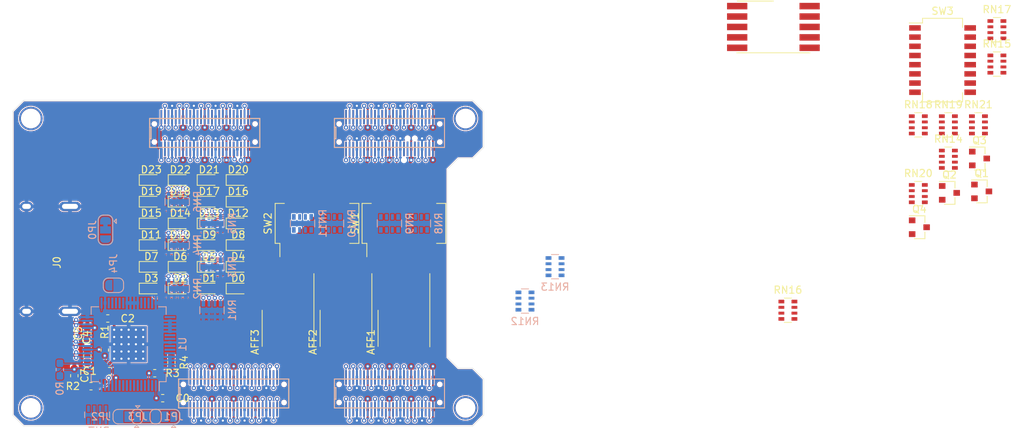
<source format=kicad_pcb>
(kicad_pcb (version 20171130) (host pcbnew "(5.1.5)-3")
  (layers (0 F.Cu signal) (31 B.Cu signal) (34 B.Paste user) (35 F.Paste user) (36 B.SilkS user hide) (37 F.SilkS user hide) (38 B.Mask user) (39 F.Mask user) (44 Edge.Cuts user))
  (net 0 "")
  (net 1 GNDREF)
  (net 2 /HDMI/CK-)
  (net 3 /HDMI/CK+)
  (net 4 /HDMI/D0-)
  (net 5 /HDMI/D0+)
  (net 6 /HDMI/D1-)
  (net 7 /HDMI/D1+)
  (net 8 /HDMI/D2-)
  (net 9 /HDMI/D2+)
  (net 10 +3V3)
  (net 11 +5V)
  (net 12 /HDMI/DK1)
  (net 13 /HDMI/DK2)
  (net 14 /HDMI/DK3)
  (net 15 /HDMI/ISEL)
  (net 16 "Net-(R3-Pad1)")
  (net 17 /B3)
  (net 18 /B2)
  (net 19 /B1)
  (net 20 /B0)
  (net 21 /CLK)
  (net 22 /DE)
  (net 23 /VS)
  (net 24 /HS)
  (net 25 /G3)
  (net 26 /G2)
  (net 27 /G1)
  (net 28 /G0)
  (net 29 /R3)
  (net 30 /R2)
  (net 31 /R1)
  (net 32 /R0)
  (net 33 /LED0)
  (net 34 "Net-(D0-Pad1)")
  (net 35 /LED1)
  (net 36 "Net-(D1-Pad1)")
  (net 37 /LED2)
  (net 38 "Net-(D2-Pad1)")
  (net 39 /LED3)
  (net 40 "Net-(D3-Pad1)")
  (net 41 /LED4)
  (net 42 "Net-(D4-Pad1)")
  (net 43 /LED5)
  (net 44 "Net-(D5-Pad1)")
  (net 45 /LED6)
  (net 46 "Net-(D6-Pad1)")
  (net 47 /LED7)
  (net 48 "Net-(D7-Pad1)")
  (net 49 /LED8)
  (net 50 "Net-(D8-Pad1)")
  (net 51 /LED9)
  (net 52 "Net-(D9-Pad1)")
  (net 53 /LED10)
  (net 54 "Net-(D10-Pad1)")
  (net 55 /LED11)
  (net 56 "Net-(D11-Pad1)")
  (net 57 /LED12)
  (net 58 "Net-(D12-Pad1)")
  (net 59 /LED13)
  (net 60 "Net-(D13-Pad1)")
  (net 61 /LED14)
  (net 62 "Net-(D14-Pad1)")
  (net 63 /LED15)
  (net 64 "Net-(D15-Pad1)")
  (net 65 /LED16)
  (net 66 "Net-(D16-Pad1)")
  (net 67 /LED17)
  (net 68 "Net-(D17-Pad1)")
  (net 69 /LED18)
  (net 70 "Net-(D18-Pad1)")
  (net 71 /LED19)
  (net 72 "Net-(D19-Pad1)")
  (net 73 /LED20)
  (net 74 "Net-(D20-Pad1)")
  (net 75 /LED21)
  (net 76 "Net-(D21-Pad1)")
  (net 77 /LED22)
  (net 78 "Net-(D22-Pad1)")
  (net 79 /LED23)
  (net 80 "Net-(D23-Pad1)")
  (net 81 "Net-(J0-Pad16)")
  (net 82 "Net-(J0-Pad18)")
  (net 83 "Net-(J0-Pad15)")
  (net 84 "Net-(J0-Pad13)")
  (net 85 "Net-(J0-Pad14)")
  (net 86 "Net-(J0-Pad19)")
  (net 87 "Net-(JP4-Pad2)")
  (net 88 "Net-(R0-Pad2)")
  (net 89 "Net-(R2-Pad1)")
  (net 90 "Net-(RN7-Pad6)")
  (net 91 "Net-(RN7-Pad8)")
  (net 92 "Net-(RN8-Pad5)")
  (net 93 "Net-(RN8-Pad6)")
  (net 94 "Net-(RN8-Pad8)")
  (net 95 "Net-(RN8-Pad7)")
  (net 96 "Net-(RN9-Pad5)")
  (net 97 "Net-(RN9-Pad6)")
  (net 98 "Net-(RN9-Pad8)")
  (net 99 "Net-(RN9-Pad7)")
  (net 100 "Net-(RN10-Pad5)")
  (net 101 "Net-(RN10-Pad6)")
  (net 102 "Net-(RN10-Pad8)")
  (net 103 "Net-(RN10-Pad7)")
  (net 104 "Net-(RN11-Pad5)")
  (net 105 "Net-(RN11-Pad6)")
  (net 106 "Net-(RN11-Pad8)")
  (net 107 "Net-(RN11-Pad7)")
  (net 108 "Net-(RN12-Pad5)")
  (net 109 "Net-(RN12-Pad6)")
  (net 110 "Net-(RN12-Pad8)")
  (net 111 "Net-(RN12-Pad7)")
  (net 112 "Net-(RN13-Pad5)")
  (net 113 "Net-(RN13-Pad6)")
  (net 114 "Net-(RN13-Pad8)")
  (net 115 "Net-(RN13-Pad7)")
  (net 116 /DIP0)
  (net 117 /DIP1)
  (net 118 /DIP2)
  (net 119 /DIP3)
  (net 120 /DIP4)
  (net 121 /DIP5)
  (net 122 /DIP6)
  (net 123 /DIP7)
  (net 124 /DIP8)
  (net 125 /DIP9)
  (net 126 /DIP10)
  (net 127 /DIP11)
  (net 128 /DIP12)
  (net 129 /DIP13)
  (net 130 /DIP14)
  (net 131 /DIP15)
  (net 132 /DIP16)
  (net 133 /DIP17)
  (net 134 /DIP18)
  (net 135 /DIP19)
  (net 136 /DIP20)
  (net 137 /DIP21)
  (net 138 /DIP22)
  (net 139 /DIP23)
  (net 140 "Net-(U0-PadDB_1)")
  (net 141 "Net-(U0-PadDB_3)")
  (net 142 "Net-(U0-PadDB_14)")
  (net 143 "Net-(U0-PadDB_5)")
  (net 144 "Net-(U0-PadDB_2)")
  (net 145 "Net-(U0-PadDB_8)")
  (net 146 "Net-(U0-PadDB_9)")
  (net 147 "Net-(U0-PadDB_11)")
  (net 148 "Net-(U0-PadDB_6)")
  (net 149 "Net-(U0-PadDB_46)")
  (net 150 "Net-(U0-PadDB_43)")
  (net 151 "Net-(U0-PadDB_48)")
  (net 152 "Net-(U0-PadDB_12)")
  (net 153 "Net-(U0-PadDB_45)")
  (net 154 "Net-(U0-PadDB_49)")
  (net 155 "Net-(U0-PadDB_50)")
  (net 156 "Net-(U0-PadDB_40)")
  (net 157 "Net-(U0-PadDB_42)")
  (net 158 /C3)
  (net 159 /AN3)
  (net 160 /DP)
  (net 161 /C2)
  (net 162 /AN1)
  (net 163 "Net-(U0-PadDB_30)")
  (net 164 /C5)
  (net 165 /C4)
  (net 166 "Net-(U0-PadDB_37)")
  (net 167 "Net-(U0-PadDB_33)")
  (net 168 "Net-(U0-PadDB_36)")
  (net 169 /C1)
  (net 170 /AN0)
  (net 171 /C6)
  (net 172 "Net-(U0-PadDB_34)")
  (net 173 "Net-(U0-PadDB_31)")
  (net 174 /C0)
  (net 175 /AN2)
  (net 176 /BTN3)
  (net 177 /BTN2)
  (net 178 "Net-(U0-PadBB_50)")
  (net 179 /BTN0)
  (net 180 /BTN1)
  (net 181 "Net-(U0-PadBB_1)")
  (net 182 "Net-(U0-PadDB_28)")
  (net 183 "Net-(U0-PadDB_39)")
  (net 184 "Net-(U0-PadDB_27)")
  (net 185 "Net-(U0-PadCB_25)")
  (net 186 "Net-(U0-PadCB_15)")
  (net 187 "Net-(U0-PadCB_14)")
  (net 188 "Net-(U0-PadDB_23)")
  (net 189 "Net-(U0-PadDB_17)")
  (net 190 "Net-(U0-PadDB_18)")
  (net 191 "Net-(U0-PadDB_15)")
  (net 192 "Net-(U0-PadCB_17)")
  (net 193 "Net-(U0-PadDB_21)")
  (net 194 "Net-(U0-PadDB_20)")
  (net 195 "Net-(U0-PadDB_24)")
  (net 196 "Net-(U0-PadCB_5)")
  (net 197 "Net-(U0-PadCB_6)")
  (net 198 /BTN4)
  (net 199 "Net-(U0-PadCB_26)")
  (net 200 "Net-(U0-PadCB_2)")
  (net 201 /BTN6)
  (net 202 "Net-(U0-PadCB_18)")
  (net 203 "Net-(U0-PadCB_8)")
  (net 204 "Net-(U0-PadCB_1)")
  (net 205 "Net-(U0-PadCB_3)")
  (net 206 "Net-(U0-PadCB_9)")
  (net 207 "Net-(U0-PadCB_45)")
  (net 208 /BTN5)
  (net 209 "Net-(U0-PadCB_50)")
  (net 210 "Net-(U0-PadCB_32)")
  (net 211 "Net-(U0-PadCB_12)")
  (net 212 "Net-(U0-PadCB_11)")
  (net 213 "Net-(U1-Pad49)")
  (net 214 "Net-(U1-Pad11)")
  (net 215 "Net-(RN7-Pad5)")
  (net 216 "Net-(AFF1-Pad1)")
  (net 217 "Net-(AFF1-Pad2)")
  (net 218 "Net-(AFF1-Pad3)")
  (net 219 "Net-(AFF1-Pad4)")
  (net 220 "Net-(AFF1-Pad5)")
  (net 221 "Net-(AFF1-Pad6)")
  (net 222 "Net-(AFF1-Pad7)")
  (net 223 "Net-(AFF1-Pad9)")
  (net 224 "Net-(AFF1-Pad10)")
  (net 225 "Net-(AFF2-Pad1)")
  (net 226 "Net-(AFF2-Pad2)")
  (net 227 "Net-(AFF2-Pad3)")
  (net 228 "Net-(AFF2-Pad4)")
  (net 229 "Net-(AFF2-Pad5)")
  (net 230 "Net-(AFF2-Pad6)")
  (net 231 "Net-(AFF2-Pad7)")
  (net 232 "Net-(AFF2-Pad9)")
  (net 233 "Net-(AFF2-Pad10)")
  (net 234 "Net-(AFF3-Pad1)")
  (net 235 "Net-(AFF3-Pad2)")
  (net 236 "Net-(AFF3-Pad3)")
  (net 237 "Net-(AFF3-Pad4)")
  (net 238 "Net-(AFF3-Pad5)")
  (net 239 "Net-(AFF3-Pad6)")
  (net 240 "Net-(AFF3-Pad7)")
  (net 241 "Net-(AFF3-Pad9)")
  (net 242 "Net-(AFF3-Pad10)")
  (net 243 "Net-(AFF4-Pad1)")
  (net 244 "Net-(AFF4-Pad2)")
  (net 245 "Net-(AFF4-Pad3)")
  (net 246 "Net-(AFF4-Pad4)")
  (net 247 "Net-(AFF4-Pad5)")
  (net 248 "Net-(AFF4-Pad6)")
  (net 249 "Net-(AFF4-Pad7)")
  (net 250 "Net-(AFF4-Pad9)")
  (net 251 "Net-(AFF4-Pad10)")
  (net 252 /LEDs/DP)
  (module Button_Switch_SMD:SW_DIP_SPSTx08_Slide_Copal_CHS-08B_W7.62mm_P1.27mm (layer F.Cu) (at 54 29 90)
    (fp_text reference SW2 (at 0 -6.775 90) (layer F.SilkS))
    (fp_text value SW_DIP_x08)
    (pad 1 smd rect (at -3.81 -4.445 90) (size 1.6 0.76) (layers F.Cu F.Paste F.Mask) (net 131 /DIP15))
    (pad 9 smd rect (at 3.81 4.445 90) (size 1.6 0.76) (layers F.Cu F.Paste F.Mask) (net 102 "Net-(RN10-Pad8)"))
    (pad 2 smd rect (at -3.81 -3.175 90) (size 1.6 0.76) (layers F.Cu F.Paste F.Mask) (net 130 /DIP14))
    (pad 10 smd rect (at 3.81 3.175 90) (size 1.6 0.76) (layers F.Cu F.Paste F.Mask) (net 103 "Net-(RN10-Pad7)"))
    (pad 3 smd rect (at -3.81 -1.905 90) (size 1.6 0.76) (layers F.Cu F.Paste F.Mask) (net 129 /DIP13))
    (pad 11 smd rect (at 3.81 1.905 90) (size 1.6 0.76) (layers F.Cu F.Paste F.Mask) (net 101 "Net-(RN10-Pad6)"))
    (pad 4 smd rect (at -3.81 -0.635 90) (size 1.6 0.76) (layers F.Cu F.Paste F.Mask) (net 128 /DIP12))
    (pad 12 smd rect (at 3.81 0.635 90) (size 1.6 0.76) (layers F.Cu F.Paste F.Mask) (net 100 "Net-(RN10-Pad5)"))
    (pad 5 smd rect (at -3.81 0.635 90) (size 1.6 0.76) (layers F.Cu F.Paste F.Mask) (net 127 /DIP11))
    (pad 13 smd rect (at 3.81 -0.635 90) (size 1.6 0.76) (layers F.Cu F.Paste F.Mask) (net 106 "Net-(RN11-Pad8)"))
    (pad 6 smd rect (at -3.81 1.905 90) (size 1.6 0.76) (layers F.Cu F.Paste F.Mask) (net 126 /DIP10))
    (pad 14 smd rect (at 3.81 -1.905 90) (size 1.6 0.76) (layers F.Cu F.Paste F.Mask) (net 107 "Net-(RN11-Pad7)"))
    (pad 7 smd rect (at -3.81 3.175 90) (size 1.6 0.76) (layers F.Cu F.Paste F.Mask) (net 125 /DIP9))
    (pad 15 smd rect (at 3.81 -3.175 90) (size 1.6 0.76) (layers F.Cu F.Paste F.Mask) (net 105 "Net-(RN11-Pad6)"))
    (pad 8 smd rect (at -3.81 4.445 90) (size 1.6 0.76) (layers F.Cu F.Paste F.Mask) (net 124 /DIP8))
    (pad 16 smd rect (at 3.81 -4.445 90) (size 1.6 0.76) (layers F.Cu F.Paste F.Mask) (net 104 "Net-(RN11-Pad5)"))
  )
  (module Display_7Segment:KCSC02-136 (layer F.Cu) (at 117 1.85)
    (fp_text reference AFF4 (at -4.39 -4.56) (layer F.SilkS))
    (fp_text value LTS-6960HR)
    (pad 10 smd rect (at 5 -2.88) (size 2.8 0.9) (layers F.Cu F.Paste F.Mask) (net 251 "Net-(AFF4-Pad10)"))
    (pad 9 smd rect (at 5 -1.44) (size 2.8 0.9) (layers F.Cu F.Paste F.Mask) (net 250 "Net-(AFF4-Pad9)"))
    (pad 8 smd rect (at 5 0) (size 2.8 0.9) (layers F.Cu F.Paste F.Mask) (net 245 "Net-(AFF4-Pad3)"))
    (pad 7 smd rect (at 5 1.44) (size 2.8 0.9) (layers F.Cu F.Paste F.Mask) (net 249 "Net-(AFF4-Pad7)"))
    (pad 6 smd rect (at 5 2.88) (size 2.8 0.9) (layers F.Cu F.Paste F.Mask) (net 248 "Net-(AFF4-Pad6)"))
    (pad 5 smd rect (at -5 2.88) (size 2.8 0.9) (layers F.Cu F.Paste F.Mask) (net 247 "Net-(AFF4-Pad5)"))
    (pad 4 smd rect (at -5 1.44) (size 2.8 0.9) (layers F.Cu F.Paste F.Mask) (net 246 "Net-(AFF4-Pad4)"))
    (pad 3 smd rect (at -5 0) (size 2.8 0.9) (layers F.Cu F.Paste F.Mask) (net 245 "Net-(AFF4-Pad3)"))
    (pad 2 smd rect (at -5 -1.44) (size 2.8 0.9) (layers F.Cu F.Paste F.Mask) (net 244 "Net-(AFF4-Pad2)"))
    (pad 1 smd rect (at -5 -2.88) (size 2.8 0.9) (layers F.Cu F.Paste F.Mask) (net 243 "Net-(AFF4-Pad1)"))
  )
  (module Display_7Segment:KCSC02-136 (layer F.Cu) (at 50 41 90)
    (fp_text reference AFF3 (at -4.39 -4.56 90) (layer F.SilkS))
    (fp_text value LTS-6960HR)
    (pad 10 smd rect (at 5 -2.88 90) (size 2.8 0.9) (layers F.Cu F.Paste F.Mask) (net 242 "Net-(AFF3-Pad10)"))
    (pad 9 smd rect (at 5 -1.44 90) (size 2.8 0.9) (layers F.Cu F.Paste F.Mask) (net 241 "Net-(AFF3-Pad9)"))
    (pad 8 smd rect (at 5 0 90) (size 2.8 0.9) (layers F.Cu F.Paste F.Mask) (net 236 "Net-(AFF3-Pad3)"))
    (pad 7 smd rect (at 5 1.44 90) (size 2.8 0.9) (layers F.Cu F.Paste F.Mask) (net 240 "Net-(AFF3-Pad7)"))
    (pad 6 smd rect (at 5 2.88 90) (size 2.8 0.9) (layers F.Cu F.Paste F.Mask) (net 239 "Net-(AFF3-Pad6)"))
    (pad 5 smd rect (at -5 2.88 90) (size 2.8 0.9) (layers F.Cu F.Paste F.Mask) (net 238 "Net-(AFF3-Pad5)"))
    (pad 4 smd rect (at -5 1.44 90) (size 2.8 0.9) (layers F.Cu F.Paste F.Mask) (net 237 "Net-(AFF3-Pad4)"))
    (pad 3 smd rect (at -5 0 90) (size 2.8 0.9) (layers F.Cu F.Paste F.Mask) (net 236 "Net-(AFF3-Pad3)"))
    (pad 2 smd rect (at -5 -1.44 90) (size 2.8 0.9) (layers F.Cu F.Paste F.Mask) (net 235 "Net-(AFF3-Pad2)"))
    (pad 1 smd rect (at -5 -2.88 90) (size 2.8 0.9) (layers F.Cu F.Paste F.Mask) (net 234 "Net-(AFF3-Pad1)"))
  )
  (module Display_7Segment:KCSC02-136 (layer F.Cu) (at 58 41 90)
    (fp_text reference AFF2 (at -4.39 -4.56 90) (layer F.SilkS))
    (fp_text value LTS-6960HR)
    (pad 10 smd rect (at 5 -2.88 90) (size 2.8 0.9) (layers F.Cu F.Paste F.Mask) (net 233 "Net-(AFF2-Pad10)"))
    (pad 9 smd rect (at 5 -1.44 90) (size 2.8 0.9) (layers F.Cu F.Paste F.Mask) (net 232 "Net-(AFF2-Pad9)"))
    (pad 8 smd rect (at 5 0 90) (size 2.8 0.9) (layers F.Cu F.Paste F.Mask) (net 227 "Net-(AFF2-Pad3)"))
    (pad 7 smd rect (at 5 1.44 90) (size 2.8 0.9) (layers F.Cu F.Paste F.Mask) (net 231 "Net-(AFF2-Pad7)"))
    (pad 6 smd rect (at 5 2.88 90) (size 2.8 0.9) (layers F.Cu F.Paste F.Mask) (net 230 "Net-(AFF2-Pad6)"))
    (pad 5 smd rect (at -5 2.88 90) (size 2.8 0.9) (layers F.Cu F.Paste F.Mask) (net 229 "Net-(AFF2-Pad5)"))
    (pad 4 smd rect (at -5 1.44 90) (size 2.8 0.9) (layers F.Cu F.Paste F.Mask) (net 228 "Net-(AFF2-Pad4)"))
    (pad 3 smd rect (at -5 0 90) (size 2.8 0.9) (layers F.Cu F.Paste F.Mask) (net 227 "Net-(AFF2-Pad3)"))
    (pad 2 smd rect (at -5 -1.44 90) (size 2.8 0.9) (layers F.Cu F.Paste F.Mask) (net 226 "Net-(AFF2-Pad2)"))
    (pad 1 smd rect (at -5 -2.88 90) (size 2.8 0.9) (layers F.Cu F.Paste F.Mask) (net 225 "Net-(AFF2-Pad1)"))
  )
  (module Display_7Segment:KCSC02-136 (layer F.Cu) (at 66 41 90)
    (fp_text reference AFF1 (at -4.39 -4.56 90) (layer F.SilkS))
    (fp_text value LTS-6960HR)
    (pad 10 smd rect (at 5 -2.88 90) (size 2.8 0.9) (layers F.Cu F.Paste F.Mask) (net 224 "Net-(AFF1-Pad10)"))
    (pad 9 smd rect (at 5 -1.44 90) (size 2.8 0.9) (layers F.Cu F.Paste F.Mask) (net 223 "Net-(AFF1-Pad9)"))
    (pad 8 smd rect (at 5 0 90) (size 2.8 0.9) (layers F.Cu F.Paste F.Mask) (net 218 "Net-(AFF1-Pad3)"))
    (pad 7 smd rect (at 5 1.44 90) (size 2.8 0.9) (layers F.Cu F.Paste F.Mask) (net 222 "Net-(AFF1-Pad7)"))
    (pad 6 smd rect (at 5 2.88 90) (size 2.8 0.9) (layers F.Cu F.Paste F.Mask) (net 221 "Net-(AFF1-Pad6)"))
    (pad 5 smd rect (at -5 2.88 90) (size 2.8 0.9) (layers F.Cu F.Paste F.Mask) (net 220 "Net-(AFF1-Pad5)"))
    (pad 4 smd rect (at -5 1.44 90) (size 2.8 0.9) (layers F.Cu F.Paste F.Mask) (net 219 "Net-(AFF1-Pad4)"))
    (pad 3 smd rect (at -5 0 90) (size 2.8 0.9) (layers F.Cu F.Paste F.Mask) (net 218 "Net-(AFF1-Pad3)"))
    (pad 2 smd rect (at -5 -1.44 90) (size 2.8 0.9) (layers F.Cu F.Paste F.Mask) (net 217 "Net-(AFF1-Pad2)"))
    (pad 1 smd rect (at -5 -2.88 90) (size 2.8 0.9) (layers F.Cu F.Paste F.Mask) (net 216 "Net-(AFF1-Pad1)"))
  )
  (module Button_Switch_SMD:SW_DIP_SPSTx08_Slide_Copal_CHS-08B_W7.62mm_P1.27mm (layer F.Cu) (at 140.35 6.43)
    (fp_text reference SW3 (at 0 -6.775) (layer F.SilkS))
    (fp_text value SW_DIP_x08)
    (pad 16 smd rect (at 3.81 -4.445) (size 1.6 0.76) (layers F.Cu F.Paste F.Mask) (net 112 "Net-(RN13-Pad5)"))
    (pad 8 smd rect (at -3.81 4.445) (size 1.6 0.76) (layers F.Cu F.Paste F.Mask) (net 132 /DIP16))
    (pad 15 smd rect (at 3.81 -3.175) (size 1.6 0.76) (layers F.Cu F.Paste F.Mask) (net 113 "Net-(RN13-Pad6)"))
    (pad 7 smd rect (at -3.81 3.175) (size 1.6 0.76) (layers F.Cu F.Paste F.Mask) (net 133 /DIP17))
    (pad 14 smd rect (at 3.81 -1.905) (size 1.6 0.76) (layers F.Cu F.Paste F.Mask) (net 115 "Net-(RN13-Pad7)"))
    (pad 6 smd rect (at -3.81 1.905) (size 1.6 0.76) (layers F.Cu F.Paste F.Mask) (net 134 /DIP18))
    (pad 13 smd rect (at 3.81 -0.635) (size 1.6 0.76) (layers F.Cu F.Paste F.Mask) (net 114 "Net-(RN13-Pad8)"))
    (pad 5 smd rect (at -3.81 0.635) (size 1.6 0.76) (layers F.Cu F.Paste F.Mask) (net 135 /DIP19))
    (pad 12 smd rect (at 3.81 0.635) (size 1.6 0.76) (layers F.Cu F.Paste F.Mask) (net 108 "Net-(RN12-Pad5)"))
    (pad 4 smd rect (at -3.81 -0.635) (size 1.6 0.76) (layers F.Cu F.Paste F.Mask) (net 136 /DIP20))
    (pad 11 smd rect (at 3.81 1.905) (size 1.6 0.76) (layers F.Cu F.Paste F.Mask) (net 109 "Net-(RN12-Pad6)"))
    (pad 3 smd rect (at -3.81 -1.905) (size 1.6 0.76) (layers F.Cu F.Paste F.Mask) (net 137 /DIP21))
    (pad 10 smd rect (at 3.81 3.175) (size 1.6 0.76) (layers F.Cu F.Paste F.Mask) (net 111 "Net-(RN12-Pad7)"))
    (pad 2 smd rect (at -3.81 -3.175) (size 1.6 0.76) (layers F.Cu F.Paste F.Mask) (net 138 /DIP22))
    (pad 9 smd rect (at 3.81 4.445) (size 1.6 0.76) (layers F.Cu F.Paste F.Mask) (net 110 "Net-(RN12-Pad8)"))
    (pad 1 smd rect (at -3.81 -4.445) (size 1.6 0.76) (layers F.Cu F.Paste F.Mask) (net 139 /DIP23))
  )
  (module Resistor_SMD:R_Array_Convex_4x0603 (layer F.Cu) (at 145.3 15.38)
    (fp_text reference RN21 (at 0 -2.8) (layer F.SilkS))
    (fp_text value R_Pack04)
    (pad 5 smd rect (at 0.9 1.2) (size 0.8 0.5) (layers F.Cu F.Paste F.Mask) (net 247 "Net-(AFF4-Pad5)"))
    (pad 6 smd rect (at 0.9 0.4) (size 0.8 0.4) (layers F.Cu F.Paste F.Mask) (net 251 "Net-(AFF4-Pad10)"))
    (pad 8 smd rect (at 0.9 -1.2) (size 0.8 0.5) (layers F.Cu F.Paste F.Mask) (net 243 "Net-(AFF4-Pad1)"))
    (pad 7 smd rect (at 0.9 -0.4) (size 0.8 0.4) (layers F.Cu F.Paste F.Mask) (net 250 "Net-(AFF4-Pad9)"))
    (pad 4 smd rect (at -0.9 1.2) (size 0.8 0.5) (layers F.Cu F.Paste F.Mask) (net 252 /LEDs/DP))
    (pad 2 smd rect (at -0.9 -0.4) (size 0.8 0.4) (layers F.Cu F.Paste F.Mask) (net 164 /C5))
    (pad 3 smd rect (at -0.9 0.4) (size 0.8 0.4) (layers F.Cu F.Paste F.Mask) (net 171 /C6))
    (pad 1 smd rect (at -0.9 -1.2) (size 0.8 0.5) (layers F.Cu F.Paste F.Mask) (net 165 /C4))
  )
  (module Resistor_SMD:R_Array_Convex_4x0603 (layer F.Cu) (at 137 24.88)
    (fp_text reference RN20 (at 0 -2.8) (layer F.SilkS))
    (fp_text value R_Pack04)
    (pad 5 smd rect (at 0.9 1.2) (size 0.8 0.5) (layers F.Cu F.Paste F.Mask) (net 238 "Net-(AFF3-Pad5)"))
    (pad 6 smd rect (at 0.9 0.4) (size 0.8 0.4) (layers F.Cu F.Paste F.Mask) (net 242 "Net-(AFF3-Pad10)"))
    (pad 8 smd rect (at 0.9 -1.2) (size 0.8 0.5) (layers F.Cu F.Paste F.Mask) (net 234 "Net-(AFF3-Pad1)"))
    (pad 7 smd rect (at 0.9 -0.4) (size 0.8 0.4) (layers F.Cu F.Paste F.Mask) (net 241 "Net-(AFF3-Pad9)"))
    (pad 4 smd rect (at -0.9 1.2) (size 0.8 0.5) (layers F.Cu F.Paste F.Mask) (net 252 /LEDs/DP))
    (pad 2 smd rect (at -0.9 -0.4) (size 0.8 0.4) (layers F.Cu F.Paste F.Mask) (net 164 /C5))
    (pad 3 smd rect (at -0.9 0.4) (size 0.8 0.4) (layers F.Cu F.Paste F.Mask) (net 171 /C6))
    (pad 1 smd rect (at -0.9 -1.2) (size 0.8 0.5) (layers F.Cu F.Paste F.Mask) (net 165 /C4))
  )
  (module Resistor_SMD:R_Array_Convex_4x0603 (layer F.Cu) (at 141.15 15.38)
    (fp_text reference RN19 (at 0 -2.8) (layer F.SilkS))
    (fp_text value R_Pack04)
    (pad 5 smd rect (at 0.9 1.2) (size 0.8 0.5) (layers F.Cu F.Paste F.Mask) (net 244 "Net-(AFF4-Pad2)"))
    (pad 6 smd rect (at 0.9 0.4) (size 0.8 0.4) (layers F.Cu F.Paste F.Mask) (net 246 "Net-(AFF4-Pad4)"))
    (pad 8 smd rect (at 0.9 -1.2) (size 0.8 0.5) (layers F.Cu F.Paste F.Mask) (net 249 "Net-(AFF4-Pad7)"))
    (pad 7 smd rect (at 0.9 -0.4) (size 0.8 0.4) (layers F.Cu F.Paste F.Mask) (net 248 "Net-(AFF4-Pad6)"))
    (pad 4 smd rect (at -0.9 1.2) (size 0.8 0.5) (layers F.Cu F.Paste F.Mask) (net 158 /C3))
    (pad 2 smd rect (at -0.9 -0.4) (size 0.8 0.4) (layers F.Cu F.Paste F.Mask) (net 169 /C1))
    (pad 3 smd rect (at -0.9 0.4) (size 0.8 0.4) (layers F.Cu F.Paste F.Mask) (net 161 /C2))
    (pad 1 smd rect (at -0.9 -1.2) (size 0.8 0.5) (layers F.Cu F.Paste F.Mask) (net 174 /C0))
  )
  (module Resistor_SMD:R_Array_Convex_4x0603 (layer F.Cu) (at 137 15.38)
    (fp_text reference RN18 (at 0 -2.8) (layer F.SilkS))
    (fp_text value R_Pack04)
    (pad 5 smd rect (at 0.9 1.2) (size 0.8 0.5) (layers F.Cu F.Paste F.Mask) (net 235 "Net-(AFF3-Pad2)"))
    (pad 6 smd rect (at 0.9 0.4) (size 0.8 0.4) (layers F.Cu F.Paste F.Mask) (net 237 "Net-(AFF3-Pad4)"))
    (pad 8 smd rect (at 0.9 -1.2) (size 0.8 0.5) (layers F.Cu F.Paste F.Mask) (net 240 "Net-(AFF3-Pad7)"))
    (pad 7 smd rect (at 0.9 -0.4) (size 0.8 0.4) (layers F.Cu F.Paste F.Mask) (net 239 "Net-(AFF3-Pad6)"))
    (pad 4 smd rect (at -0.9 1.2) (size 0.8 0.5) (layers F.Cu F.Paste F.Mask) (net 158 /C3))
    (pad 2 smd rect (at -0.9 -0.4) (size 0.8 0.4) (layers F.Cu F.Paste F.Mask) (net 169 /C1))
    (pad 3 smd rect (at -0.9 0.4) (size 0.8 0.4) (layers F.Cu F.Paste F.Mask) (net 161 /C2))
    (pad 1 smd rect (at -0.9 -1.2) (size 0.8 0.5) (layers F.Cu F.Paste F.Mask) (net 174 /C0))
  )
  (module Resistor_SMD:R_Array_Convex_4x0603 (layer F.Cu) (at 147.85 2.23)
    (fp_text reference RN17 (at 0 -2.8) (layer F.SilkS))
    (fp_text value R_Pack04)
    (pad 5 smd rect (at 0.9 1.2) (size 0.8 0.5) (layers F.Cu F.Paste F.Mask) (net 229 "Net-(AFF2-Pad5)"))
    (pad 6 smd rect (at 0.9 0.4) (size 0.8 0.4) (layers F.Cu F.Paste F.Mask) (net 233 "Net-(AFF2-Pad10)"))
    (pad 8 smd rect (at 0.9 -1.2) (size 0.8 0.5) (layers F.Cu F.Paste F.Mask) (net 225 "Net-(AFF2-Pad1)"))
    (pad 7 smd rect (at 0.9 -0.4) (size 0.8 0.4) (layers F.Cu F.Paste F.Mask) (net 232 "Net-(AFF2-Pad9)"))
    (pad 4 smd rect (at -0.9 1.2) (size 0.8 0.5) (layers F.Cu F.Paste F.Mask) (net 252 /LEDs/DP))
    (pad 2 smd rect (at -0.9 -0.4) (size 0.8 0.4) (layers F.Cu F.Paste F.Mask) (net 164 /C5))
    (pad 3 smd rect (at -0.9 0.4) (size 0.8 0.4) (layers F.Cu F.Paste F.Mask) (net 171 /C6))
    (pad 1 smd rect (at -0.9 -1.2) (size 0.8 0.5) (layers F.Cu F.Paste F.Mask) (net 165 /C4))
  )
  (module Resistor_SMD:R_Array_Convex_4x0603 (layer F.Cu) (at 119 41)
    (fp_text reference RN16 (at 0 -2.8) (layer F.SilkS))
    (fp_text value R_Pack04)
    (pad 5 smd rect (at 0.9 1.2) (size 0.8 0.5) (layers F.Cu F.Paste F.Mask) (net 220 "Net-(AFF1-Pad5)"))
    (pad 6 smd rect (at 0.9 0.4) (size 0.8 0.4) (layers F.Cu F.Paste F.Mask) (net 224 "Net-(AFF1-Pad10)"))
    (pad 8 smd rect (at 0.9 -1.2) (size 0.8 0.5) (layers F.Cu F.Paste F.Mask) (net 216 "Net-(AFF1-Pad1)"))
    (pad 7 smd rect (at 0.9 -0.4) (size 0.8 0.4) (layers F.Cu F.Paste F.Mask) (net 223 "Net-(AFF1-Pad9)"))
    (pad 4 smd rect (at -0.9 1.2) (size 0.8 0.5) (layers F.Cu F.Paste F.Mask) (net 252 /LEDs/DP))
    (pad 2 smd rect (at -0.9 -0.4) (size 0.8 0.4) (layers F.Cu F.Paste F.Mask) (net 164 /C5))
    (pad 3 smd rect (at -0.9 0.4) (size 0.8 0.4) (layers F.Cu F.Paste F.Mask) (net 171 /C6))
    (pad 1 smd rect (at -0.9 -1.2) (size 0.8 0.5) (layers F.Cu F.Paste F.Mask) (net 165 /C4))
  )
  (module Resistor_SMD:R_Array_Convex_4x0603 (layer F.Cu) (at 147.85 6.98)
    (fp_text reference RN15 (at 0 -2.8) (layer F.SilkS))
    (fp_text value R_Pack04)
    (pad 5 smd rect (at 0.9 1.2) (size 0.8 0.5) (layers F.Cu F.Paste F.Mask) (net 226 "Net-(AFF2-Pad2)"))
    (pad 6 smd rect (at 0.9 0.4) (size 0.8 0.4) (layers F.Cu F.Paste F.Mask) (net 228 "Net-(AFF2-Pad4)"))
    (pad 8 smd rect (at 0.9 -1.2) (size 0.8 0.5) (layers F.Cu F.Paste F.Mask) (net 231 "Net-(AFF2-Pad7)"))
    (pad 7 smd rect (at 0.9 -0.4) (size 0.8 0.4) (layers F.Cu F.Paste F.Mask) (net 230 "Net-(AFF2-Pad6)"))
    (pad 4 smd rect (at -0.9 1.2) (size 0.8 0.5) (layers F.Cu F.Paste F.Mask) (net 158 /C3))
    (pad 2 smd rect (at -0.9 -0.4) (size 0.8 0.4) (layers F.Cu F.Paste F.Mask) (net 169 /C1))
    (pad 3 smd rect (at -0.9 0.4) (size 0.8 0.4) (layers F.Cu F.Paste F.Mask) (net 161 /C2))
    (pad 1 smd rect (at -0.9 -1.2) (size 0.8 0.5) (layers F.Cu F.Paste F.Mask) (net 174 /C0))
  )
  (module Resistor_SMD:R_Array_Convex_4x0603 (layer F.Cu) (at 141.15 20.13)
    (fp_text reference RN14 (at 0 -2.8) (layer F.SilkS))
    (fp_text value R_Pack04)
    (pad 5 smd rect (at 0.9 1.2) (size 0.8 0.5) (layers F.Cu F.Paste F.Mask) (net 217 "Net-(AFF1-Pad2)"))
    (pad 6 smd rect (at 0.9 0.4) (size 0.8 0.4) (layers F.Cu F.Paste F.Mask) (net 219 "Net-(AFF1-Pad4)"))
    (pad 8 smd rect (at 0.9 -1.2) (size 0.8 0.5) (layers F.Cu F.Paste F.Mask) (net 222 "Net-(AFF1-Pad7)"))
    (pad 7 smd rect (at 0.9 -0.4) (size 0.8 0.4) (layers F.Cu F.Paste F.Mask) (net 221 "Net-(AFF1-Pad6)"))
    (pad 4 smd rect (at -0.9 1.2) (size 0.8 0.5) (layers F.Cu F.Paste F.Mask) (net 158 /C3))
    (pad 2 smd rect (at -0.9 -0.4) (size 0.8 0.4) (layers F.Cu F.Paste F.Mask) (net 169 /C1))
    (pad 3 smd rect (at -0.9 0.4) (size 0.8 0.4) (layers F.Cu F.Paste F.Mask) (net 161 /C2))
    (pad 1 smd rect (at -0.9 -1.2) (size 0.8 0.5) (layers F.Cu F.Paste F.Mask) (net 174 /C0))
  )
  (module Package_TO_SOT_SMD:SOT-23 (layer F.Cu) (at 137.15 29.53)
    (fp_text reference Q4 (at 0 -2.5) (layer F.SilkS))
    (fp_text value Q_PMOS_SGD)
    (pad 3 smd rect (at 1 0) (size 0.9 0.8) (layers F.Cu F.Paste F.Mask) (net 10 +3V3))
    (pad 2 smd rect (at -1 0.95) (size 0.9 0.8) (layers F.Cu F.Paste F.Mask) (net 245 "Net-(AFF4-Pad3)"))
    (pad 1 smd rect (at -1 -0.95) (size 0.9 0.8) (layers F.Cu F.Paste F.Mask) (net 159 /AN3))
  )
  (module Package_TO_SOT_SMD:SOT-23 (layer F.Cu) (at 145.45 20.03)
    (fp_text reference Q3 (at 0 -2.5) (layer F.SilkS))
    (fp_text value Q_PMOS_SGD)
    (pad 3 smd rect (at 1 0) (size 0.9 0.8) (layers F.Cu F.Paste F.Mask) (net 10 +3V3))
    (pad 2 smd rect (at -1 0.95) (size 0.9 0.8) (layers F.Cu F.Paste F.Mask) (net 236 "Net-(AFF3-Pad3)"))
    (pad 1 smd rect (at -1 -0.95) (size 0.9 0.8) (layers F.Cu F.Paste F.Mask) (net 175 /AN2))
  )
  (module Package_TO_SOT_SMD:SOT-23 (layer F.Cu) (at 141.3 24.78)
    (fp_text reference Q2 (at 0 -2.5) (layer F.SilkS))
    (fp_text value Q_PMOS_SGD)
    (pad 3 smd rect (at 1 0) (size 0.9 0.8) (layers F.Cu F.Paste F.Mask) (net 10 +3V3))
    (pad 2 smd rect (at -1 0.95) (size 0.9 0.8) (layers F.Cu F.Paste F.Mask) (net 227 "Net-(AFF2-Pad3)"))
    (pad 1 smd rect (at -1 -0.95) (size 0.9 0.8) (layers F.Cu F.Paste F.Mask) (net 162 /AN1))
  )
  (module Package_TO_SOT_SMD:SOT-23 (layer F.Cu) (at 145.75 24.58)
    (fp_text reference Q1 (at 0 -2.5) (layer F.SilkS))
    (fp_text value Q_PMOS_SGD)
    (pad 3 smd rect (at 1 0) (size 0.9 0.8) (layers F.Cu F.Paste F.Mask) (net 10 +3V3))
    (pad 2 smd rect (at -1 0.95) (size 0.9 0.8) (layers F.Cu F.Paste F.Mask) (net 218 "Net-(AFF1-Pad3)"))
    (pad 1 smd rect (at -1 -0.95) (size 0.9 0.8) (layers F.Cu F.Paste F.Mask) (net 170 /AN0))
  )
  (module LED_SMD:LED_0603_1608Metric_Pad1.05x0.95mm_HandSolder (layer F.Cu) (at 31.125 23)
    (fp_text reference D23 (at 0 -1.43) (layer F.SilkS))
    (fp_text value LED)
    (pad 1 smd roundrect (at -0.875 0) (size 1.05 0.95) (layers F.Cu F.Paste F.Mask) (net 80 "Net-(D23-Pad1)"))
    (pad 2 smd roundrect (at 0.875 0) (size 1.05 0.95) (layers F.Cu F.Paste F.Mask) (net 79 /LED23))
  )
  (module LED_SMD:LED_0603_1608Metric_Pad1.05x0.95mm_HandSolder (layer F.Cu) (at 35.125 23)
    (fp_text reference D22 (at 0 -1.43) (layer F.SilkS))
    (fp_text value LED)
    (pad 1 smd roundrect (at -0.875 0) (size 1.05 0.95) (layers F.Cu F.Paste F.Mask) (net 78 "Net-(D22-Pad1)"))
    (pad 2 smd roundrect (at 0.875 0) (size 1.05 0.95) (layers F.Cu F.Paste F.Mask) (net 77 /LED22))
  )
  (module LED_SMD:LED_0603_1608Metric_Pad1.05x0.95mm_HandSolder (layer F.Cu) (at 39.125 23)
    (fp_text reference D21 (at 0 -1.43) (layer F.SilkS))
    (fp_text value LED)
    (pad 1 smd roundrect (at -0.875 0) (size 1.05 0.95) (layers F.Cu F.Paste F.Mask) (net 76 "Net-(D21-Pad1)"))
    (pad 2 smd roundrect (at 0.875 0) (size 1.05 0.95) (layers F.Cu F.Paste F.Mask) (net 75 /LED21))
  )
  (module LED_SMD:LED_0603_1608Metric_Pad1.05x0.95mm_HandSolder (layer F.Cu) (at 43.125 23)
    (fp_text reference D20 (at 0 -1.43) (layer F.SilkS))
    (fp_text value LED)
    (pad 1 smd roundrect (at -0.875 0) (size 1.05 0.95) (layers F.Cu F.Paste F.Mask) (net 74 "Net-(D20-Pad1)"))
    (pad 2 smd roundrect (at 0.875 0) (size 1.05 0.95) (layers F.Cu F.Paste F.Mask) (net 73 /LED20))
  )
  (module LED_SMD:LED_0603_1608Metric_Pad1.05x0.95mm_HandSolder (layer F.Cu) (at 31.125 26)
    (fp_text reference D19 (at 0 -1.43) (layer F.SilkS))
    (fp_text value LED)
    (pad 1 smd roundrect (at -0.875 0) (size 1.05 0.95) (layers F.Cu F.Paste F.Mask) (net 72 "Net-(D19-Pad1)"))
    (pad 2 smd roundrect (at 0.875 0) (size 1.05 0.95) (layers F.Cu F.Paste F.Mask) (net 71 /LED19))
  )
  (module LED_SMD:LED_0603_1608Metric_Pad1.05x0.95mm_HandSolder (layer F.Cu) (at 35.125 26)
    (fp_text reference D18 (at 0 -1.43) (layer F.SilkS))
    (fp_text value LED)
    (pad 1 smd roundrect (at -0.875 0) (size 1.05 0.95) (layers F.Cu F.Paste F.Mask) (net 70 "Net-(D18-Pad1)"))
    (pad 2 smd roundrect (at 0.875 0) (size 1.05 0.95) (layers F.Cu F.Paste F.Mask) (net 69 /LED18))
  )
  (module LED_SMD:LED_0603_1608Metric_Pad1.05x0.95mm_HandSolder (layer F.Cu) (at 39.125 26)
    (fp_text reference D17 (at 0 -1.43) (layer F.SilkS))
    (fp_text value LED)
    (pad 1 smd roundrect (at -0.875 0) (size 1.05 0.95) (layers F.Cu F.Paste F.Mask) (net 68 "Net-(D17-Pad1)"))
    (pad 2 smd roundrect (at 0.875 0) (size 1.05 0.95) (layers F.Cu F.Paste F.Mask) (net 67 /LED17))
  )
  (module LED_SMD:LED_0603_1608Metric_Pad1.05x0.95mm_HandSolder (layer F.Cu) (at 43.125 26)
    (fp_text reference D16 (at 0 -1.43) (layer F.SilkS))
    (fp_text value LED)
    (pad 1 smd roundrect (at -0.875 0) (size 1.05 0.95) (layers F.Cu F.Paste F.Mask) (net 66 "Net-(D16-Pad1)"))
    (pad 2 smd roundrect (at 0.875 0) (size 1.05 0.95) (layers F.Cu F.Paste F.Mask) (net 65 /LED16))
  )
  (module LED_SMD:LED_0603_1608Metric_Pad1.05x0.95mm_HandSolder (layer F.Cu) (at 31.125 29)
    (fp_text reference D15 (at 0 -1.43) (layer F.SilkS))
    (fp_text value LED)
    (pad 1 smd roundrect (at -0.875 0) (size 1.05 0.95) (layers F.Cu F.Paste F.Mask) (net 64 "Net-(D15-Pad1)"))
    (pad 2 smd roundrect (at 0.875 0) (size 1.05 0.95) (layers F.Cu F.Paste F.Mask) (net 63 /LED15))
  )
  (module LED_SMD:LED_0603_1608Metric_Pad1.05x0.95mm_HandSolder (layer F.Cu) (at 35.125 29)
    (fp_text reference D14 (at 0 -1.43) (layer F.SilkS))
    (fp_text value LED)
    (pad 1 smd roundrect (at -0.875 0) (size 1.05 0.95) (layers F.Cu F.Paste F.Mask) (net 62 "Net-(D14-Pad1)"))
    (pad 2 smd roundrect (at 0.875 0) (size 1.05 0.95) (layers F.Cu F.Paste F.Mask) (net 61 /LED14))
  )
  (module LED_SMD:LED_0603_1608Metric_Pad1.05x0.95mm_HandSolder (layer F.Cu) (at 39.125 29)
    (fp_text reference D13 (at 0 -1.43) (layer F.SilkS))
    (fp_text value LED)
    (pad 1 smd roundrect (at -0.875 0) (size 1.05 0.95) (layers F.Cu F.Paste F.Mask) (net 60 "Net-(D13-Pad1)"))
    (pad 2 smd roundrect (at 0.875 0) (size 1.05 0.95) (layers F.Cu F.Paste F.Mask) (net 59 /LED13))
  )
  (module LED_SMD:LED_0603_1608Metric_Pad1.05x0.95mm_HandSolder (layer F.Cu) (at 43.125 29)
    (fp_text reference D12 (at 0 -1.43) (layer F.SilkS))
    (fp_text value LED)
    (pad 1 smd roundrect (at -0.875 0) (size 1.05 0.95) (layers F.Cu F.Paste F.Mask) (net 58 "Net-(D12-Pad1)"))
    (pad 2 smd roundrect (at 0.875 0) (size 1.05 0.95) (layers F.Cu F.Paste F.Mask) (net 57 /LED12))
  )
  (module LED_SMD:LED_0603_1608Metric_Pad1.05x0.95mm_HandSolder (layer F.Cu) (at 31.125 32)
    (fp_text reference D11 (at 0 -1.43) (layer F.SilkS))
    (fp_text value LED)
    (pad 1 smd roundrect (at -0.875 0) (size 1.05 0.95) (layers F.Cu F.Paste F.Mask) (net 56 "Net-(D11-Pad1)"))
    (pad 2 smd roundrect (at 0.875 0) (size 1.05 0.95) (layers F.Cu F.Paste F.Mask) (net 55 /LED11))
  )
  (module LED_SMD:LED_0603_1608Metric_Pad1.05x0.95mm_HandSolder (layer F.Cu) (at 35.125 32)
    (fp_text reference D10 (at 0 -1.43) (layer F.SilkS))
    (fp_text value LED)
    (pad 1 smd roundrect (at -0.875 0) (size 1.05 0.95) (layers F.Cu F.Paste F.Mask) (net 54 "Net-(D10-Pad1)"))
    (pad 2 smd roundrect (at 0.875 0) (size 1.05 0.95) (layers F.Cu F.Paste F.Mask) (net 53 /LED10))
  )
  (module LED_SMD:LED_0603_1608Metric_Pad1.05x0.95mm_HandSolder (layer F.Cu) (at 39.125 32)
    (fp_text reference D9 (at 0 -1.43) (layer F.SilkS))
    (fp_text value LED)
    (pad 1 smd roundrect (at -0.875 0) (size 1.05 0.95) (layers F.Cu F.Paste F.Mask) (net 52 "Net-(D9-Pad1)"))
    (pad 2 smd roundrect (at 0.875 0) (size 1.05 0.95) (layers F.Cu F.Paste F.Mask) (net 51 /LED9))
  )
  (module LED_SMD:LED_0603_1608Metric_Pad1.05x0.95mm_HandSolder (layer F.Cu) (at 43.125 32)
    (fp_text reference D8 (at 0 -1.43) (layer F.SilkS))
    (fp_text value LED)
    (pad 1 smd roundrect (at -0.875 0) (size 1.05 0.95) (layers F.Cu F.Paste F.Mask) (net 50 "Net-(D8-Pad1)"))
    (pad 2 smd roundrect (at 0.875 0) (size 1.05 0.95) (layers F.Cu F.Paste F.Mask) (net 49 /LED8))
  )
  (module LED_SMD:LED_0603_1608Metric_Pad1.05x0.95mm_HandSolder (layer F.Cu) (at 31.125 35)
    (fp_text reference D7 (at 0 -1.43) (layer F.SilkS))
    (fp_text value LED)
    (pad 1 smd roundrect (at -0.875 0) (size 1.05 0.95) (layers F.Cu F.Paste F.Mask) (net 48 "Net-(D7-Pad1)"))
    (pad 2 smd roundrect (at 0.875 0) (size 1.05 0.95) (layers F.Cu F.Paste F.Mask) (net 47 /LED7))
  )
  (module LED_SMD:LED_0603_1608Metric_Pad1.05x0.95mm_HandSolder (layer F.Cu) (at 35.125 35)
    (fp_text reference D6 (at 0 -1.43) (layer F.SilkS))
    (fp_text value LED)
    (pad 1 smd roundrect (at -0.875 0) (size 1.05 0.95) (layers F.Cu F.Paste F.Mask) (net 46 "Net-(D6-Pad1)"))
    (pad 2 smd roundrect (at 0.875 0) (size 1.05 0.95) (layers F.Cu F.Paste F.Mask) (net 45 /LED6))
  )
  (module LED_SMD:LED_0603_1608Metric_Pad1.05x0.95mm_HandSolder (layer F.Cu) (at 39.125 35)
    (fp_text reference D5 (at 0 -1.43) (layer F.SilkS))
    (fp_text value LED)
    (pad 1 smd roundrect (at -0.875 0) (size 1.05 0.95) (layers F.Cu F.Paste F.Mask) (net 44 "Net-(D5-Pad1)"))
    (pad 2 smd roundrect (at 0.875 0) (size 1.05 0.95) (layers F.Cu F.Paste F.Mask) (net 43 /LED5))
  )
  (module LED_SMD:LED_0603_1608Metric_Pad1.05x0.95mm_HandSolder (layer F.Cu) (at 43.125 35)
    (fp_text reference D4 (at 0 -1.43) (layer F.SilkS))
    (fp_text value LED)
    (pad 1 smd roundrect (at -0.875 0) (size 1.05 0.95) (layers F.Cu F.Paste F.Mask) (net 42 "Net-(D4-Pad1)"))
    (pad 2 smd roundrect (at 0.875 0) (size 1.05 0.95) (layers F.Cu F.Paste F.Mask) (net 41 /LED4))
  )
  (module LED_SMD:LED_0603_1608Metric_Pad1.05x0.95mm_HandSolder (layer F.Cu) (at 31.125 38)
    (fp_text reference D3 (at 0 -1.43) (layer F.SilkS))
    (fp_text value LED)
    (pad 1 smd roundrect (at -0.875 0) (size 1.05 0.95) (layers F.Cu F.Paste F.Mask) (net 40 "Net-(D3-Pad1)"))
    (pad 2 smd roundrect (at 0.875 0) (size 1.05 0.95) (layers F.Cu F.Paste F.Mask) (net 39 /LED3))
  )
  (module LED_SMD:LED_0603_1608Metric_Pad1.05x0.95mm_HandSolder (layer F.Cu) (at 35.125 38)
    (fp_text reference D2 (at 0 -1.43) (layer F.SilkS))
    (fp_text value LED)
    (pad 1 smd roundrect (at -0.875 0) (size 1.05 0.95) (layers F.Cu F.Paste F.Mask) (net 38 "Net-(D2-Pad1)"))
    (pad 2 smd roundrect (at 0.875 0) (size 1.05 0.95) (layers F.Cu F.Paste F.Mask) (net 37 /LED2))
  )
  (module LED_SMD:LED_0603_1608Metric_Pad1.05x0.95mm_HandSolder (layer F.Cu) (at 39.125 38)
    (fp_text reference D1 (at 0 -1.43) (layer F.SilkS))
    (fp_text value LED)
    (pad 1 smd roundrect (at -0.875 0) (size 1.05 0.95) (layers F.Cu F.Paste F.Mask) (net 36 "Net-(D1-Pad1)"))
    (pad 2 smd roundrect (at 0.875 0) (size 1.05 0.95) (layers F.Cu F.Paste F.Mask) (net 35 /LED1))
  )
  (module LED_SMD:LED_0603_1608Metric_Pad1.05x0.95mm_HandSolder (layer F.Cu) (at 43.125 38)
    (fp_text reference D0 (at 0 -1.43) (layer F.SilkS))
    (fp_text value LED)
    (pad 1 smd roundrect (at -0.875 0) (size 1.05 0.95) (layers F.Cu F.Paste F.Mask) (net 34 "Net-(D0-Pad1)"))
    (pad 2 smd roundrect (at 0.875 0) (size 1.05 0.95) (layers F.Cu F.Paste F.Mask) (net 33 /LED0))
  )
  (module Custom_Parts:Alchitry_Top_Bottom (layer F.Cu) (at 12 57)
    (fp_text reference U0 (at 1 1) (layer F.SilkS))
    (fp_text value boardmezzanine_new)
    (fp_circle (center 62.5 -2.5) (end 64 -2.5) (layer B.Cu) (width 0.254))
    (fp_circle (center 2.5 -42.5) (end 4 -42.5) (layer B.Cu) (width 0.254))
    (fp_circle (center 62.5 -42.5) (end 64 -42.5) (layer B.Cu) (width 0.254))
    (fp_circle (center 2.5 -2.5) (end 4 -2.5) (layer B.Cu) (width 0.254))
    (fp_circle (center 62.5 -2.5) (end 64 -2.5) (layer F.Cu) (width 0.254))
    (fp_circle (center 62.5 -42.5) (end 64 -42.5) (layer F.Cu) (width 0.254))
    (fp_circle (center 2.5 -42.5) (end 4 -42.5) (layer F.Cu) (width 0.254))
    (fp_circle (center 2.5 -2.5) (end 4 -2.5) (layer F.Cu) (width 0.254))
    (pad CT_40 smd rect (at 29.5 -6.7) (size 0.25 2) (layers F.Cu F.Paste F.Mask) (net 23 /VS))
    (pad CT_38 smd rect (at 30.5 -6.7) (size 0.25 2) (layers F.Cu F.Paste F.Mask) (net 10 +3V3))
    (pad CT_19 smd rect (at 33.5 -2.3) (size 0.25 2) (layers F.Cu F.Paste F.Mask) (net 10 +3V3))
    (pad CT_7 smd rect (at 27.5 -2.3) (size 0.25 2) (layers F.Cu F.Paste F.Mask) (net 10 +3V3))
    (pad CT_20 smd rect (at 34 -2.3) (size 0.25 2) (layers F.Cu F.Paste F.Mask) (net 20 /B0))
    (pad CT_23 smd rect (at 35.5 -2.3) (size 0.25 2) (layers F.Cu F.Paste F.Mask) (net 18 /B2))
    (pad CT_12 smd rect (at 30 -2.3) (size 0.25 2) (layers F.Cu F.Paste F.Mask) (net 211 "Net-(U0-PadCB_12)"))
    (pad CT_39 smd rect (at 30 -6.7) (size 0.25 2) (layers F.Cu F.Paste F.Mask) (net 24 /HS))
    (pad CT_21 smd rect (at 34.5 -2.3) (size 0.25 2) (layers F.Cu F.Paste F.Mask) (net 19 /B1))
    (pad CT_5 smd rect (at 26.5 -2.3) (size 0.25 2) (layers F.Cu F.Paste F.Mask) (net 196 "Net-(U0-PadCB_5)"))
    (pad CT_18 smd rect (at 33 -2.3) (size 0.25 2) (layers F.Cu F.Paste F.Mask) (net 202 "Net-(U0-PadCB_18)"))
    (pad CT_22 smd rect (at 35 -2.3) (size 0.25 2) (layers F.Cu F.Paste F.Mask) (net 1 GNDREF))
    (pad CT_3 smd rect (at 25.5 -2.3) (size 0.25 2) (layers F.Cu F.Paste F.Mask) (net 205 "Net-(U0-PadCB_3)"))
    (pad CT_24 smd rect (at 36 -2.3) (size 0.25 2) (layers F.Cu F.Paste F.Mask) (net 17 /B3))
    (pad CT_25 smd rect (at 36.5 -2.3) (size 0.25 2) (layers F.Cu F.Paste F.Mask) (net 185 "Net-(U0-PadCB_25)"))
    (pad CT_10 smd rect (at 29 -2.3) (size 0.25 2) (layers F.Cu F.Paste F.Mask) (net 1 GNDREF))
    (pad CT_9 smd rect (at 28.5 -2.3) (size 0.25 2) (layers F.Cu F.Paste F.Mask) (net 206 "Net-(U0-PadCB_9)"))
    (pad CT_41 smd rect (at 29 -6.7) (size 0.25 2) (layers F.Cu F.Paste F.Mask) (net 1 GNDREF))
    (pad CT_8 smd rect (at 28 -2.3) (size 0.25 2) (layers F.Cu F.Paste F.Mask) (net 203 "Net-(U0-PadCB_8)"))
    (pad CT_2 smd rect (at 25 -2.3) (size 0.25 2) (layers F.Cu F.Paste F.Mask) (net 200 "Net-(U0-PadCB_2)"))
    (pad CT_4 smd rect (at 26 -2.3) (size 0.25 2) (layers F.Cu F.Paste F.Mask) (net 1 GNDREF))
    (pad CT_11 smd rect (at 29.5 -2.3) (size 0.25 2) (layers F.Cu F.Paste F.Mask) (net 212 "Net-(U0-PadCB_11)"))
    (pad CT_6 smd rect (at 27 -2.3) (size 0.25 2) (layers F.Cu F.Paste F.Mask) (net 197 "Net-(U0-PadCB_6)"))
    (pad CT_1 smd rect (at 24.5 -2.3) (size 0.25 2) (layers F.Cu F.Paste F.Mask) (net 204 "Net-(U0-PadCB_1)"))
    (pad BT_2 smd rect (at 46.5 -38.3) (size 0.25 2) (layers F.Cu F.Paste F.Mask) (net 59 /LED13))
    (pad BT_36 smd rect (at 53 -42.7) (size 0.25 2) (layers F.Cu F.Paste F.Mask) (net 120 /DIP4))
    (pad BT_50 smd rect (at 46 -42.7) (size 0.25 2) (layers F.Cu F.Paste F.Mask) (net 178 "Net-(U0-PadBB_50)"))
    (pad BT_23 smd rect (at 57 -38.3) (size 0.25 2) (layers F.Cu F.Paste F.Mask) (net 177 /BTN2))
    (pad CT_45 smd rect (at 27 -6.7) (size 0.25 2) (layers F.Cu F.Paste F.Mask) (net 207 "Net-(U0-PadCB_45)"))
    (pad CT_50 smd rect (at 24.5 -6.7) (size 0.25 2) (layers F.Cu F.Paste F.Mask) (net 209 "Net-(U0-PadCB_50)"))
    (pad None np_thru_hole circle (at 37.45 -5.75) (size 0.55 0.55) (drill 0.55) (layers *.Cu *.Mask))
    (pad BT_40 smd rect (at 51 -42.7) (size 0.25 2) (layers F.Cu F.Paste F.Mask) (net 123 /DIP7))
    (pad BT_37 smd rect (at 52.5 -42.7) (size 0.25 2) (layers F.Cu F.Paste F.Mask) (net 121 /DIP5))
    (pad CT_43 smd rect (at 28 -6.7) (size 0.25 2) (layers F.Cu F.Paste F.Mask) (net 21 /CLK))
    (pad BT_12 smd rect (at 51.5 -38.3) (size 0.25 2) (layers F.Cu F.Paste F.Mask) (net 45 /LED6))
    (pad CT_34 smd rect (at 32.5 -6.7) (size 0.25 2) (layers F.Cu F.Paste F.Mask) (net 30 /R2))
    (pad CT_30 smd rect (at 34.5 -6.7) (size 0.25 2) (layers F.Cu F.Paste F.Mask) (net 27 /G1))
    (pad BT_20 smd rect (at 55.5 -38.3) (size 0.25 2) (layers F.Cu F.Paste F.Mask) (net 35 /LED1))
    (pad BT_6 smd rect (at 48.5 -38.3) (size 0.25 2) (layers F.Cu F.Paste F.Mask) (net 53 /LED10))
    (pad CT_44 smd rect (at 27.5 -6.7) (size 0.25 2) (layers F.Cu F.Paste F.Mask) (net 10 +3V3))
    (pad BT_14 smd rect (at 52.5 -38.3) (size 0.25 2) (layers F.Cu F.Paste F.Mask) (net 43 /LED5))
    (pad CT_32 smd rect (at 33.5 -6.7) (size 0.25 2) (layers F.Cu F.Paste F.Mask) (net 210 "Net-(U0-PadCB_32)"))
    (pad None np_thru_hole circle (at 23.55 -5.75) (size 0.55 0.55) (drill 0.55) (layers *.Cu *.Mask))
    (pad BT_7 smd rect (at 49 -38.3) (size 0.25 2) (layers F.Cu F.Paste F.Mask) (net 10 +3V3))
    (pad BT_15 smd rect (at 53 -38.3) (size 0.25 2) (layers F.Cu F.Paste F.Mask) (net 41 /LED4))
    (pad BT_16 smd rect (at 53.5 -38.3) (size 0.25 2) (layers F.Cu F.Paste F.Mask) (net 1 GNDREF))
    (pad BT_11 smd rect (at 51 -38.3) (size 0.25 2) (layers F.Cu F.Paste F.Mask) (net 47 /LED7))
    (pad BT_42 smd rect (at 50 -42.7) (size 0.25 2) (layers F.Cu F.Paste F.Mask) (net 124 /DIP8))
    (pad BT_47 smd rect (at 47.5 -42.7) (size 0.25 2) (layers F.Cu F.Paste F.Mask) (net 1 GNDREF))
    (pad CT_28 smd rect (at 35.5 -6.7) (size 0.25 2) (layers F.Cu F.Paste F.Mask) (net 26 /G2))
    (pad CT_27 smd rect (at 36 -6.7) (size 0.25 2) (layers F.Cu F.Paste F.Mask) (net 25 /G3))
    (pad BT_13 smd rect (at 52 -38.3) (size 0.25 2) (layers F.Cu F.Paste F.Mask) (net 10 +3V3))
    (pad BT_17 smd rect (at 54 -38.3) (size 0.25 2) (layers F.Cu F.Paste F.Mask) (net 39 /LED3))
    (pad BT_18 smd rect (at 54.5 -38.3) (size 0.25 2) (layers F.Cu F.Paste F.Mask) (net 37 /LED2))
    (pad BT_44 smd rect (at 49 -42.7) (size 0.25 2) (layers F.Cu F.Paste F.Mask) (net 10 +3V3))
    (pad BT_35 smd rect (at 53.5 -42.7) (size 0.25 2) (layers F.Cu F.Paste F.Mask) (net 1 GNDREF))
    (pad BT_49 smd rect (at 46.5 -42.7) (size 0.25 2) (layers F.Cu F.Paste F.Mask) (net 129 /DIP13))
    (pad BT_19 smd rect (at 55 -38.3) (size 0.25 2) (layers F.Cu F.Paste F.Mask) (net 10 +3V3))
    (pad BT_21 smd rect (at 56 -38.3) (size 0.25 2) (layers F.Cu F.Paste F.Mask) (net 33 /LED0))
    (pad CT_46 smd rect (at 26.5 -6.7) (size 0.25 2) (layers F.Cu F.Paste F.Mask) (net 201 /BTN6))
    (pad CT_31 smd rect (at 34 -6.7) (size 0.25 2) (layers F.Cu F.Paste F.Mask) (net 28 /G0))
    (pad CT_29 smd rect (at 35 -6.7) (size 0.25 2) (layers F.Cu F.Paste F.Mask) (net 1 GNDREF))
    (pad CT_33 smd rect (at 33 -6.7) (size 0.25 2) (layers F.Cu F.Paste F.Mask) (net 29 /R3))
    (pad BT_48 smd rect (at 47 -42.7) (size 0.25 2) (layers F.Cu F.Paste F.Mask) (net 128 /DIP12))
    (pad BT_5 smd rect (at 48 -38.3) (size 0.25 2) (layers F.Cu F.Paste F.Mask) (net 55 /LED11))
    (pad CT_48 smd rect (at 25.5 -6.7) (size 0.25 2) (layers F.Cu F.Paste F.Mask) (net 208 /BTN5))
    (pad BT_1 smd rect (at 46 -38.3) (size 0.25 2) (layers F.Cu F.Paste F.Mask) (net 181 "Net-(U0-PadBB_1)"))
    (pad CT_42 smd rect (at 28.5 -6.7) (size 0.25 2) (layers F.Cu F.Paste F.Mask) (net 22 /DE))
    (pad BT_25 smd rect (at 58 -38.3) (size 0.25 2) (layers F.Cu F.Paste F.Mask) (net 10 +3V3))
    (pad CT_47 smd rect (at 26 -6.7) (size 0.25 2) (layers F.Cu F.Paste F.Mask) (net 1 GNDREF))
    (pad BT_4 smd rect (at 47.5 -38.3) (size 0.25 2) (layers F.Cu F.Paste F.Mask) (net 1 GNDREF))
    (pad CT_49 smd rect (at 25 -6.7) (size 0.25 2) (layers F.Cu F.Paste F.Mask) (net 198 /BTN4))
    (pad BT_46 smd rect (at 48 -42.7) (size 0.25 2) (layers F.Cu F.Paste F.Mask) (net 127 /DIP11))
    (pad BT_41 smd rect (at 50.5 -42.7) (size 0.25 2) (layers F.Cu F.Paste F.Mask) (net 1 GNDREF))
    (pad CT_37 smd rect (at 31 -6.7) (size 0.25 2) (layers F.Cu F.Paste F.Mask) (net 32 /R0))
    (pad CT_26 smd rect (at 36.5 -6.7) (size 0.25 2) (layers F.Cu F.Paste F.Mask) (net 199 "Net-(U0-PadCB_26)"))
    (pad BT_22 smd rect (at 56.5 -38.3) (size 0.25 2) (layers F.Cu F.Paste F.Mask) (net 1 GNDREF))
    (pad BT_8 smd rect (at 49.5 -38.3) (size 0.25 2) (layers F.Cu F.Paste F.Mask) (net 51 /LED9))
    (pad CT_36 smd rect (at 31.5 -6.7) (size 0.25 2) (layers F.Cu F.Paste F.Mask) (net 31 /R1))
    (pad CT_35 smd rect (at 32 -6.7) (size 0.25 2) (layers F.Cu F.Paste F.Mask) (net 1 GNDREF))
    (pad BT_39 smd rect (at 51.5 -42.7) (size 0.25 2) (layers F.Cu F.Paste F.Mask) (net 122 /DIP6))
    (pad BT_38 smd rect (at 52 -42.7) (size 0.25 2) (layers F.Cu F.Paste F.Mask) (net 10 +3V3))
    (pad BT_24 smd rect (at 57.5 -38.3) (size 0.25 2) (layers F.Cu F.Paste F.Mask) (net 176 /BTN3))
    (pad BT_45 smd rect (at 48.5 -42.7) (size 0.25 2) (layers F.Cu F.Paste F.Mask) (net 126 /DIP10))
    (pad BT_9 smd rect (at 50 -38.3) (size 0.25 2) (layers F.Cu F.Paste F.Mask) (net 49 /LED8))
    (pad BT_43 smd rect (at 49.5 -42.7) (size 0.25 2) (layers F.Cu F.Paste F.Mask) (net 125 /DIP9))
    (pad BT_3 smd rect (at 47 -38.3) (size 0.25 2) (layers F.Cu F.Paste F.Mask) (net 57 /LED12))
    (pad BT_10 smd rect (at 50.5 -38.3) (size 0.25 2) (layers F.Cu F.Paste F.Mask) (net 1 GNDREF))
    (pad AT_33 smd rect (at 29 -42.7) (size 0.25 2) (layers F.Cu F.Paste F.Mask) (net 134 /DIP18))
    (pad AT_5 smd rect (at 22.5 -38.3) (size 0.25 2) (layers F.Cu F.Paste F.Mask) (net 174 /C0))
    (pad AT_34 smd rect (at 28.5 -42.7) (size 0.25 2) (layers F.Cu F.Paste F.Mask) (net 135 /DIP19))
    (pad AT_19 smd rect (at 29.5 -38.3) (size 0.25 2) (layers F.Cu F.Paste F.Mask) (net 10 +3V3))
    (pad AT_8 smd rect (at 24 -38.3) (size 0.25 2) (layers F.Cu F.Paste F.Mask) (net 175 /AN2))
    (pad AT_7 smd rect (at 23.5 -38.3) (size 0.25 2) (layers F.Cu F.Paste F.Mask) (net 10 +3V3))
    (pad AT_22 smd rect (at 31 -38.3) (size 0.25 2) (layers F.Cu F.Paste F.Mask) (net 1 GNDREF))
    (pad AT_12 smd rect (at 26 -38.3) (size 0.25 2) (layers F.Cu F.Paste F.Mask) (net 77 /LED22))
    (pad BT_34 smd rect (at 54 -42.7) (size 0.25 2) (layers F.Cu F.Paste F.Mask) (net 119 /DIP3))
    (pad AT_6 smd rect (at 23 -38.3) (size 0.25 2) (layers F.Cu F.Paste F.Mask) (net 169 /C1))
    (pad AT_35 smd rect (at 28 -42.7) (size 0.25 2) (layers F.Cu F.Paste F.Mask) (net 1 GNDREF))
    (pad AT_4 smd rect (at 22 -38.3) (size 0.25 2) (layers F.Cu F.Paste F.Mask) (net 1 GNDREF))
    (pad AT_21 smd rect (at 30.5 -38.3) (size 0.25 2) (layers F.Cu F.Paste F.Mask) (net 65 /LED16))
    (pad AT_9 smd rect (at 24.5 -38.3) (size 0.25 2) (layers F.Cu F.Paste F.Mask) (net 159 /AN3))
    (pad AT_37 smd rect (at 27 -42.7) (size 0.25 2) (layers F.Cu F.Paste F.Mask) (net 137 /DIP21))
    (pad BT_33 smd rect (at 54.5 -42.7) (size 0.25 2) (layers F.Cu F.Paste F.Mask) (net 118 /DIP2))
    (pad AT_49 smd rect (at 21 -42.7) (size 0.25 2) (layers F.Cu F.Paste F.Mask) (net 160 /DP))
    (pad BT_32 smd rect (at 55 -42.7) (size 0.25 2) (layers F.Cu F.Paste F.Mask) (net 10 +3V3))
    (pad AT_16 smd rect (at 28 -38.3) (size 0.25 2) (layers F.Cu F.Paste F.Mask) (net 1 GNDREF))
    (pad AT_3 smd rect (at 21.5 -38.3) (size 0.25 2) (layers F.Cu F.Paste F.Mask) (net 164 /C5))
    (pad AT_48 smd rect (at 21.5 -42.7) (size 0.25 2) (layers F.Cu F.Paste F.Mask) (net 161 /C2))
    (pad AT_32 smd rect (at 29.5 -42.7) (size 0.25 2) (layers F.Cu F.Paste F.Mask) (net 10 +3V3))
    (pad AT_30 smd rect (at 30.5 -42.7) (size 0.25 2) (layers F.Cu F.Paste F.Mask) (net 132 /DIP16))
    (pad AT_26 smd rect (at 32.5 -42.7) (size 0.25 2) (layers F.Cu F.Paste F.Mask) (net 10 +3V3))
    (pad BT_31 smd rect (at 55.5 -42.7) (size 0.25 2) (layers F.Cu F.Paste F.Mask) (net 117 /DIP1))
    (pad BT_30 smd rect (at 56 -42.7) (size 0.25 2) (layers F.Cu F.Paste F.Mask) (net 116 /DIP0))
    (pad AT_24 smd rect (at 32 -38.3) (size 0.25 2) (layers F.Cu F.Paste F.Mask) (net 61 /LED14))
    (pad BT_29 smd rect (at 56.5 -42.7) (size 0.25 2) (layers F.Cu F.Paste F.Mask) (net 1 GNDREF))
    (pad AT_13 smd rect (at 26.5 -38.3) (size 0.25 2) (layers F.Cu F.Paste F.Mask) (net 10 +3V3))
    (pad AT_44 smd rect (at 23.5 -42.7) (size 0.25 2) (layers F.Cu F.Paste F.Mask) (net 10 +3V3))
    (pad AT_36 smd rect (at 27.5 -42.7) (size 0.25 2) (layers F.Cu F.Paste F.Mask) (net 136 /DIP20))
    (pad AT_40 smd rect (at 25.5 -42.7) (size 0.25 2) (layers F.Cu F.Paste F.Mask) (net 139 /DIP23))
    (pad BT_27 smd rect (at 57.5 -42.7) (size 0.25 2) (layers F.Cu F.Paste F.Mask) (net 180 /BTN1))
    (pad None np_thru_hole circle (at 58.95 -41.75) (size 0.55 0.55) (drill 0.55) (layers *.Cu *.Mask))
    (pad None np_thru_hole circle (at 19.55 -41.75) (size 0.55 0.55) (drill 0.55) (layers *.Cu *.Mask))
    (pad AT_47 smd rect (at 22 -42.7) (size 0.25 2) (layers F.Cu F.Paste F.Mask) (net 1 GNDREF))
    (pad BT_28 smd rect (at 57 -42.7) (size 0.25 2) (layers F.Cu F.Paste F.Mask) (net 179 /BTN0))
    (pad BT_26 smd rect (at 58 -42.7) (size 0.25 2) (layers F.Cu F.Paste F.Mask) (net 10 +3V3))
    (pad None np_thru_hole circle (at 45.05 -41.75) (size 0.55 0.55) (drill 0.55) (layers *.Cu *.Mask))
    (pad AT_17 smd rect (at 28.5 -38.3) (size 0.25 2) (layers F.Cu F.Paste F.Mask) (net 71 /LED19))
    (pad AT_31 smd rect (at 30 -42.7) (size 0.25 2) (layers F.Cu F.Paste F.Mask) (net 133 /DIP17))
    (pad AT_11 smd rect (at 25.5 -38.3) (size 0.25 2) (layers F.Cu F.Paste F.Mask) (net 79 /LED23))
    (pad AT_23 smd rect (at 31.5 -38.3) (size 0.25 2) (layers F.Cu F.Paste F.Mask) (net 63 /LED15))
    (pad AT_2 smd rect (at 21 -38.3) (size 0.25 2) (layers F.Cu F.Paste F.Mask) (net 171 /C6))
    (pad AT_41 smd rect (at 25 -42.7) (size 0.25 2) (layers F.Cu F.Paste F.Mask) (net 1 GNDREF))
    (pad AT_18 smd rect (at 29 -38.3) (size 0.25 2) (layers F.Cu F.Paste F.Mask) (net 69 /LED18))
    (pad AT_14 smd rect (at 27 -38.3) (size 0.25 2) (layers F.Cu F.Paste F.Mask) (net 75 /LED21))
    (pad AT_15 smd rect (at 27.5 -38.3) (size 0.25 2) (layers F.Cu F.Paste F.Mask) (net 73 /LED20))
    (pad AT_20 smd rect (at 30 -38.3) (size 0.25 2) (layers F.Cu F.Paste F.Mask) (net 67 /LED17))
    (pad None np_thru_hole circle (at 33.45 -41.75) (size 0.55 0.55) (drill 0.55) (layers *.Cu *.Mask))
    (pad AT_39 smd rect (at 26 -42.7) (size 0.25 2) (layers F.Cu F.Paste F.Mask) (net 138 /DIP22))
    (pad AT_1 smd rect (at 20.5 -38.3) (size 0.25 2) (layers F.Cu F.Paste F.Mask) (net 11 +5V))
    (pad AT_45 smd rect (at 23 -42.7) (size 0.25 2) (layers F.Cu F.Paste F.Mask) (net 165 /C4))
    (pad AT_25 smd rect (at 32.5 -38.3) (size 0.25 2) (layers F.Cu F.Paste F.Mask) (net 10 +3V3))
    (pad AT_38 smd rect (at 26.5 -42.7) (size 0.25 2) (layers F.Cu F.Paste F.Mask) (net 10 +3V3))
    (pad AT_42 smd rect (at 24.5 -42.7) (size 0.25 2) (layers F.Cu F.Paste F.Mask) (net 162 /AN1))
    (pad AT_46 smd rect (at 22.5 -42.7) (size 0.25 2) (layers F.Cu F.Paste F.Mask) (net 158 /C3))
    (pad AT_50 smd rect (at 20.5 -42.7) (size 0.25 2) (layers F.Cu F.Paste F.Mask) (net 11 +5V))
    (pad AT_29 smd rect (at 31 -42.7) (size 0.25 2) (layers F.Cu F.Paste F.Mask) (net 1 GNDREF))
    (pad AT_27 smd rect (at 32 -42.7) (size 0.25 2) (layers F.Cu F.Paste F.Mask) (net 130 /DIP14))
    (pad AT_43 smd rect (at 24 -42.7) (size 0.25 2) (layers F.Cu F.Paste F.Mask) (net 170 /AN0))
    (pad AT_28 smd rect (at 31.5 -42.7) (size 0.25 2) (layers F.Cu F.Paste F.Mask) (net 131 /DIP15))
    (pad AT_10 smd rect (at 25 -38.3) (size 0.25 2) (layers F.Cu F.Paste F.Mask) (net 1 GNDREF))
    (pad CB_10 smd rect (at 29 -2.3) (size 0.25 2) (layers B.Cu B.Paste B.Mask) (net 1 GNDREF))
    (pad CB_11 smd rect (at 29.5 -2.3) (size 0.25 2) (layers B.Cu B.Paste B.Mask) (net 212 "Net-(U0-PadCB_11)"))
    (pad CB_15 smd rect (at 31.5 -2.3) (size 0.25 2) (layers B.Cu B.Paste B.Mask) (net 186 "Net-(U0-PadCB_15)"))
    (pad DB_24 smd rect (at 57.5 -2.3) (size 0.25 2) (layers B.Cu B.Paste B.Mask) (net 195 "Net-(U0-PadDB_24)"))
    (pad CB_16 smd rect (at 32 -2.3) (size 0.25 2) (layers B.Cu B.Paste B.Mask) (net 1 GNDREF))
    (pad CB_14 smd rect (at 31 -2.3) (size 0.25 2) (layers B.Cu B.Paste B.Mask) (net 187 "Net-(U0-PadCB_14)"))
    (pad DB_16 smd rect (at 53.5 -2.3) (size 0.25 2) (layers B.Cu B.Paste B.Mask) (net 1 GNDREF))
    (pad None np_thru_hole circle (at 45.05 -3.25) (size 0.55 0.55) (drill 0.55) (layers *.Cu *.Mask))
    (pad DB_17 smd rect (at 54 -2.3) (size 0.25 2) (layers B.Cu B.Paste B.Mask) (net 189 "Net-(U0-PadDB_17)"))
    (pad CB_12 smd rect (at 30 -2.3) (size 0.25 2) (layers B.Cu B.Paste B.Mask) (net 211 "Net-(U0-PadCB_12)"))
    (pad CB_38 smd rect (at 30.5 -6.7) (size 0.25 2) (layers B.Cu B.Paste B.Mask) (net 10 +3V3))
    (pad DB_25 smd rect (at 58 -2.3) (size 0.25 2) (layers B.Cu B.Paste B.Mask) (net 10 +3V3))
    (pad CB_32 smd rect (at 33.5 -6.7) (size 0.25 2) (layers B.Cu B.Paste B.Mask) (net 210 "Net-(U0-PadCB_32)"))
    (pad CB_50 smd rect (at 24.5 -6.7) (size 0.25 2) (layers B.Cu B.Paste B.Mask) (net 209 "Net-(U0-PadCB_50)"))
    (pad CB_42 smd rect (at 28.5 -6.7) (size 0.25 2) (layers B.Cu B.Paste B.Mask) (net 22 /DE))
    (pad CB_48 smd rect (at 25.5 -6.7) (size 0.25 2) (layers B.Cu B.Paste B.Mask) (net 208 /BTN5))
    (pad CB_40 smd rect (at 29.5 -6.7) (size 0.25 2) (layers B.Cu B.Paste B.Mask) (net 23 /VS))
    (pad CB_29 smd rect (at 35 -6.7) (size 0.25 2) (layers B.Cu B.Paste B.Mask) (net 1 GNDREF))
    (pad CB_45 smd rect (at 27 -6.7) (size 0.25 2) (layers B.Cu B.Paste B.Mask) (net 207 "Net-(U0-PadCB_45)"))
    (pad CB_47 smd rect (at 26 -6.7) (size 0.25 2) (layers B.Cu B.Paste B.Mask) (net 1 GNDREF))
    (pad CB_9 smd rect (at 28.5 -2.3) (size 0.25 2) (layers B.Cu B.Paste B.Mask) (net 206 "Net-(U0-PadCB_9)"))
    (pad CB_7 smd rect (at 27.5 -2.3) (size 0.25 2) (layers B.Cu B.Paste B.Mask) (net 10 +3V3))
    (pad CB_3 smd rect (at 25.5 -2.3) (size 0.25 2) (layers B.Cu B.Paste B.Mask) (net 205 "Net-(U0-PadCB_3)"))
    (pad DB_18 smd rect (at 54.5 -2.3) (size 0.25 2) (layers B.Cu B.Paste B.Mask) (net 190 "Net-(U0-PadDB_18)"))
    (pad DB_19 smd rect (at 55 -2.3) (size 0.25 2) (layers B.Cu B.Paste B.Mask) (net 10 +3V3))
    (pad DB_20 smd rect (at 55.5 -2.3) (size 0.25 2) (layers B.Cu B.Paste B.Mask) (net 194 "Net-(U0-PadDB_20)"))
    (pad DB_21 smd rect (at 56 -2.3) (size 0.25 2) (layers B.Cu B.Paste B.Mask) (net 193 "Net-(U0-PadDB_21)"))
    (pad DB_22 smd rect (at 56.5 -2.3) (size 0.25 2) (layers B.Cu B.Paste B.Mask) (net 1 GNDREF))
    (pad CB_44 smd rect (at 27.5 -6.7) (size 0.25 2) (layers B.Cu B.Paste B.Mask) (net 10 +3V3))
    (pad CB_13 smd rect (at 30.5 -2.3) (size 0.25 2) (layers B.Cu B.Paste B.Mask) (net 10 +3V3))
    (pad DB_23 smd rect (at 57 -2.3) (size 0.25 2) (layers B.Cu B.Paste B.Mask) (net 188 "Net-(U0-PadDB_23)"))
    (pad None np_thru_hole circle (at 58.95 -3.25) (size 0.55 0.55) (drill 0.55) (layers *.Cu *.Mask))
    (pad CB_37 smd rect (at 31 -6.7) (size 0.25 2) (layers B.Cu B.Paste B.Mask) (net 32 /R0))
    (pad CB_1 smd rect (at 24.5 -2.3) (size 0.25 2) (layers B.Cu B.Paste B.Mask) (net 204 "Net-(U0-PadCB_1)"))
    (pad CB_35 smd rect (at 32 -6.7) (size 0.25 2) (layers B.Cu B.Paste B.Mask) (net 1 GNDREF))
    (pad CB_27 smd rect (at 36 -6.7) (size 0.25 2) (layers B.Cu B.Paste B.Mask) (net 25 /G3))
    (pad CB_34 smd rect (at 32.5 -6.7) (size 0.25 2) (layers B.Cu B.Paste B.Mask) (net 30 /R2))
    (pad CB_8 smd rect (at 28 -2.3) (size 0.25 2) (layers B.Cu B.Paste B.Mask) (net 203 "Net-(U0-PadCB_8)"))
    (pad CB_18 smd rect (at 33 -2.3) (size 0.25 2) (layers B.Cu B.Paste B.Mask) (net 202 "Net-(U0-PadCB_18)"))
    (pad CB_33 smd rect (at 33 -6.7) (size 0.25 2) (layers B.Cu B.Paste B.Mask) (net 29 /R3))
    (pad CB_31 smd rect (at 34 -6.7) (size 0.25 2) (layers B.Cu B.Paste B.Mask) (net 28 /G0))
    (pad CB_30 smd rect (at 34.5 -6.7) (size 0.25 2) (layers B.Cu B.Paste B.Mask) (net 27 /G1))
    (pad CB_17 smd rect (at 32.5 -2.3) (size 0.25 2) (layers B.Cu B.Paste B.Mask) (net 192 "Net-(U0-PadCB_17)"))
    (pad CB_20 smd rect (at 34 -2.3) (size 0.25 2) (layers B.Cu B.Paste B.Mask) (net 20 /B0))
    (pad CB_39 smd rect (at 30 -6.7) (size 0.25 2) (layers B.Cu B.Paste B.Mask) (net 24 /HS))
    (pad CB_41 smd rect (at 29 -6.7) (size 0.25 2) (layers B.Cu B.Paste B.Mask) (net 1 GNDREF))
    (pad CB_46 smd rect (at 26.5 -6.7) (size 0.25 2) (layers B.Cu B.Paste B.Mask) (net 201 /BTN6))
    (pad CB_2 smd rect (at 25 -2.3) (size 0.25 2) (layers B.Cu B.Paste B.Mask) (net 200 "Net-(U0-PadCB_2)"))
    (pad CB_28 smd rect (at 35.5 -6.7) (size 0.25 2) (layers B.Cu B.Paste B.Mask) (net 26 /G2))
    (pad CB_26 smd rect (at 36.5 -6.7) (size 0.25 2) (layers B.Cu B.Paste B.Mask) (net 199 "Net-(U0-PadCB_26)"))
    (pad CB_19 smd rect (at 33.5 -2.3) (size 0.25 2) (layers B.Cu B.Paste B.Mask) (net 10 +3V3))
    (pad CB_43 smd rect (at 28 -6.7) (size 0.25 2) (layers B.Cu B.Paste B.Mask) (net 21 /CLK))
    (pad CB_49 smd rect (at 25 -6.7) (size 0.25 2) (layers B.Cu B.Paste B.Mask) (net 198 /BTN4))
    (pad CB_6 smd rect (at 27 -2.3) (size 0.25 2) (layers B.Cu B.Paste B.Mask) (net 197 "Net-(U0-PadCB_6)"))
    (pad CB_4 smd rect (at 26 -2.3) (size 0.25 2) (layers B.Cu B.Paste B.Mask) (net 1 GNDREF))
    (pad DB_15 smd rect (at 53 -2.3) (size 0.25 2) (layers B.Cu B.Paste B.Mask) (net 191 "Net-(U0-PadDB_15)"))
    (pad CB_5 smd rect (at 26.5 -2.3) (size 0.25 2) (layers B.Cu B.Paste B.Mask) (net 196 "Net-(U0-PadCB_5)"))
    (pad CB_36 smd rect (at 31.5 -6.7) (size 0.25 2) (layers B.Cu B.Paste B.Mask) (net 31 /R1))
    (pad DT_24 smd rect (at 57.5 -2.3) (size 0.25 2) (layers F.Cu F.Paste F.Mask) (net 195 "Net-(U0-PadDB_24)"))
    (pad DT_6 smd rect (at 48.5 -2.3) (size 0.25 2) (layers F.Cu F.Paste F.Mask) (net 148 "Net-(U0-PadDB_6)"))
    (pad DT_20 smd rect (at 55.5 -2.3) (size 0.25 2) (layers F.Cu F.Paste F.Mask) (net 194 "Net-(U0-PadDB_20)"))
    (pad DT_31 smd rect (at 55.5 -6.7) (size 0.25 2) (layers F.Cu F.Paste F.Mask) (net 173 "Net-(U0-PadDB_31)"))
    (pad DT_21 smd rect (at 56 -2.3) (size 0.25 2) (layers F.Cu F.Paste F.Mask) (net 193 "Net-(U0-PadDB_21)"))
    (pad DT_11 smd rect (at 51 -2.3) (size 0.25 2) (layers F.Cu F.Paste F.Mask) (net 147 "Net-(U0-PadDB_11)"))
    (pad DT_14 smd rect (at 52.5 -2.3) (size 0.25 2) (layers F.Cu F.Paste F.Mask) (net 142 "Net-(U0-PadDB_14)"))
    (pad DT_2 smd rect (at 46.5 -2.3) (size 0.25 2) (layers F.Cu F.Paste F.Mask) (net 144 "Net-(U0-PadDB_2)"))
    (pad DT_39 smd rect (at 51.5 -6.7) (size 0.25 2) (layers F.Cu F.Paste F.Mask) (net 183 "Net-(U0-PadDB_39)"))
    (pad DT_36 smd rect (at 53 -6.7) (size 0.25 2) (layers F.Cu F.Paste F.Mask) (net 168 "Net-(U0-PadDB_36)"))
    (pad DT_44 smd rect (at 49 -6.7) (size 0.25 2) (layers F.Cu F.Paste F.Mask) (net 10 +3V3))
    (pad CT_17 smd rect (at 32.5 -2.3) (size 0.25 2) (layers F.Cu F.Paste F.Mask) (net 192 "Net-(U0-PadCB_17)"))
    (pad None np_thru_hole circle (at 58.95 -5.75) (size 0.55 0.55) (drill 0.55) (layers *.Cu *.Mask))
    (pad DT_15 smd rect (at 53 -2.3) (size 0.25 2) (layers F.Cu F.Paste F.Mask) (net 191 "Net-(U0-PadDB_15)"))
    (pad DT_50 smd rect (at 46 -6.7) (size 0.25 2) (layers F.Cu F.Paste F.Mask) (net 155 "Net-(U0-PadDB_50)"))
    (pad DT_18 smd rect (at 54.5 -2.3) (size 0.25 2) (layers F.Cu F.Paste F.Mask) (net 190 "Net-(U0-PadDB_18)"))
    (pad DT_16 smd rect (at 53.5 -2.3) (size 0.25 2) (layers F.Cu F.Paste F.Mask) (net 1 GNDREF))
    (pad DT_48 smd rect (at 47 -6.7) (size 0.25 2) (layers F.Cu F.Paste F.Mask) (net 151 "Net-(U0-PadDB_48)"))
    (pad DT_17 smd rect (at 54 -2.3) (size 0.25 2) (layers F.Cu F.Paste F.Mask) (net 189 "Net-(U0-PadDB_17)"))
    (pad DT_22 smd rect (at 56.5 -2.3) (size 0.25 2) (layers F.Cu F.Paste F.Mask) (net 1 GNDREF))
    (pad DT_23 smd rect (at 57 -2.3) (size 0.25 2) (layers F.Cu F.Paste F.Mask) (net 188 "Net-(U0-PadDB_23)"))
    (pad DT_30 smd rect (at 56 -6.7) (size 0.25 2) (layers F.Cu F.Paste F.Mask) (net 163 "Net-(U0-PadDB_30)"))
    (pad DT_10 smd rect (at 50.5 -2.3) (size 0.25 2) (layers F.Cu F.Paste F.Mask) (net 1 GNDREF))
    (pad DT_25 smd rect (at 58 -2.3) (size 0.25 2) (layers F.Cu F.Paste F.Mask) (net 10 +3V3))
    (pad DT_12 smd rect (at 51.5 -2.3) (size 0.25 2) (layers F.Cu F.Paste F.Mask) (net 152 "Net-(U0-PadDB_12)"))
    (pad DT_42 smd rect (at 50 -6.7) (size 0.25 2) (layers F.Cu F.Paste F.Mask) (net 157 "Net-(U0-PadDB_42)"))
    (pad DT_7 smd rect (at 49 -2.3) (size 0.25 2) (layers F.Cu F.Paste F.Mask) (net 10 +3V3))
    (pad DT_28 smd rect (at 57 -6.7) (size 0.25 2) (layers F.Cu F.Paste F.Mask) (net 182 "Net-(U0-PadDB_28)"))
    (pad DT_27 smd rect (at 57.5 -6.7) (size 0.25 2) (layers F.Cu F.Paste F.Mask) (net 184 "Net-(U0-PadDB_27)"))
    (pad DT_26 smd rect (at 58 -6.7) (size 0.25 2) (layers F.Cu F.Paste F.Mask) (net 10 +3V3))
    (pad DT_37 smd rect (at 52.5 -6.7) (size 0.25 2) (layers F.Cu F.Paste F.Mask) (net 166 "Net-(U0-PadDB_37)"))
    (pad CT_14 smd rect (at 31 -2.3) (size 0.25 2) (layers F.Cu F.Paste F.Mask) (net 187 "Net-(U0-PadCB_14)"))
    (pad DT_34 smd rect (at 54 -6.7) (size 0.25 2) (layers F.Cu F.Paste F.Mask) (net 172 "Net-(U0-PadDB_34)"))
    (pad DT_1 smd rect (at 46 -2.3) (size 0.25 2) (layers F.Cu F.Paste F.Mask) (net 140 "Net-(U0-PadDB_1)"))
    (pad DT_29 smd rect (at 56.5 -6.7) (size 0.25 2) (layers F.Cu F.Paste F.Mask) (net 1 GNDREF))
    (pad DT_8 smd rect (at 49.5 -2.3) (size 0.25 2) (layers F.Cu F.Paste F.Mask) (net 145 "Net-(U0-PadDB_8)"))
    (pad DT_35 smd rect (at 53.5 -6.7) (size 0.25 2) (layers F.Cu F.Paste F.Mask) (net 1 GNDREF))
    (pad DT_38 smd rect (at 52 -6.7) (size 0.25 2) (layers F.Cu F.Paste F.Mask) (net 10 +3V3))
    (pad DT_47 smd rect (at 47.5 -6.7) (size 0.25 2) (layers F.Cu F.Paste F.Mask) (net 1 GNDREF))
    (pad DT_33 smd rect (at 54.5 -6.7) (size 0.25 2) (layers F.Cu F.Paste F.Mask) (net 167 "Net-(U0-PadDB_33)"))
    (pad DT_41 smd rect (at 50.5 -6.7) (size 0.25 2) (layers F.Cu F.Paste F.Mask) (net 1 GNDREF))
    (pad DT_32 smd rect (at 55 -6.7) (size 0.25 2) (layers F.Cu F.Paste F.Mask) (net 10 +3V3))
    (pad CT_15 smd rect (at 31.5 -2.3) (size 0.25 2) (layers F.Cu F.Paste F.Mask) (net 186 "Net-(U0-PadCB_15)"))
    (pad DT_40 smd rect (at 51 -6.7) (size 0.25 2) (layers F.Cu F.Paste F.Mask) (net 156 "Net-(U0-PadDB_40)"))
    (pad CB_21 smd rect (at 34.5 -2.3) (size 0.25 2) (layers B.Cu B.Paste B.Mask) (net 19 /B1))
    (pad CB_22 smd rect (at 35 -2.3) (size 0.25 2) (layers B.Cu B.Paste B.Mask) (net 1 GNDREF))
    (pad CB_23 smd rect (at 35.5 -2.3) (size 0.25 2) (layers B.Cu B.Paste B.Mask) (net 18 /B2))
    (pad CB_24 smd rect (at 36 -2.3) (size 0.25 2) (layers B.Cu B.Paste B.Mask) (net 17 /B3))
    (pad DT_45 smd rect (at 48.5 -6.7) (size 0.25 2) (layers F.Cu F.Paste F.Mask) (net 153 "Net-(U0-PadDB_45)"))
    (pad DT_9 smd rect (at 50 -2.3) (size 0.25 2) (layers F.Cu F.Paste F.Mask) (net 146 "Net-(U0-PadDB_9)"))
    (pad None np_thru_hole circle (at 45.05 -5.75) (size 0.55 0.55) (drill 0.55) (layers *.Cu *.Mask))
    (pad DT_5 smd rect (at 48 -2.3) (size 0.25 2) (layers F.Cu F.Paste F.Mask) (net 143 "Net-(U0-PadDB_5)"))
    (pad DT_3 smd rect (at 47 -2.3) (size 0.25 2) (layers F.Cu F.Paste F.Mask) (net 141 "Net-(U0-PadDB_3)"))
    (pad DT_46 smd rect (at 48 -6.7) (size 0.25 2) (layers F.Cu F.Paste F.Mask) (net 149 "Net-(U0-PadDB_46)"))
    (pad DT_49 smd rect (at 46.5 -6.7) (size 0.25 2) (layers F.Cu F.Paste F.Mask) (net 154 "Net-(U0-PadDB_49)"))
    (pad CT_13 smd rect (at 30.5 -2.3) (size 0.25 2) (layers F.Cu F.Paste F.Mask) (net 10 +3V3))
    (pad CT_16 smd rect (at 32 -2.3) (size 0.25 2) (layers F.Cu F.Paste F.Mask) (net 1 GNDREF))
    (pad CB_25 smd rect (at 36.5 -2.3) (size 0.25 2) (layers B.Cu B.Paste B.Mask) (net 185 "Net-(U0-PadCB_25)"))
    (pad DT_43 smd rect (at 49.5 -6.7) (size 0.25 2) (layers F.Cu F.Paste F.Mask) (net 150 "Net-(U0-PadDB_43)"))
    (pad None np_thru_hole circle (at 37.45 -3.25) (size 0.55 0.55) (drill 0.55) (layers *.Cu *.Mask))
    (pad None np_thru_hole circle (at 23.55 -3.25) (size 0.55 0.55) (drill 0.55) (layers *.Cu *.Mask))
    (pad DT_4 smd rect (at 47.5 -2.3) (size 0.25 2) (layers F.Cu F.Paste F.Mask) (net 1 GNDREF))
    (pad DT_13 smd rect (at 52 -2.3) (size 0.25 2) (layers F.Cu F.Paste F.Mask) (net 10 +3V3))
    (pad DT_19 smd rect (at 55 -2.3) (size 0.25 2) (layers F.Cu F.Paste F.Mask) (net 10 +3V3))
    (pad DB_27 smd rect (at 57.5 -6.7) (size 0.25 2) (layers B.Cu B.Paste B.Mask) (net 184 "Net-(U0-PadDB_27)"))
    (pad DB_39 smd rect (at 51.5 -6.7) (size 0.25 2) (layers B.Cu B.Paste B.Mask) (net 183 "Net-(U0-PadDB_39)"))
    (pad DB_28 smd rect (at 57 -6.7) (size 0.25 2) (layers B.Cu B.Paste B.Mask) (net 182 "Net-(U0-PadDB_28)"))
    (pad DB_26 smd rect (at 58 -6.7) (size 0.25 2) (layers B.Cu B.Paste B.Mask) (net 10 +3V3))
    (pad DB_29 smd rect (at 56.5 -6.7) (size 0.25 2) (layers B.Cu B.Paste B.Mask) (net 1 GNDREF))
    (pad BB_43 smd rect (at 49.5 -42.7) (size 0.25 2) (layers B.Cu B.Paste B.Mask) (net 125 /DIP9))
    (pad BB_13 smd rect (at 52 -38.3) (size 0.25 2) (layers B.Cu B.Paste B.Mask) (net 10 +3V3))
    (pad BB_35 smd rect (at 53.5 -42.7) (size 0.25 2) (layers B.Cu B.Paste B.Mask) (net 1 GNDREF))
    (pad BB_39 smd rect (at 51.5 -42.7) (size 0.25 2) (layers B.Cu B.Paste B.Mask) (net 122 /DIP6))
    (pad BB_40 smd rect (at 51 -42.7) (size 0.25 2) (layers B.Cu B.Paste B.Mask) (net 123 /DIP7))
    (pad BB_46 smd rect (at 48 -42.7) (size 0.25 2) (layers B.Cu B.Paste B.Mask) (net 127 /DIP11))
    (pad BB_32 smd rect (at 55 -42.7) (size 0.25 2) (layers B.Cu B.Paste B.Mask) (net 10 +3V3))
    (pad BB_9 smd rect (at 50 -38.3) (size 0.25 2) (layers B.Cu B.Paste B.Mask) (net 49 /LED8))
    (pad BB_21 smd rect (at 56 -38.3) (size 0.25 2) (layers B.Cu B.Paste B.Mask) (net 33 /LED0))
    (pad BB_1 smd rect (at 46 -38.3) (size 0.25 2) (layers B.Cu B.Paste B.Mask) (net 181 "Net-(U0-PadBB_1)"))
    (pad BB_6 smd rect (at 48.5 -38.3) (size 0.25 2) (layers B.Cu B.Paste B.Mask) (net 53 /LED10))
    (pad BB_30 smd rect (at 56 -42.7) (size 0.25 2) (layers B.Cu B.Paste B.Mask) (net 116 /DIP0))
    (pad BB_19 smd rect (at 55 -38.3) (size 0.25 2) (layers B.Cu B.Paste B.Mask) (net 10 +3V3))
    (pad BB_27 smd rect (at 57.5 -42.7) (size 0.25 2) (layers B.Cu B.Paste B.Mask) (net 180 /BTN1))
    (pad BB_34 smd rect (at 54 -42.7) (size 0.25 2) (layers B.Cu B.Paste B.Mask) (net 119 /DIP3))
    (pad BB_17 smd rect (at 54 -38.3) (size 0.25 2) (layers B.Cu B.Paste B.Mask) (net 39 /LED3))
    (pad None np_thru_hole circle (at 2.5 -2.5) (size 2.2 2.2) (drill 2.2) (layers *.Cu *.Mask))
    (pad BB_38 smd rect (at 52 -42.7) (size 0.25 2) (layers B.Cu B.Paste B.Mask) (net 10 +3V3))
    (pad BB_33 smd rect (at 54.5 -42.7) (size 0.25 2) (layers B.Cu B.Paste B.Mask) (net 118 /DIP2))
    (pad BB_47 smd rect (at 47.5 -42.7) (size 0.25 2) (layers B.Cu B.Paste B.Mask) (net 1 GNDREF))
    (pad BB_36 smd rect (at 53 -42.7) (size 0.25 2) (layers B.Cu B.Paste B.Mask) (net 120 /DIP4))
    (pad BB_28 smd rect (at 57 -42.7) (size 0.25 2) (layers B.Cu B.Paste B.Mask) (net 179 /BTN0))
    (pad BB_3 smd rect (at 47 -38.3) (size 0.25 2) (layers B.Cu B.Paste B.Mask) (net 57 /LED12))
    (pad BB_50 smd rect (at 46 -42.7) (size 0.25 2) (layers B.Cu B.Paste B.Mask) (net 178 "Net-(U0-PadBB_50)"))
    (pad BB_41 smd rect (at 50.5 -42.7) (size 0.25 2) (layers B.Cu B.Paste B.Mask) (net 1 GNDREF))
    (pad BB_31 smd rect (at 55.5 -42.7) (size 0.25 2) (layers B.Cu B.Paste B.Mask) (net 117 /DIP1))
    (pad BB_29 smd rect (at 56.5 -42.7) (size 0.25 2) (layers B.Cu B.Paste B.Mask) (net 1 GNDREF))
    (pad BB_45 smd rect (at 48.5 -42.7) (size 0.25 2) (layers B.Cu B.Paste B.Mask) (net 126 /DIP10))
    (pad BB_20 smd rect (at 55.5 -38.3) (size 0.25 2) (layers B.Cu B.Paste B.Mask) (net 35 /LED1))
    (pad BB_23 smd rect (at 57 -38.3) (size 0.25 2) (layers B.Cu B.Paste B.Mask) (net 177 /BTN2))
    (pad BB_42 smd rect (at 50 -42.7) (size 0.25 2) (layers B.Cu B.Paste B.Mask) (net 124 /DIP8))
    (pad BB_8 smd rect (at 49.5 -38.3) (size 0.25 2) (layers B.Cu B.Paste B.Mask) (net 51 /LED9))
    (pad BB_44 smd rect (at 49 -42.7) (size 0.25 2) (layers B.Cu B.Paste B.Mask) (net 10 +3V3))
    (pad BB_22 smd rect (at 56.5 -38.3) (size 0.25 2) (layers B.Cu B.Paste B.Mask) (net 1 GNDREF))
    (pad BB_7 smd rect (at 49 -38.3) (size 0.25 2) (layers B.Cu B.Paste B.Mask) (net 10 +3V3))
    (pad BB_16 smd rect (at 53.5 -38.3) (size 0.25 2) (layers B.Cu B.Paste B.Mask) (net 1 GNDREF))
    (pad BB_24 smd rect (at 57.5 -38.3) (size 0.25 2) (layers B.Cu B.Paste B.Mask) (net 176 /BTN3))
    (pad BB_49 smd rect (at 46.5 -42.7) (size 0.25 2) (layers B.Cu B.Paste B.Mask) (net 129 /DIP13))
    (pad BB_4 smd rect (at 47.5 -38.3) (size 0.25 2) (layers B.Cu B.Paste B.Mask) (net 1 GNDREF))
    (pad BB_5 smd rect (at 48 -38.3) (size 0.25 2) (layers B.Cu B.Paste B.Mask) (net 55 /LED11))
    (pad None np_thru_hole circle (at 62.5 -2.5) (size 2.2 2.2) (drill 2.2) (layers *.Cu *.Mask))
    (pad None np_thru_hole circle (at 62.5 -42.5) (size 2.2 2.2) (drill 2.2) (layers *.Cu *.Mask))
    (pad BB_14 smd rect (at 52.5 -38.3) (size 0.25 2) (layers B.Cu B.Paste B.Mask) (net 43 /LED5))
    (pad BB_48 smd rect (at 47 -42.7) (size 0.25 2) (layers B.Cu B.Paste B.Mask) (net 128 /DIP12))
    (pad None np_thru_hole circle (at 2.5 -42.5) (size 2.2 2.2) (drill 2.2) (layers *.Cu *.Mask))
    (pad BB_12 smd rect (at 51.5 -38.3) (size 0.25 2) (layers B.Cu B.Paste B.Mask) (net 45 /LED6))
    (pad BB_10 smd rect (at 50.5 -38.3) (size 0.25 2) (layers B.Cu B.Paste B.Mask) (net 1 GNDREF))
    (pad BB_18 smd rect (at 54.5 -38.3) (size 0.25 2) (layers B.Cu B.Paste B.Mask) (net 37 /LED2))
    (pad BB_15 smd rect (at 53 -38.3) (size 0.25 2) (layers B.Cu B.Paste B.Mask) (net 41 /LED4))
    (pad BB_2 smd rect (at 46.5 -38.3) (size 0.25 2) (layers B.Cu B.Paste B.Mask) (net 59 /LED13))
    (pad BB_11 smd rect (at 51 -38.3) (size 0.25 2) (layers B.Cu B.Paste B.Mask) (net 47 /LED7))
    (pad BB_37 smd rect (at 52.5 -42.7) (size 0.25 2) (layers B.Cu B.Paste B.Mask) (net 121 /DIP5))
    (pad BB_26 smd rect (at 58 -42.7) (size 0.25 2) (layers B.Cu B.Paste B.Mask) (net 10 +3V3))
    (pad AB_8 smd rect (at 24 -38.3) (size 0.25 2) (layers B.Cu B.Paste B.Mask) (net 175 /AN2))
    (pad AB_5 smd rect (at 22.5 -38.3) (size 0.25 2) (layers B.Cu B.Paste B.Mask) (net 174 /C0))
    (pad AB_7 smd rect (at 23.5 -38.3) (size 0.25 2) (layers B.Cu B.Paste B.Mask) (net 10 +3V3))
    (pad AB_14 smd rect (at 27 -38.3) (size 0.25 2) (layers B.Cu B.Paste B.Mask) (net 75 /LED21))
    (pad DB_31 smd rect (at 55.5 -6.7) (size 0.25 2) (layers B.Cu B.Paste B.Mask) (net 173 "Net-(U0-PadDB_31)"))
    (pad AB_13 smd rect (at 26.5 -38.3) (size 0.25 2) (layers B.Cu B.Paste B.Mask) (net 10 +3V3))
    (pad DB_34 smd rect (at 54 -6.7) (size 0.25 2) (layers B.Cu B.Paste B.Mask) (net 172 "Net-(U0-PadDB_34)"))
    (pad AB_34 smd rect (at 28.5 -42.7) (size 0.25 2) (layers B.Cu B.Paste B.Mask) (net 135 /DIP19))
    (pad AB_19 smd rect (at 29.5 -38.3) (size 0.25 2) (layers B.Cu B.Paste B.Mask) (net 10 +3V3))
    (pad AB_28 smd rect (at 31.5 -42.7) (size 0.25 2) (layers B.Cu B.Paste B.Mask) (net 131 /DIP15))
    (pad AB_2 smd rect (at 21 -38.3) (size 0.25 2) (layers B.Cu B.Paste B.Mask) (net 171 /C6))
    (pad AB_23 smd rect (at 31.5 -38.3) (size 0.25 2) (layers B.Cu B.Paste B.Mask) (net 63 /LED15))
    (pad None np_thru_hole circle (at 19.55 -39.25) (size 0.55 0.55) (drill 0.55) (layers *.Cu *.Mask))
    (pad AB_50 smd rect (at 20.5 -42.7) (size 0.25 2) (layers B.Cu B.Paste B.Mask) (net 11 +5V))
    (pad BB_25 smd rect (at 58 -38.3) (size 0.25 2) (layers B.Cu B.Paste B.Mask) (net 10 +3V3))
    (pad None np_thru_hole circle (at 45.05 -39.25) (size 0.55 0.55) (drill 0.55) (layers *.Cu *.Mask))
    (pad AB_38 smd rect (at 26.5 -42.7) (size 0.25 2) (layers B.Cu B.Paste B.Mask) (net 10 +3V3))
    (pad AB_43 smd rect (at 24 -42.7) (size 0.25 2) (layers B.Cu B.Paste B.Mask) (net 170 /AN0))
    (pad AB_41 smd rect (at 25 -42.7) (size 0.25 2) (layers B.Cu B.Paste B.Mask) (net 1 GNDREF))
    (pad AB_44 smd rect (at 23.5 -42.7) (size 0.25 2) (layers B.Cu B.Paste B.Mask) (net 10 +3V3))
    (pad AB_6 smd rect (at 23 -38.3) (size 0.25 2) (layers B.Cu B.Paste B.Mask) (net 169 /C1))
    (pad AB_37 smd rect (at 27 -42.7) (size 0.25 2) (layers B.Cu B.Paste B.Mask) (net 137 /DIP21))
    (pad DB_32 smd rect (at 55 -6.7) (size 0.25 2) (layers B.Cu B.Paste B.Mask) (net 10 +3V3))
    (pad AB_36 smd rect (at 27.5 -42.7) (size 0.25 2) (layers B.Cu B.Paste B.Mask) (net 136 /DIP20))
    (pad AB_35 smd rect (at 28 -42.7) (size 0.25 2) (layers B.Cu B.Paste B.Mask) (net 1 GNDREF))
    (pad AB_25 smd rect (at 32.5 -38.3) (size 0.25 2) (layers B.Cu B.Paste B.Mask) (net 10 +3V3))
    (pad DB_36 smd rect (at 53 -6.7) (size 0.25 2) (layers B.Cu B.Paste B.Mask) (net 168 "Net-(U0-PadDB_36)"))
    (pad AB_12 smd rect (at 26 -38.3) (size 0.25 2) (layers B.Cu B.Paste B.Mask) (net 77 /LED22))
    (pad DB_33 smd rect (at 54.5 -6.7) (size 0.25 2) (layers B.Cu B.Paste B.Mask) (net 167 "Net-(U0-PadDB_33)"))
    (pad DB_37 smd rect (at 52.5 -6.7) (size 0.25 2) (layers B.Cu B.Paste B.Mask) (net 166 "Net-(U0-PadDB_37)"))
    (pad AB_33 smd rect (at 29 -42.7) (size 0.25 2) (layers B.Cu B.Paste B.Mask) (net 134 /DIP18))
    (pad AB_31 smd rect (at 30 -42.7) (size 0.25 2) (layers B.Cu B.Paste B.Mask) (net 133 /DIP17))
    (pad AB_30 smd rect (at 30.5 -42.7) (size 0.25 2) (layers B.Cu B.Paste B.Mask) (net 132 /DIP16))
    (pad AB_27 smd rect (at 32 -42.7) (size 0.25 2) (layers B.Cu B.Paste B.Mask) (net 130 /DIP14))
    (pad AB_10 smd rect (at 25 -38.3) (size 0.25 2) (layers B.Cu B.Paste B.Mask) (net 1 GNDREF))
    (pad AB_1 smd rect (at 20.5 -38.3) (size 0.25 2) (layers B.Cu B.Paste B.Mask) (net 11 +5V))
    (pad None np_thru_hole circle (at 33.45 -39.25) (size 0.55 0.55) (drill 0.55) (layers *.Cu *.Mask))
    (pad DB_38 smd rect (at 52 -6.7) (size 0.25 2) (layers B.Cu B.Paste B.Mask) (net 10 +3V3))
    (pad AB_15 smd rect (at 27.5 -38.3) (size 0.25 2) (layers B.Cu B.Paste B.Mask) (net 73 /LED20))
    (pad AB_45 smd rect (at 23 -42.7) (size 0.25 2) (layers B.Cu B.Paste B.Mask) (net 165 /C4))
    (pad AB_24 smd rect (at 32 -38.3) (size 0.25 2) (layers B.Cu B.Paste B.Mask) (net 61 /LED14))
    (pad AB_17 smd rect (at 28.5 -38.3) (size 0.25 2) (layers B.Cu B.Paste B.Mask) (net 71 /LED19))
    (pad AB_3 smd rect (at 21.5 -38.3) (size 0.25 2) (layers B.Cu B.Paste B.Mask) (net 164 /C5))
    (pad AB_32 smd rect (at 29.5 -42.7) (size 0.25 2) (layers B.Cu B.Paste B.Mask) (net 10 +3V3))
    (pad AB_29 smd rect (at 31 -42.7) (size 0.25 2) (layers B.Cu B.Paste B.Mask) (net 1 GNDREF))
    (pad AB_39 smd rect (at 26 -42.7) (size 0.25 2) (layers B.Cu B.Paste B.Mask) (net 138 /DIP22))
    (pad AB_4 smd rect (at 22 -38.3) (size 0.25 2) (layers B.Cu B.Paste B.Mask) (net 1 GNDREF))
    (pad DB_30 smd rect (at 56 -6.7) (size 0.25 2) (layers B.Cu B.Paste B.Mask) (net 163 "Net-(U0-PadDB_30)"))
    (pad AB_42 smd rect (at 24.5 -42.7) (size 0.25 2) (layers B.Cu B.Paste B.Mask) (net 162 /AN1))
    (pad AB_16 smd rect (at 28 -38.3) (size 0.25 2) (layers B.Cu B.Paste B.Mask) (net 1 GNDREF))
    (pad AB_20 smd rect (at 30 -38.3) (size 0.25 2) (layers B.Cu B.Paste B.Mask) (net 67 /LED17))
    (pad DB_35 smd rect (at 53.5 -6.7) (size 0.25 2) (layers B.Cu B.Paste B.Mask) (net 1 GNDREF))
    (pad AB_48 smd rect (at 21.5 -42.7) (size 0.25 2) (layers B.Cu B.Paste B.Mask) (net 161 /C2))
    (pad AB_49 smd rect (at 21 -42.7) (size 0.25 2) (layers B.Cu B.Paste B.Mask) (net 160 /DP))
    (pad AB_9 smd rect (at 24.5 -38.3) (size 0.25 2) (layers B.Cu B.Paste B.Mask) (net 159 /AN3))
    (pad AB_26 smd rect (at 32.5 -42.7) (size 0.25 2) (layers B.Cu B.Paste B.Mask) (net 10 +3V3))
    (pad AB_40 smd rect (at 25.5 -42.7) (size 0.25 2) (layers B.Cu B.Paste B.Mask) (net 139 /DIP23))
    (pad AB_11 smd rect (at 25.5 -38.3) (size 0.25 2) (layers B.Cu B.Paste B.Mask) (net 79 /LED23))
    (pad AB_46 smd rect (at 22.5 -42.7) (size 0.25 2) (layers B.Cu B.Paste B.Mask) (net 158 /C3))
    (pad AB_47 smd rect (at 22 -42.7) (size 0.25 2) (layers B.Cu B.Paste B.Mask) (net 1 GNDREF))
    (pad AB_21 smd rect (at 30.5 -38.3) (size 0.25 2) (layers B.Cu B.Paste B.Mask) (net 65 /LED16))
    (pad AB_22 smd rect (at 31 -38.3) (size 0.25 2) (layers B.Cu B.Paste B.Mask) (net 1 GNDREF))
    (pad AB_18 smd rect (at 29 -38.3) (size 0.25 2) (layers B.Cu B.Paste B.Mask) (net 69 /LED18))
    (pad None np_thru_hole circle (at 58.95 -39.25) (size 0.55 0.55) (drill 0.55) (layers *.Cu *.Mask))
    (pad DB_42 smd rect (at 50 -6.7) (size 0.25 2) (layers B.Cu B.Paste B.Mask) (net 157 "Net-(U0-PadDB_42)"))
    (pad DB_40 smd rect (at 51 -6.7) (size 0.25 2) (layers B.Cu B.Paste B.Mask) (net 156 "Net-(U0-PadDB_40)"))
    (pad DB_41 smd rect (at 50.5 -6.7) (size 0.25 2) (layers B.Cu B.Paste B.Mask) (net 1 GNDREF))
    (pad DB_44 smd rect (at 49 -6.7) (size 0.25 2) (layers B.Cu B.Paste B.Mask) (net 10 +3V3))
    (pad DB_50 smd rect (at 46 -6.7) (size 0.25 2) (layers B.Cu B.Paste B.Mask) (net 155 "Net-(U0-PadDB_50)"))
    (pad DB_49 smd rect (at 46.5 -6.7) (size 0.25 2) (layers B.Cu B.Paste B.Mask) (net 154 "Net-(U0-PadDB_49)"))
    (pad DB_45 smd rect (at 48.5 -6.7) (size 0.25 2) (layers B.Cu B.Paste B.Mask) (net 153 "Net-(U0-PadDB_45)"))
    (pad DB_13 smd rect (at 52 -2.3) (size 0.25 2) (layers B.Cu B.Paste B.Mask) (net 10 +3V3))
    (pad DB_12 smd rect (at 51.5 -2.3) (size 0.25 2) (layers B.Cu B.Paste B.Mask) (net 152 "Net-(U0-PadDB_12)"))
    (pad DB_48 smd rect (at 47 -6.7) (size 0.25 2) (layers B.Cu B.Paste B.Mask) (net 151 "Net-(U0-PadDB_48)"))
    (pad DB_43 smd rect (at 49.5 -6.7) (size 0.25 2) (layers B.Cu B.Paste B.Mask) (net 150 "Net-(U0-PadDB_43)"))
    (pad DB_46 smd rect (at 48 -6.7) (size 0.25 2) (layers B.Cu B.Paste B.Mask) (net 149 "Net-(U0-PadDB_46)"))
    (pad DB_47 smd rect (at 47.5 -6.7) (size 0.25 2) (layers B.Cu B.Paste B.Mask) (net 1 GNDREF))
    (pad DB_10 smd rect (at 50.5 -2.3) (size 0.25 2) (layers B.Cu B.Paste B.Mask) (net 1 GNDREF))
    (pad DB_6 smd rect (at 48.5 -2.3) (size 0.25 2) (layers B.Cu B.Paste B.Mask) (net 148 "Net-(U0-PadDB_6)"))
    (pad DB_11 smd rect (at 51 -2.3) (size 0.25 2) (layers B.Cu B.Paste B.Mask) (net 147 "Net-(U0-PadDB_11)"))
    (pad DB_9 smd rect (at 50 -2.3) (size 0.25 2) (layers B.Cu B.Paste B.Mask) (net 146 "Net-(U0-PadDB_9)"))
    (pad DB_8 smd rect (at 49.5 -2.3) (size 0.25 2) (layers B.Cu B.Paste B.Mask) (net 145 "Net-(U0-PadDB_8)"))
    (pad DB_4 smd rect (at 47.5 -2.3) (size 0.25 2) (layers B.Cu B.Paste B.Mask) (net 1 GNDREF))
    (pad DB_7 smd rect (at 49 -2.3) (size 0.25 2) (layers B.Cu B.Paste B.Mask) (net 10 +3V3))
    (pad DB_2 smd rect (at 46.5 -2.3) (size 0.25 2) (layers B.Cu B.Paste B.Mask) (net 144 "Net-(U0-PadDB_2)"))
    (pad DB_5 smd rect (at 48 -2.3) (size 0.25 2) (layers B.Cu B.Paste B.Mask) (net 143 "Net-(U0-PadDB_5)"))
    (pad DB_14 smd rect (at 52.5 -2.3) (size 0.25 2) (layers B.Cu B.Paste B.Mask) (net 142 "Net-(U0-PadDB_14)"))
    (pad DB_3 smd rect (at 47 -2.3) (size 0.25 2) (layers B.Cu B.Paste B.Mask) (net 141 "Net-(U0-PadDB_3)"))
    (pad DB_1 smd rect (at 46 -2.3) (size 0.25 2) (layers B.Cu B.Paste B.Mask) (net 140 "Net-(U0-PadDB_1)"))
  )
  (module Button_Switch_SMD:SW_DIP_SPSTx08_Slide_Copal_CHS-08B_W7.62mm_P1.27mm (layer F.Cu) (at 66 29 90)
    (fp_text reference SW1 (at 0 -6.775 90) (layer F.SilkS))
    (fp_text value SW_DIP_x08)
    (pad 1 smd rect (at -3.81 -4.445 90) (size 1.6 0.76) (layers F.Cu F.Paste F.Mask) (net 123 /DIP7))
    (pad 9 smd rect (at 3.81 4.445 90) (size 1.6 0.76) (layers F.Cu F.Paste F.Mask) (net 94 "Net-(RN8-Pad8)"))
    (pad 2 smd rect (at -3.81 -3.175 90) (size 1.6 0.76) (layers F.Cu F.Paste F.Mask) (net 122 /DIP6))
    (pad 10 smd rect (at 3.81 3.175 90) (size 1.6 0.76) (layers F.Cu F.Paste F.Mask) (net 95 "Net-(RN8-Pad7)"))
    (pad 3 smd rect (at -3.81 -1.905 90) (size 1.6 0.76) (layers F.Cu F.Paste F.Mask) (net 121 /DIP5))
    (pad 11 smd rect (at 3.81 1.905 90) (size 1.6 0.76) (layers F.Cu F.Paste F.Mask) (net 93 "Net-(RN8-Pad6)"))
    (pad 4 smd rect (at -3.81 -0.635 90) (size 1.6 0.76) (layers F.Cu F.Paste F.Mask) (net 120 /DIP4))
    (pad 12 smd rect (at 3.81 0.635 90) (size 1.6 0.76) (layers F.Cu F.Paste F.Mask) (net 92 "Net-(RN8-Pad5)"))
    (pad 5 smd rect (at -3.81 0.635 90) (size 1.6 0.76) (layers F.Cu F.Paste F.Mask) (net 119 /DIP3))
    (pad 13 smd rect (at 3.81 -0.635 90) (size 1.6 0.76) (layers F.Cu F.Paste F.Mask) (net 98 "Net-(RN9-Pad8)"))
    (pad 6 smd rect (at -3.81 1.905 90) (size 1.6 0.76) (layers F.Cu F.Paste F.Mask) (net 118 /DIP2))
    (pad 14 smd rect (at 3.81 -1.905 90) (size 1.6 0.76) (layers F.Cu F.Paste F.Mask) (net 99 "Net-(RN9-Pad7)"))
    (pad 7 smd rect (at -3.81 3.175 90) (size 1.6 0.76) (layers F.Cu F.Paste F.Mask) (net 117 /DIP1))
    (pad 15 smd rect (at 3.81 -3.175 90) (size 1.6 0.76) (layers F.Cu F.Paste F.Mask) (net 97 "Net-(RN9-Pad6)"))
    (pad 8 smd rect (at -3.81 4.445 90) (size 1.6 0.76) (layers F.Cu F.Paste F.Mask) (net 116 /DIP0))
    (pad 16 smd rect (at 3.81 -4.445 90) (size 1.6 0.76) (layers F.Cu F.Paste F.Mask) (net 96 "Net-(RN9-Pad5)"))
  )
  (module Resistor_SMD:R_Array_Convex_4x0603 (layer B.Cu) (at 86.855 34.98)
    (fp_text reference RN13 (at 0 2.8) (layer B.SilkS) (effects (justify mirror)))
    (fp_text value R_Pack04)
    (pad 1 smd rect (at -0.9 1.2) (size 0.8 0.5) (layers B.Cu B.Paste B.Mask) (net 10 +3V3))
    (pad 3 smd rect (at -0.9 -0.4) (size 0.8 0.4) (layers B.Cu B.Paste B.Mask) (net 10 +3V3))
    (pad 2 smd rect (at -0.9 0.4) (size 0.8 0.4) (layers B.Cu B.Paste B.Mask) (net 10 +3V3))
    (pad 4 smd rect (at -0.9 -1.2) (size 0.8 0.5) (layers B.Cu B.Paste B.Mask) (net 10 +3V3))
    (pad 7 smd rect (at 0.9 0.4) (size 0.8 0.4) (layers B.Cu B.Paste B.Mask) (net 115 "Net-(RN13-Pad7)"))
    (pad 8 smd rect (at 0.9 1.2) (size 0.8 0.5) (layers B.Cu B.Paste B.Mask) (net 114 "Net-(RN13-Pad8)"))
    (pad 6 smd rect (at 0.9 -0.4) (size 0.8 0.4) (layers B.Cu B.Paste B.Mask) (net 113 "Net-(RN13-Pad6)"))
    (pad 5 smd rect (at 0.9 -1.2) (size 0.8 0.5) (layers B.Cu B.Paste B.Mask) (net 112 "Net-(RN13-Pad5)"))
  )
  (module Resistor_SMD:R_Array_Convex_4x0603 (layer B.Cu) (at 82.705 39.73)
    (fp_text reference RN12 (at 0 2.8) (layer B.SilkS) (effects (justify mirror)))
    (fp_text value R_Pack04)
    (pad 1 smd rect (at -0.9 1.2) (size 0.8 0.5) (layers B.Cu B.Paste B.Mask) (net 10 +3V3))
    (pad 3 smd rect (at -0.9 -0.4) (size 0.8 0.4) (layers B.Cu B.Paste B.Mask) (net 10 +3V3))
    (pad 2 smd rect (at -0.9 0.4) (size 0.8 0.4) (layers B.Cu B.Paste B.Mask) (net 10 +3V3))
    (pad 4 smd rect (at -0.9 -1.2) (size 0.8 0.5) (layers B.Cu B.Paste B.Mask) (net 10 +3V3))
    (pad 7 smd rect (at 0.9 0.4) (size 0.8 0.4) (layers B.Cu B.Paste B.Mask) (net 111 "Net-(RN12-Pad7)"))
    (pad 8 smd rect (at 0.9 1.2) (size 0.8 0.5) (layers B.Cu B.Paste B.Mask) (net 110 "Net-(RN12-Pad8)"))
    (pad 6 smd rect (at 0.9 -0.4) (size 0.8 0.4) (layers B.Cu B.Paste B.Mask) (net 109 "Net-(RN12-Pad6)"))
    (pad 5 smd rect (at 0.9 -1.2) (size 0.8 0.5) (layers B.Cu B.Paste B.Mask) (net 108 "Net-(RN12-Pad5)"))
  )
  (module Resistor_SMD:R_Array_Convex_4x0603 (layer B.Cu) (at 52 29 90)
    (fp_text reference RN11 (at 0 2.8 90) (layer B.SilkS) (effects (justify mirror)))
    (fp_text value R_Pack04)
    (pad 1 smd rect (at -0.9 1.2 90) (size 0.8 0.5) (layers B.Cu B.Paste B.Mask) (net 10 +3V3))
    (pad 3 smd rect (at -0.9 -0.4 90) (size 0.8 0.4) (layers B.Cu B.Paste B.Mask) (net 10 +3V3))
    (pad 2 smd rect (at -0.9 0.4 90) (size 0.8 0.4) (layers B.Cu B.Paste B.Mask) (net 10 +3V3))
    (pad 4 smd rect (at -0.9 -1.2 90) (size 0.8 0.5) (layers B.Cu B.Paste B.Mask) (net 10 +3V3))
    (pad 7 smd rect (at 0.9 0.4 90) (size 0.8 0.4) (layers B.Cu B.Paste B.Mask) (net 107 "Net-(RN11-Pad7)"))
    (pad 8 smd rect (at 0.9 1.2 90) (size 0.8 0.5) (layers B.Cu B.Paste B.Mask) (net 106 "Net-(RN11-Pad8)"))
    (pad 6 smd rect (at 0.9 -0.4 90) (size 0.8 0.4) (layers B.Cu B.Paste B.Mask) (net 105 "Net-(RN11-Pad6)"))
    (pad 5 smd rect (at 0.9 -1.2 90) (size 0.8 0.5) (layers B.Cu B.Paste B.Mask) (net 104 "Net-(RN11-Pad5)"))
  )
  (module Resistor_SMD:R_Array_Convex_4x0603 (layer B.Cu) (at 56 29 90)
    (fp_text reference RN10 (at 0 2.8 90) (layer B.SilkS) (effects (justify mirror)))
    (fp_text value R_Pack04)
    (pad 1 smd rect (at -0.9 1.2 90) (size 0.8 0.5) (layers B.Cu B.Paste B.Mask) (net 10 +3V3))
    (pad 3 smd rect (at -0.9 -0.4 90) (size 0.8 0.4) (layers B.Cu B.Paste B.Mask) (net 10 +3V3))
    (pad 2 smd rect (at -0.9 0.4 90) (size 0.8 0.4) (layers B.Cu B.Paste B.Mask) (net 10 +3V3))
    (pad 4 smd rect (at -0.9 -1.2 90) (size 0.8 0.5) (layers B.Cu B.Paste B.Mask) (net 10 +3V3))
    (pad 7 smd rect (at 0.9 0.4 90) (size 0.8 0.4) (layers B.Cu B.Paste B.Mask) (net 103 "Net-(RN10-Pad7)"))
    (pad 8 smd rect (at 0.9 1.2 90) (size 0.8 0.5) (layers B.Cu B.Paste B.Mask) (net 102 "Net-(RN10-Pad8)"))
    (pad 6 smd rect (at 0.9 -0.4 90) (size 0.8 0.4) (layers B.Cu B.Paste B.Mask) (net 101 "Net-(RN10-Pad6)"))
    (pad 5 smd rect (at 0.9 -1.2 90) (size 0.8 0.5) (layers B.Cu B.Paste B.Mask) (net 100 "Net-(RN10-Pad5)"))
  )
  (module Resistor_SMD:R_Array_Convex_4x0603 (layer B.Cu) (at 64 29 90)
    (fp_text reference RN9 (at 0 2.8 90) (layer B.SilkS) (effects (justify mirror)))
    (fp_text value R_Pack04)
    (pad 1 smd rect (at -0.9 1.2 90) (size 0.8 0.5) (layers B.Cu B.Paste B.Mask) (net 10 +3V3))
    (pad 3 smd rect (at -0.9 -0.4 90) (size 0.8 0.4) (layers B.Cu B.Paste B.Mask) (net 10 +3V3))
    (pad 2 smd rect (at -0.9 0.4 90) (size 0.8 0.4) (layers B.Cu B.Paste B.Mask) (net 10 +3V3))
    (pad 4 smd rect (at -0.9 -1.2 90) (size 0.8 0.5) (layers B.Cu B.Paste B.Mask) (net 10 +3V3))
    (pad 7 smd rect (at 0.9 0.4 90) (size 0.8 0.4) (layers B.Cu B.Paste B.Mask) (net 99 "Net-(RN9-Pad7)"))
    (pad 8 smd rect (at 0.9 1.2 90) (size 0.8 0.5) (layers B.Cu B.Paste B.Mask) (net 98 "Net-(RN9-Pad8)"))
    (pad 6 smd rect (at 0.9 -0.4 90) (size 0.8 0.4) (layers B.Cu B.Paste B.Mask) (net 97 "Net-(RN9-Pad6)"))
    (pad 5 smd rect (at 0.9 -1.2 90) (size 0.8 0.5) (layers B.Cu B.Paste B.Mask) (net 96 "Net-(RN9-Pad5)"))
  )
  (module Resistor_SMD:R_Array_Convex_4x0603 (layer B.Cu) (at 68 29 90)
    (fp_text reference RN8 (at 0 2.8 90) (layer B.SilkS) (effects (justify mirror)))
    (fp_text value R_Pack04)
    (pad 1 smd rect (at -0.9 1.2 90) (size 0.8 0.5) (layers B.Cu B.Paste B.Mask) (net 10 +3V3))
    (pad 3 smd rect (at -0.9 -0.4 90) (size 0.8 0.4) (layers B.Cu B.Paste B.Mask) (net 10 +3V3))
    (pad 2 smd rect (at -0.9 0.4 90) (size 0.8 0.4) (layers B.Cu B.Paste B.Mask) (net 10 +3V3))
    (pad 4 smd rect (at -0.9 -1.2 90) (size 0.8 0.5) (layers B.Cu B.Paste B.Mask) (net 10 +3V3))
    (pad 7 smd rect (at 0.9 0.4 90) (size 0.8 0.4) (layers B.Cu B.Paste B.Mask) (net 95 "Net-(RN8-Pad7)"))
    (pad 8 smd rect (at 0.9 1.2 90) (size 0.8 0.5) (layers B.Cu B.Paste B.Mask) (net 94 "Net-(RN8-Pad8)"))
    (pad 6 smd rect (at 0.9 -0.4 90) (size 0.8 0.4) (layers B.Cu B.Paste B.Mask) (net 93 "Net-(RN8-Pad6)"))
    (pad 5 smd rect (at 0.9 -1.2 90) (size 0.8 0.5) (layers B.Cu B.Paste B.Mask) (net 92 "Net-(RN8-Pad5)"))
  )
  (module Resistor_SMD:R_Array_Convex_4x0603 (layer B.Cu) (at 34.7 26 90)
    (fp_text reference RN6 (at 0 2.8 90) (layer B.SilkS) (effects (justify mirror)))
    (fp_text value R_Pack04)
    (pad 1 smd rect (at -0.9 1.2 90) (size 0.8 0.5) (layers B.Cu B.Paste B.Mask) (net 1 GNDREF))
    (pad 3 smd rect (at -0.9 -0.4 90) (size 0.8 0.4) (layers B.Cu B.Paste B.Mask) (net 1 GNDREF))
    (pad 2 smd rect (at -0.9 0.4 90) (size 0.8 0.4) (layers B.Cu B.Paste B.Mask) (net 1 GNDREF))
    (pad 4 smd rect (at -0.9 -1.2 90) (size 0.8 0.5) (layers B.Cu B.Paste B.Mask) (net 1 GNDREF))
    (pad 7 smd rect (at 0.9 0.4 90) (size 0.8 0.4) (layers B.Cu B.Paste B.Mask) (net 76 "Net-(D21-Pad1)"))
    (pad 8 smd rect (at 0.9 1.2 90) (size 0.8 0.5) (layers B.Cu B.Paste B.Mask) (net 74 "Net-(D20-Pad1)"))
    (pad 6 smd rect (at 0.9 -0.4 90) (size 0.8 0.4) (layers B.Cu B.Paste B.Mask) (net 78 "Net-(D22-Pad1)"))
    (pad 5 smd rect (at 0.9 -1.2 90) (size 0.8 0.5) (layers B.Cu B.Paste B.Mask) (net 80 "Net-(D23-Pad1)"))
  )
  (module Resistor_SMD:R_Array_Convex_4x0603 (layer B.Cu) (at 39.5 29 90)
    (fp_text reference RN5 (at 0 2.8 90) (layer B.SilkS) (effects (justify mirror)))
    (fp_text value R_Pack04)
    (pad 1 smd rect (at -0.9 1.2 90) (size 0.8 0.5) (layers B.Cu B.Paste B.Mask) (net 1 GNDREF))
    (pad 3 smd rect (at -0.9 -0.4 90) (size 0.8 0.4) (layers B.Cu B.Paste B.Mask) (net 1 GNDREF))
    (pad 2 smd rect (at -0.9 0.4 90) (size 0.8 0.4) (layers B.Cu B.Paste B.Mask) (net 1 GNDREF))
    (pad 4 smd rect (at -0.9 -1.2 90) (size 0.8 0.5) (layers B.Cu B.Paste B.Mask) (net 1 GNDREF))
    (pad 7 smd rect (at 0.9 0.4 90) (size 0.8 0.4) (layers B.Cu B.Paste B.Mask) (net 68 "Net-(D17-Pad1)"))
    (pad 8 smd rect (at 0.9 1.2 90) (size 0.8 0.5) (layers B.Cu B.Paste B.Mask) (net 66 "Net-(D16-Pad1)"))
    (pad 6 smd rect (at 0.9 -0.4 90) (size 0.8 0.4) (layers B.Cu B.Paste B.Mask) (net 70 "Net-(D18-Pad1)"))
    (pad 5 smd rect (at 0.9 -1.2 90) (size 0.8 0.5) (layers B.Cu B.Paste B.Mask) (net 72 "Net-(D19-Pad1)"))
  )
  (module Resistor_SMD:R_Array_Convex_4x0603 (layer B.Cu) (at 34.7 32 90)
    (fp_text reference RN4 (at 0 2.8 90) (layer B.SilkS) (effects (justify mirror)))
    (fp_text value R_Pack04)
    (pad 1 smd rect (at -0.9 1.2 90) (size 0.8 0.5) (layers B.Cu B.Paste B.Mask) (net 1 GNDREF))
    (pad 3 smd rect (at -0.9 -0.4 90) (size 0.8 0.4) (layers B.Cu B.Paste B.Mask) (net 1 GNDREF))
    (pad 2 smd rect (at -0.9 0.4 90) (size 0.8 0.4) (layers B.Cu B.Paste B.Mask) (net 1 GNDREF))
    (pad 4 smd rect (at -0.9 -1.2 90) (size 0.8 0.5) (layers B.Cu B.Paste B.Mask) (net 1 GNDREF))
    (pad 7 smd rect (at 0.9 0.4 90) (size 0.8 0.4) (layers B.Cu B.Paste B.Mask) (net 60 "Net-(D13-Pad1)"))
    (pad 8 smd rect (at 0.9 1.2 90) (size 0.8 0.5) (layers B.Cu B.Paste B.Mask) (net 58 "Net-(D12-Pad1)"))
    (pad 6 smd rect (at 0.9 -0.4 90) (size 0.8 0.4) (layers B.Cu B.Paste B.Mask) (net 62 "Net-(D14-Pad1)"))
    (pad 5 smd rect (at 0.9 -1.2 90) (size 0.8 0.5) (layers B.Cu B.Paste B.Mask) (net 64 "Net-(D15-Pad1)"))
  )
  (module Resistor_SMD:R_Array_Convex_4x0603 (layer B.Cu) (at 39.5 35 90)
    (fp_text reference RN3 (at 0 2.8 90) (layer B.SilkS) (effects (justify mirror)))
    (fp_text value R_Pack04)
    (pad 1 smd rect (at -0.9 1.2 90) (size 0.8 0.5) (layers B.Cu B.Paste B.Mask) (net 1 GNDREF))
    (pad 3 smd rect (at -0.9 -0.4 90) (size 0.8 0.4) (layers B.Cu B.Paste B.Mask) (net 1 GNDREF))
    (pad 2 smd rect (at -0.9 0.4 90) (size 0.8 0.4) (layers B.Cu B.Paste B.Mask) (net 1 GNDREF))
    (pad 4 smd rect (at -0.9 -1.2 90) (size 0.8 0.5) (layers B.Cu B.Paste B.Mask) (net 1 GNDREF))
    (pad 7 smd rect (at 0.9 0.4 90) (size 0.8 0.4) (layers B.Cu B.Paste B.Mask) (net 52 "Net-(D9-Pad1)"))
    (pad 8 smd rect (at 0.9 1.2 90) (size 0.8 0.5) (layers B.Cu B.Paste B.Mask) (net 50 "Net-(D8-Pad1)"))
    (pad 6 smd rect (at 0.9 -0.4 90) (size 0.8 0.4) (layers B.Cu B.Paste B.Mask) (net 54 "Net-(D10-Pad1)"))
    (pad 5 smd rect (at 0.9 -1.2 90) (size 0.8 0.5) (layers B.Cu B.Paste B.Mask) (net 56 "Net-(D11-Pad1)"))
  )
  (module Resistor_SMD:R_Array_Convex_4x0603 (layer B.Cu) (at 34.7 38 90)
    (fp_text reference RN2 (at 0 2.8 90) (layer B.SilkS) (effects (justify mirror)))
    (fp_text value R_Pack04)
    (pad 1 smd rect (at -0.9 1.2 90) (size 0.8 0.5) (layers B.Cu B.Paste B.Mask) (net 1 GNDREF))
    (pad 3 smd rect (at -0.9 -0.4 90) (size 0.8 0.4) (layers B.Cu B.Paste B.Mask) (net 1 GNDREF))
    (pad 2 smd rect (at -0.9 0.4 90) (size 0.8 0.4) (layers B.Cu B.Paste B.Mask) (net 1 GNDREF))
    (pad 4 smd rect (at -0.9 -1.2 90) (size 0.8 0.5) (layers B.Cu B.Paste B.Mask) (net 1 GNDREF))
    (pad 7 smd rect (at 0.9 0.4 90) (size 0.8 0.4) (layers B.Cu B.Paste B.Mask) (net 44 "Net-(D5-Pad1)"))
    (pad 8 smd rect (at 0.9 1.2 90) (size 0.8 0.5) (layers B.Cu B.Paste B.Mask) (net 42 "Net-(D4-Pad1)"))
    (pad 6 smd rect (at 0.9 -0.4 90) (size 0.8 0.4) (layers B.Cu B.Paste B.Mask) (net 46 "Net-(D6-Pad1)"))
    (pad 5 smd rect (at 0.9 -1.2 90) (size 0.8 0.5) (layers B.Cu B.Paste B.Mask) (net 48 "Net-(D7-Pad1)"))
  )
  (module Resistor_SMD:R_Array_Convex_4x0603 (layer B.Cu) (at 39.5 41 90)
    (fp_text reference RN1 (at 0 2.8 90) (layer B.SilkS) (effects (justify mirror)))
    (fp_text value R_Pack04)
    (pad 1 smd rect (at -0.9 1.2 90) (size 0.8 0.5) (layers B.Cu B.Paste B.Mask) (net 1 GNDREF))
    (pad 3 smd rect (at -0.9 -0.4 90) (size 0.8 0.4) (layers B.Cu B.Paste B.Mask) (net 1 GNDREF))
    (pad 2 smd rect (at -0.9 0.4 90) (size 0.8 0.4) (layers B.Cu B.Paste B.Mask) (net 1 GNDREF))
    (pad 4 smd rect (at -0.9 -1.2 90) (size 0.8 0.5) (layers B.Cu B.Paste B.Mask) (net 1 GNDREF))
    (pad 7 smd rect (at 0.9 0.4 90) (size 0.8 0.4) (layers B.Cu B.Paste B.Mask) (net 36 "Net-(D1-Pad1)"))
    (pad 8 smd rect (at 0.9 1.2 90) (size 0.8 0.5) (layers B.Cu B.Paste B.Mask) (net 34 "Net-(D0-Pad1)"))
    (pad 6 smd rect (at 0.9 -0.4 90) (size 0.8 0.4) (layers B.Cu B.Paste B.Mask) (net 38 "Net-(D2-Pad1)"))
    (pad 5 smd rect (at 0.9 -1.2 90) (size 0.8 0.5) (layers B.Cu B.Paste B.Mask) (net 40 "Net-(D3-Pad1)"))
  )
  (module Custom_Parts:HDMI (layer F.Cu) (at 20.5 38.4 270)
    (fp_text reference J0 (at -4 2.4 90) (layer F.SilkS))
    (fp_text value HDMI_A_1.4)
    (pad 4 smd rect (at -1.5 0 270) (size 0.3 3) (layers F.Cu F.Paste F.Mask) (net 7 /HDMI/D1+))
    (pad 2 smd rect (at -0.5 0 270) (size 0.3 3) (layers F.Cu F.Paste F.Mask) (net 1 GNDREF))
    (pad 1 smd rect (at 0 0 270) (size 0.3 3) (layers F.Cu F.Paste F.Mask) (net 9 /HDMI/D2+))
    (pad 3 smd rect (at -1 0 270) (size 0.3 3) (layers F.Cu F.Paste F.Mask) (net 8 /HDMI/D2-))
    (pad 6 smd rect (at -2.5 0 270) (size 0.3 3) (layers F.Cu F.Paste F.Mask) (net 6 /HDMI/D1-))
    (pad 5 smd rect (at -2 0 270) (size 0.3 3) (layers F.Cu F.Paste F.Mask) (net 1 GNDREF))
    (pad 19 smd rect (at -9 0 270) (size 0.3 3) (layers F.Cu F.Paste F.Mask) (net 86 "Net-(J0-Pad19)"))
    (pad SH thru_hole oval (at 2.75 0.6 270) (size 1.3 3) (drill oval 0.7 2.2) (layers *.Cu *.Mask) (net 1 GNDREF))
    (pad 7 smd rect (at -3 0 270) (size 0.3 3) (layers F.Cu F.Paste F.Mask) (net 5 /HDMI/D0+))
    (pad 8 smd rect (at -3.5 0 270) (size 0.3 3) (layers F.Cu F.Paste F.Mask) (net 1 GNDREF))
    (pad 14 smd rect (at -6.5 0 270) (size 0.3 3) (layers F.Cu F.Paste F.Mask) (net 85 "Net-(J0-Pad14)"))
    (pad 9 smd rect (at -4 0 270) (size 0.3 3) (layers F.Cu F.Paste F.Mask) (net 4 /HDMI/D0-))
    (pad 10 smd rect (at -4.5 0 270) (size 0.3 3) (layers F.Cu F.Paste F.Mask) (net 3 /HDMI/CK+))
    (pad 11 smd rect (at -5 0 270) (size 0.3 3) (layers F.Cu F.Paste F.Mask) (net 1 GNDREF))
    (pad 13 smd rect (at -6 0 270) (size 0.3 3) (layers F.Cu F.Paste F.Mask) (net 84 "Net-(J0-Pad13)"))
    (pad 15 smd rect (at -7 0 270) (size 0.3 3) (layers F.Cu F.Paste F.Mask) (net 83 "Net-(J0-Pad15)"))
    (pad 17 smd rect (at -8 0 270) (size 0.3 3) (layers F.Cu F.Paste F.Mask) (net 1 GNDREF))
    (pad SH thru_hole oval (at -11.75 0.6 270) (size 1.3 3) (drill oval 0.7 2.2) (layers *.Cu *.Mask) (net 1 GNDREF))
    (pad SH thru_hole oval (at -11.75 6.6 270) (size 1.3 1.8) (drill oval 0.7 1.2) (layers *.Cu *.Mask) (net 1 GNDREF))
    (pad 18 smd rect (at -8.5 0 270) (size 0.3 3) (layers F.Cu F.Paste F.Mask) (net 82 "Net-(J0-Pad18)"))
    (pad SH thru_hole oval (at 2.75 6.6 270) (size 1.3 1.8) (drill oval 0.7 1.2) (layers *.Cu *.Mask) (net 1 GNDREF))
    (pad 16 smd rect (at -7.5 0 270) (size 0.3 3) (layers F.Cu F.Paste F.Mask) (net 81 "Net-(J0-Pad16)"))
    (pad 12 smd rect (at -5.5 0 270) (size 0.3 3) (layers F.Cu F.Paste F.Mask) (net 2 /HDMI/CK-))
  )
  (module Package_QFP:HTQFP-64-1EP_10x10mm_P0.5mm_EP8x8mm_Mask4.4x4.4mm_ThermalVias (layer B.Cu) (at 28 45.7 90)
    (fp_text reference U1 (at 0 7.45 90) (layer B.SilkS) (effects (justify mirror)))
    (fp_text value TFP410)
    (pad 65 thru_hole circle (at 1 -2 90) (size 0.5 0.5) (drill 0.3) (layers *.Cu *.Mask) (net 1 GNDREF))
    (pad 65 thru_hole circle (at 0 -2 90) (size 0.5 0.5) (drill 0.3) (layers *.Cu *.Mask) (net 1 GNDREF))
    (pad 65 thru_hole circle (at -2 -2 90) (size 0.5 0.5) (drill 0.3) (layers *.Cu *.Mask) (net 1 GNDREF))
    (pad 65 thru_hole circle (at -1 -2 90) (size 0.5 0.5) (drill 0.3) (layers *.Cu *.Mask) (net 1 GNDREF))
    (pad 65 thru_hole circle (at 2 -2 90) (size 0.5 0.5) (drill 0.3) (layers *.Cu *.Mask) (net 1 GNDREF))
    (pad 65 thru_hole circle (at 1 -1 90) (size 0.5 0.5) (drill 0.3) (layers *.Cu *.Mask) (net 1 GNDREF))
    (pad 65 thru_hole circle (at 0 -1 90) (size 0.5 0.5) (drill 0.3) (layers *.Cu *.Mask) (net 1 GNDREF))
    (pad 65 thru_hole circle (at -2 -1 90) (size 0.5 0.5) (drill 0.3) (layers *.Cu *.Mask) (net 1 GNDREF))
    (pad 65 thru_hole circle (at -1 -1 90) (size 0.5 0.5) (drill 0.3) (layers *.Cu *.Mask) (net 1 GNDREF))
    (pad 65 thru_hole circle (at 2 -1 90) (size 0.5 0.5) (drill 0.3) (layers *.Cu *.Mask) (net 1 GNDREF))
    (pad 65 thru_hole circle (at 1 0 90) (size 0.5 0.5) (drill 0.3) (layers *.Cu *.Mask) (net 1 GNDREF))
    (pad 65 thru_hole circle (at 0 0 90) (size 0.5 0.5) (drill 0.3) (layers *.Cu *.Mask) (net 1 GNDREF))
    (pad 65 thru_hole circle (at -2 0 90) (size 0.5 0.5) (drill 0.3) (layers *.Cu *.Mask) (net 1 GNDREF))
    (pad 65 thru_hole circle (at -1 0 90) (size 0.5 0.5) (drill 0.3) (layers *.Cu *.Mask) (net 1 GNDREF))
    (pad 65 thru_hole circle (at 2 0 90) (size 0.5 0.5) (drill 0.3) (layers *.Cu *.Mask) (net 1 GNDREF))
    (pad 65 thru_hole circle (at 1 1 90) (size 0.5 0.5) (drill 0.3) (layers *.Cu *.Mask) (net 1 GNDREF))
    (pad 65 thru_hole circle (at 0 1 90) (size 0.5 0.5) (drill 0.3) (layers *.Cu *.Mask) (net 1 GNDREF))
    (pad 65 thru_hole circle (at -2 1 90) (size 0.5 0.5) (drill 0.3) (layers *.Cu *.Mask) (net 1 GNDREF))
    (pad 65 thru_hole circle (at -1 1 90) (size 0.5 0.5) (drill 0.3) (layers *.Cu *.Mask) (net 1 GNDREF))
    (pad 65 thru_hole circle (at 2 1 90) (size 0.5 0.5) (drill 0.3) (layers *.Cu *.Mask) (net 1 GNDREF))
    (pad 65 thru_hole circle (at 2 2 90) (size 0.5 0.5) (drill 0.3) (layers *.Cu *.Mask) (net 1 GNDREF))
    (pad 65 thru_hole circle (at 1 2 90) (size 0.5 0.5) (drill 0.3) (layers *.Cu *.Mask) (net 1 GNDREF))
    (pad 65 thru_hole circle (at 0 2 90) (size 0.5 0.5) (drill 0.3) (layers *.Cu *.Mask) (net 1 GNDREF))
    (pad 65 thru_hole circle (at -1 2 90) (size 0.5 0.5) (drill 0.3) (layers *.Cu *.Mask) (net 1 GNDREF))
    (pad 65 thru_hole circle (at -2 2 90) (size 0.5 0.5) (drill 0.3) (layers *.Cu *.Mask) (net 1 GNDREF))
    (pad 65 smd rect (at 0 0 90) (size 5 5) (layers F.Cu) (net 1 GNDREF))
    (pad 65 smd rect (at 0 0 90) (size 5 5) (layers B.Cu B.Paste B.Mask) (net 1 GNDREF))
    (pad 1 smd rect (at -5.7 3.75 90) (size 1.5 0.3) (layers B.Cu B.Paste B.Mask) (net 10 +3V3))
    (pad 2 smd rect (at -5.7 3.25 90) (size 1.5 0.3) (layers B.Cu B.Paste B.Mask) (net 22 /DE))
    (pad 3 smd rect (at -5.7 2.75 90) (size 1.5 0.3) (layers B.Cu B.Paste B.Mask) (net 16 "Net-(R3-Pad1)"))
    (pad 4 smd rect (at -5.7 2.25 90) (size 1.5 0.3) (layers B.Cu B.Paste B.Mask) (net 24 /HS))
    (pad 5 smd rect (at -5.7 1.75 90) (size 1.5 0.3) (layers B.Cu B.Paste B.Mask) (net 23 /VS))
    (pad 6 smd rect (at -5.7 1.25 90) (size 1.5 0.3) (layers B.Cu B.Paste B.Mask) (net 14 /HDMI/DK3))
    (pad 7 smd rect (at -5.7 0.75 90) (size 1.5 0.3) (layers B.Cu B.Paste B.Mask) (net 13 /HDMI/DK2))
    (pad 8 smd rect (at -5.7 0.25 90) (size 1.5 0.3) (layers B.Cu B.Paste B.Mask) (net 12 /HDMI/DK1))
    (pad 9 smd rect (at -5.7 -0.25 90) (size 1.5 0.3) (layers B.Cu B.Paste B.Mask) (net 91 "Net-(RN7-Pad8)"))
    (pad 10 smd rect (at -5.7 -0.75 90) (size 1.5 0.3) (layers B.Cu B.Paste B.Mask) (net 90 "Net-(RN7-Pad6)"))
    (pad 11 smd rect (at -5.7 -1.25 90) (size 1.5 0.3) (layers B.Cu B.Paste B.Mask) (net 214 "Net-(U1-Pad11)"))
    (pad 12 smd rect (at -5.7 -1.75 90) (size 1.5 0.3) (layers B.Cu B.Paste B.Mask) (net 10 +3V3))
    (pad 13 smd rect (at -5.7 -2.25 90) (size 1.5 0.3) (layers B.Cu B.Paste B.Mask) (net 15 /HDMI/ISEL))
    (pad 14 smd rect (at -5.7 -2.75 90) (size 1.5 0.3) (layers B.Cu B.Paste B.Mask) (net 89 "Net-(R2-Pad1)"))
    (pad 15 smd rect (at -5.7 -3.25 90) (size 1.5 0.3) (layers B.Cu B.Paste B.Mask) (net 215 "Net-(RN7-Pad5)"))
    (pad 16 smd rect (at -5.7 -3.75 90) (size 1.5 0.3) (layers B.Cu B.Paste B.Mask) (net 1 GNDREF))
    (pad 17 smd rect (at -3.75 -5.7) (size 1.5 0.3) (layers B.Cu B.Paste B.Mask) (net 1 GNDREF))
    (pad 18 smd rect (at -3.25 -5.7) (size 1.5 0.3) (layers B.Cu B.Paste B.Mask) (net 10 +3V3))
    (pad 19 smd rect (at -2.75 -5.7) (size 1.5 0.3) (layers B.Cu B.Paste B.Mask) (net 88 "Net-(R0-Pad2)"))
    (pad 20 smd rect (at -2.25 -5.7) (size 1.5 0.3) (layers B.Cu B.Paste B.Mask) (net 1 GNDREF))
    (pad 21 smd rect (at -1.75 -5.7) (size 1.5 0.3) (layers B.Cu B.Paste B.Mask) (net 2 /HDMI/CK-))
    (pad 22 smd rect (at -1.25 -5.7) (size 1.5 0.3) (layers B.Cu B.Paste B.Mask) (net 3 /HDMI/CK+))
    (pad 23 smd rect (at -0.75 -5.7) (size 1.5 0.3) (layers B.Cu B.Paste B.Mask) (net 10 +3V3))
    (pad 24 smd rect (at -0.25 -5.7) (size 1.5 0.3) (layers B.Cu B.Paste B.Mask) (net 4 /HDMI/D0-))
    (pad 25 smd rect (at 0.25 -5.7) (size 1.5 0.3) (layers B.Cu B.Paste B.Mask) (net 5 /HDMI/D0+))
    (pad 26 smd rect (at 0.75 -5.7) (size 1.5 0.3) (layers B.Cu B.Paste B.Mask) (net 1 GNDREF))
    (pad 27 smd rect (at 1.25 -5.7) (size 1.5 0.3) (layers B.Cu B.Paste B.Mask) (net 6 /HDMI/D1-))
    (pad 28 smd rect (at 1.75 -5.7) (size 1.5 0.3) (layers B.Cu B.Paste B.Mask) (net 7 /HDMI/D1+))
    (pad 29 smd rect (at 2.25 -5.7) (size 1.5 0.3) (layers B.Cu B.Paste B.Mask) (net 10 +3V3))
    (pad 30 smd rect (at 2.75 -5.7) (size 1.5 0.3) (layers B.Cu B.Paste B.Mask) (net 8 /HDMI/D2-))
    (pad 31 smd rect (at 3.25 -5.7) (size 1.5 0.3) (layers B.Cu B.Paste B.Mask) (net 9 /HDMI/D2+))
    (pad 32 smd rect (at 3.75 -5.7) (size 1.5 0.3) (layers B.Cu B.Paste B.Mask) (net 1 GNDREF))
    (pad 33 smd rect (at 5.7 -3.75 90) (size 1.5 0.3) (layers B.Cu B.Paste B.Mask) (net 10 +3V3))
    (pad 34 smd rect (at 5.7 -3.25 90) (size 1.5 0.3) (layers B.Cu B.Paste B.Mask) (net 1 GNDREF))
    (pad 35 smd rect (at 5.7 -2.75 90) (size 1.5 0.3) (layers B.Cu B.Paste B.Mask) (net 87 "Net-(JP4-Pad2)"))
    (pad 36 smd rect (at 5.7 -2.25 90) (size 1.5 0.3) (layers B.Cu B.Paste B.Mask) (net 29 /R3))
    (pad 37 smd rect (at 5.7 -1.75 90) (size 1.5 0.3) (layers B.Cu B.Paste B.Mask) (net 30 /R2))
    (pad 38 smd rect (at 5.7 -1.25 90) (size 1.5 0.3) (layers B.Cu B.Paste B.Mask) (net 31 /R1))
    (pad 39 smd rect (at 5.7 -0.75 90) (size 1.5 0.3) (layers B.Cu B.Paste B.Mask) (net 32 /R0))
    (pad 40 smd rect (at 5.7 -0.25 90) (size 1.5 0.3) (layers B.Cu B.Paste B.Mask) (net 1 GNDREF))
    (pad 41 smd rect (at 5.7 0.25 90) (size 1.5 0.3) (layers B.Cu B.Paste B.Mask) (net 1 GNDREF))
    (pad 42 smd rect (at 5.7 0.75 90) (size 1.5 0.3) (layers B.Cu B.Paste B.Mask) (net 1 GNDREF))
    (pad 43 smd rect (at 5.7 1.25 90) (size 1.5 0.3) (layers B.Cu B.Paste B.Mask) (net 1 GNDREF))
    (pad 44 smd rect (at 5.7 1.75 90) (size 1.5 0.3) (layers B.Cu B.Paste B.Mask) (net 25 /G3))
    (pad 45 smd rect (at 5.7 2.25 90) (size 1.5 0.3) (layers B.Cu B.Paste B.Mask) (net 26 /G2))
    (pad 46 smd rect (at 5.7 2.75 90) (size 1.5 0.3) (layers B.Cu B.Paste B.Mask) (net 27 /G1))
    (pad 47 smd rect (at 5.7 3.25 90) (size 1.5 0.3) (layers B.Cu B.Paste B.Mask) (net 28 /G0))
    (pad 48 smd rect (at 5.7 3.75 90) (size 1.5 0.3) (layers B.Cu B.Paste B.Mask) (net 1 GNDREF))
    (pad 49 smd rect (at 3.75 5.7) (size 1.5 0.3) (layers B.Cu B.Paste B.Mask) (net 213 "Net-(U1-Pad49)"))
    (pad 50 smd rect (at 3.25 5.7) (size 1.5 0.3) (layers B.Cu B.Paste B.Mask) (net 1 GNDREF))
    (pad 51 smd rect (at 2.75 5.7) (size 1.5 0.3) (layers B.Cu B.Paste B.Mask) (net 1 GNDREF))
    (pad 52 smd rect (at 2.25 5.7) (size 1.5 0.3) (layers B.Cu B.Paste B.Mask) (net 1 GNDREF))
    (pad 53 smd rect (at 1.75 5.7) (size 1.5 0.3) (layers B.Cu B.Paste B.Mask) (net 1 GNDREF))
    (pad 54 smd rect (at 1.25 5.7) (size 1.5 0.3) (layers B.Cu B.Paste B.Mask) (net 17 /B3))
    (pad 55 smd rect (at 0.75 5.7) (size 1.5 0.3) (layers B.Cu B.Paste B.Mask) (net 18 /B2))
    (pad 56 smd rect (at 0.25 5.7) (size 1.5 0.3) (layers B.Cu B.Paste B.Mask) (net 1 GNDREF))
    (pad 57 smd rect (at -0.25 5.7) (size 1.5 0.3) (layers B.Cu B.Paste B.Mask) (net 21 /CLK))
    (pad 58 smd rect (at -0.75 5.7) (size 1.5 0.3) (layers B.Cu B.Paste B.Mask) (net 19 /B1))
    (pad 59 smd rect (at -1.25 5.7) (size 1.5 0.3) (layers B.Cu B.Paste B.Mask) (net 20 /B0))
    (pad 60 smd rect (at -1.75 5.7) (size 1.5 0.3) (layers B.Cu B.Paste B.Mask) (net 1 GNDREF))
    (pad 61 smd rect (at -2.25 5.7) (size 1.5 0.3) (layers B.Cu B.Paste B.Mask) (net 1 GNDREF))
    (pad 62 smd rect (at -2.75 5.7) (size 1.5 0.3) (layers B.Cu B.Paste B.Mask) (net 1 GNDREF))
    (pad 63 smd rect (at -3.25 5.7) (size 1.5 0.3) (layers B.Cu B.Paste B.Mask) (net 1 GNDREF))
    (pad 64 smd rect (at -3.75 5.7) (size 1.5 0.3) (layers B.Cu B.Paste B.Mask) (net 1 GNDREF))
  )
  (module Resistor_SMD:R_Array_Concave_4x0603 (layer B.Cu) (at 23.65 55.45 90)
    (fp_text reference RN7 (at -2.25 0.25) (layer B.SilkS) (effects (justify mirror)))
    (fp_text value 10K)
    (pad 2 smd rect (at -0.85 0.4 90) (size 0.9 0.4) (layers B.Cu B.Paste B.Mask) (net 10 +3V3))
    (pad 3 smd rect (at -0.85 -0.4 90) (size 0.9 0.4) (layers B.Cu B.Paste B.Mask) (net 10 +3V3))
    (pad 1 smd rect (at -0.85 1.2 90) (size 0.9 0.4) (layers B.Cu B.Paste B.Mask) (net 10 +3V3))
    (pad 4 smd rect (at -0.85 -1.2 90) (size 0.9 0.4) (layers B.Cu B.Paste B.Mask) (net 10 +3V3))
    (pad 8 smd rect (at 0.85 1.2 90) (size 0.9 0.4) (layers B.Cu B.Paste B.Mask) (net 91 "Net-(RN7-Pad8)"))
    (pad 7 smd rect (at 0.85 0.4 90) (size 0.9 0.4) (layers B.Cu B.Paste B.Mask) (net 87 "Net-(JP4-Pad2)"))
    (pad 6 smd rect (at 0.85 -0.4 90) (size 0.9 0.4) (layers B.Cu B.Paste B.Mask) (net 90 "Net-(RN7-Pad6)"))
    (pad 5 smd rect (at 0.85 -1.2 90) (size 0.9 0.4) (layers B.Cu B.Paste B.Mask) (net 215 "Net-(RN7-Pad5)"))
  )
  (module Resistor_SMD:R_0603_1608Metric (layer F.Cu) (at 33.9 48.2125 90)
    (fp_text reference R4 (at 0 1.75 90) (layer F.SilkS))
    (fp_text value 91K)
    (pad 1 smd roundrect (at -0.7875 0 90) (size 0.875 0.95) (layers F.Cu F.Paste F.Mask) (net 16 "Net-(R3-Pad1)"))
    (pad 2 smd roundrect (at 0.7875 0 90) (size 0.875 0.95) (layers F.Cu F.Paste F.Mask) (net 1 GNDREF))
  )
  (module Resistor_SMD:R_0603_1608Metric (layer F.Cu) (at 31.6 49.7)
    (fp_text reference R3 (at 2.4625 0 180) (layer F.SilkS))
    (fp_text value 33K)
    (pad 1 smd roundrect (at -0.7875 0) (size 0.875 0.95) (layers F.Cu F.Paste F.Mask) (net 16 "Net-(R3-Pad1)"))
    (pad 2 smd roundrect (at 0.7875 0) (size 0.875 0.95) (layers F.Cu F.Paste F.Mask) (net 10 +3V3))
  )
  (module Resistor_SMD:R_0603_1608Metric (layer F.Cu) (at 22.8 51.5 180)
    (fp_text reference R2 (at 2.5 0) (layer F.SilkS))
    (fp_text value 10K)
    (pad 1 smd roundrect (at -0.7875 0 180) (size 0.875 0.95) (layers F.Cu F.Paste F.Mask) (net 89 "Net-(R2-Pad1)"))
    (pad 2 smd roundrect (at 0.7875 0 180) (size 0.875 0.95) (layers F.Cu F.Paste F.Mask) (net 1 GNDREF))
  )
  (module Resistor_SMD:R_0603_1608Metric (layer F.Cu) (at 24.7 46.5 90)
    (fp_text reference R1 (at 2.5 0 90) (layer F.SilkS))
    (fp_text value 10K)
    (pad 1 smd roundrect (at -0.7875 0 90) (size 0.875 0.95) (layers F.Cu F.Paste F.Mask) (net 15 /HDMI/ISEL))
    (pad 2 smd roundrect (at 0.7875 0 90) (size 0.875 0.95) (layers F.Cu F.Paste F.Mask) (net 1 GNDREF))
  )
  (module Resistor_SMD:R_0603_1608Metric_Pad1.05x0.95mm_HandSolder (layer B.Cu) (at 18.5 49.2 90)
    (fp_text reference R0 (at -2.625 0 90) (layer B.SilkS) (effects (justify mirror)))
    (fp_text value 510)
    (pad 1 smd roundrect (at -0.875 0 90) (size 1.05 0.95) (layers B.Cu B.Paste B.Mask) (net 10 +3V3))
    (pad 2 smd roundrect (at 0.875 0 90) (size 1.05 0.95) (layers B.Cu B.Paste B.Mask) (net 88 "Net-(R0-Pad2)"))
  )
  (module Jumper:SolderJumper-2_P1.3mm_Open_RoundedPad1.0x1.5mm (layer B.Cu) (at 25.9 37.55 180)
    (fp_text reference JP4 (at 0 3 270) (layer B.SilkS) (effects (justify mirror)))
    (fp_text value DKEN)
    (pad 1 smd custom (at -0.65 0 180) (size 1 0.5) (layers B.Cu B.Mask) (net 1 GNDREF) (options (clearance outline) (anchor rect)) (primitives (gr_circle (center 0 -0.25) (end 0.5 -0.25) (width 0)) (gr_circle (center 0 0.25) (end 0.5 0.25) (width 0)) (gr_poly (pts (xy 0 0.75) (xy 0.5 0.75) (xy 0.5 -0.75) (xy 0 -0.75)) (width 0))))
    (pad 2 smd custom (at 0.65 0 180) (size 1 0.5) (layers B.Cu B.Mask) (net 87 "Net-(JP4-Pad2)") (options (clearance outline) (anchor rect)) (primitives (gr_circle (center 0 -0.25) (end 0.5 -0.25) (width 0)) (gr_circle (center 0 0.25) (end 0.5 0.25) (width 0)) (gr_poly (pts (xy 0 0.75) (xy -0.5 0.75) (xy -0.5 -0.75) (xy 0 -0.75)) (width 0))))
  )
  (module Jumper:SolderJumper-3_P1.3mm_Open_RoundedPad1.0x1.5mm (layer B.Cu) (at 33 55.7 180)
    (fp_text reference JP3 (at 3.75 0) (layer B.SilkS) (effects (justify mirror)))
    (fp_text value DK3)
    (pad 1 smd custom (at -1.3 0 180) (size 1 0.5) (layers B.Cu B.Mask) (net 10 +3V3) (options (clearance outline) (anchor rect)) (primitives (gr_circle (center 0 -0.25) (end 0.5 -0.25) (width 0)) (gr_circle (center 0 0.25) (end 0.5 0.25) (width 0)) (gr_poly (pts (xy 0.55 0.75) (xy 0 0.75) (xy 0 -0.75) (xy 0.55 -0.75)) (width 0))))
    (pad 3 smd custom (at 1.3 0 180) (size 1 0.5) (layers B.Cu B.Mask) (net 1 GNDREF) (options (clearance outline) (anchor rect)) (primitives (gr_circle (center 0 -0.25) (end 0.5 -0.25) (width 0)) (gr_circle (center 0 0.25) (end 0.5 0.25) (width 0)) (gr_poly (pts (xy -0.55 0.75) (xy 0 0.75) (xy 0 -0.75) (xy -0.55 -0.75)) (width 0))))
    (pad 2 smd rect (at 0 0 180) (size 1 1.5) (layers B.Cu B.Mask) (net 14 /HDMI/DK3))
  )
  (module Jumper:SolderJumper-3_P1.3mm_Open_RoundedPad1.0x1.5mm (layer B.Cu) (at 27.9 55.7 180)
    (fp_text reference JP2 (at 3.75 0) (layer B.SilkS) (effects (justify mirror)))
    (fp_text value DK2)
    (pad 2 smd rect (at 0 0 180) (size 1 1.5) (layers B.Cu B.Mask) (net 13 /HDMI/DK2))
    (pad 3 smd custom (at 1.3 0 180) (size 1 0.5) (layers B.Cu B.Mask) (net 1 GNDREF) (options (clearance outline) (anchor rect)) (primitives (gr_circle (center 0 -0.25) (end 0.5 -0.25) (width 0)) (gr_circle (center 0 0.25) (end 0.5 0.25) (width 0)) (gr_poly (pts (xy -0.55 0.75) (xy 0 0.75) (xy 0 -0.75) (xy -0.55 -0.75)) (width 0))))
    (pad 1 smd custom (at -1.3 0 180) (size 1 0.5) (layers B.Cu B.Mask) (net 10 +3V3) (options (clearance outline) (anchor rect)) (primitives (gr_circle (center 0 -0.25) (end 0.5 -0.25) (width 0)) (gr_circle (center 0 0.25) (end 0.5 0.25) (width 0)) (gr_poly (pts (xy 0.55 0.75) (xy 0 0.75) (xy 0 -0.75) (xy 0.55 -0.75)) (width 0))))
  )
  (module Jumper:SolderJumper-3_P1.3mm_Open_RoundedPad1.0x1.5mm (layer B.Cu) (at 30.45 55.7)
    (fp_text reference JP1 (at 3.75 0) (layer B.SilkS) (effects (justify mirror)))
    (fp_text value DK1)
    (pad 2 smd rect (at 0 0) (size 1 1.5) (layers B.Cu B.Mask) (net 12 /HDMI/DK1))
    (pad 3 smd custom (at 1.3 0) (size 1 0.5) (layers B.Cu B.Mask) (net 1 GNDREF) (options (clearance outline) (anchor rect)) (primitives (gr_circle (center 0 -0.25) (end 0.5 -0.25) (width 0)) (gr_circle (center 0 0.25) (end 0.5 0.25) (width 0)) (gr_poly (pts (xy -0.55 0.75) (xy 0 0.75) (xy 0 -0.75) (xy -0.55 -0.75)) (width 0))))
    (pad 1 smd custom (at -1.3 0) (size 1 0.5) (layers B.Cu B.Mask) (net 10 +3V3) (options (clearance outline) (anchor rect)) (primitives (gr_circle (center 0 -0.25) (end 0.5 -0.25) (width 0)) (gr_circle (center 0 0.25) (end 0.5 0.25) (width 0)) (gr_poly (pts (xy 0.55 0.75) (xy 0 0.75) (xy 0 -0.75) (xy 0.55 -0.75)) (width 0))))
  )
  (module Jumper:SolderJumper-3_P1.3mm_Bridged12_RoundedPad1.0x1.5mm (layer B.Cu) (at 24.8 29.9 270)
    (fp_text reference JP0 (at 0 1.8 270) (layer B.SilkS) (effects (justify mirror)))
    (fp_text value V_Sel)
    (fp_poly (pts (xy -0.9 0.3) (xy -0.4 0.3) (xy -0.4 -0.3) (xy -0.9 -0.3)) (layer B.Cu) (width 0))
    (pad 3 smd custom (at 1.3 0 270) (size 1 0.5) (layers B.Cu B.Mask) (net 11 +5V) (options (clearance outline) (anchor rect)) (primitives (gr_circle (center 0 -0.25) (end 0.5 -0.25) (width 0)) (gr_circle (center 0 0.25) (end 0.5 0.25) (width 0)) (gr_poly (pts (xy -0.55 0.75) (xy 0 0.75) (xy 0 -0.75) (xy -0.55 -0.75)) (width 0))))
    (pad 2 smd rect (at 0 0 270) (size 1 1.5) (layers B.Cu B.Mask) (net 82 "Net-(J0-Pad18)"))
    (pad 1 smd custom (at -1.3 0 270) (size 1 0.5) (layers B.Cu B.Mask) (net 10 +3V3) (options (clearance outline) (anchor rect)) (primitives (gr_circle (center 0 -0.25) (end 0.5 -0.25) (width 0)) (gr_circle (center 0 0.25) (end 0.5 0.25) (width 0)) (gr_poly (pts (xy 0.55 0.75) (xy 0 0.75) (xy 0 -0.75) (xy 0.55 -0.75)) (width 0))))
  )
  (module Capacitor_SMD:C_0603_1608Metric_Pad1.05x0.95mm_HandSolder (layer F.Cu) (at 20.5 50.05 270)
    (fp_text reference C7 (at 0 -1.43 270) (layer F.SilkS))
    (fp_text value 100nF)
    (pad 1 smd roundrect (at -0.875 0 270) (size 1.05 0.95) (layers F.Cu F.Paste F.Mask) (net 10 +3V3))
    (pad 2 smd roundrect (at 0.875 0 270) (size 1.05 0.95) (layers F.Cu F.Paste F.Mask) (net 1 GNDREF))
  )
  (module Capacitor_SMD:C_0603_1608Metric_Pad1.05x0.95mm_HandSolder (layer F.Cu) (at 22.3 44.2 270)
    (fp_text reference C5 (at 0 1.25 270) (layer F.SilkS))
    (fp_text value 100nF)
    (pad 1 smd roundrect (at -0.875 0 270) (size 1.05 0.95) (layers F.Cu F.Paste F.Mask) (net 10 +3V3))
    (pad 2 smd roundrect (at 0.875 0 270) (size 1.05 0.95) (layers F.Cu F.Paste F.Mask) (net 1 GNDREF))
  )
  (module Capacitor_SMD:C_0603_1608Metric_Pad1.05x0.95mm_HandSolder (layer F.Cu) (at 22.3 47.32 270)
    (fp_text reference C4 (at -2.57 0.11 270) (layer F.SilkS))
    (fp_text value 100nF)
    (pad 1 smd roundrect (at -0.875 0 270) (size 1.05 0.95) (layers F.Cu F.Paste F.Mask) (net 10 +3V3))
    (pad 2 smd roundrect (at 0.875 0 270) (size 1.05 0.95) (layers F.Cu F.Paste F.Mask) (net 1 GNDREF))
  )
  (module Capacitor_SMD:C_0603_1608Metric_Pad1.05x0.95mm_HandSolder (layer F.Cu) (at 25.12 42.14)
    (fp_text reference C2 (at 2.75 0) (layer F.SilkS))
    (fp_text value 100nF)
    (pad 1 smd roundrect (at -0.875 0) (size 1.05 0.95) (layers F.Cu F.Paste F.Mask) (net 10 +3V3))
    (pad 2 smd roundrect (at 0.875 0) (size 1.05 0.95) (layers F.Cu F.Paste F.Mask) (net 1 GNDREF))
  )
  (module Capacitor_SMD:C_0603_1608Metric_Pad1.05x0.95mm_HandSolder (layer F.Cu) (at 25.37 49.41 180)
    (fp_text reference C1 (at 2.75 0) (layer F.SilkS))
    (fp_text value 100nF)
    (pad 1 smd roundrect (at -0.875 0 180) (size 1.05 0.95) (layers F.Cu F.Paste F.Mask) (net 10 +3V3))
    (pad 2 smd roundrect (at 0.875 0 180) (size 1.05 0.95) (layers F.Cu F.Paste F.Mask) (net 1 GNDREF))
  )
  (module Capacitor_SMD:C_0603_1608Metric_Pad1.05x0.95mm_HandSolder (layer F.Cu) (at 32.7 53.15)
    (fp_text reference C0 (at 2.75 0) (layer F.SilkS))
    (fp_text value 100nF)
    (pad 2 smd roundrect (at 0.875 0) (size 1.05 0.95) (layers F.Cu F.Paste F.Mask) (net 1 GNDREF))
    (pad 1 smd roundrect (at -0.875 0) (size 1.05 0.95) (layers F.Cu F.Paste F.Mask) (net 10 +3V3))
  )
  (gr_line (start 12 13.5) (end 12 55.5) (layer Edge.Cuts) (width 0.05))
  (gr_line (start 13.5 12) (end 12 13.5) (layer Edge.Cuts) (width 0.05))
  (gr_line (start 75.5 12) (end 13.5 12) (layer Edge.Cuts) (width 0.05))
  (gr_line (start 77 13.5) (end 75.5 12) (layer Edge.Cuts) (width 0.05))
  (gr_line (start 77 18.5) (end 77 13.5) (layer Edge.Cuts) (width 0.05))
  (gr_line (start 75.5 20) (end 77 18.5) (layer Edge.Cuts) (width 0.05))
  (gr_line (start 73.5 20) (end 75.5 20) (layer Edge.Cuts) (width 0.05))
  (gr_line (start 72 21.5) (end 73.5 20) (layer Edge.Cuts) (width 0.05))
  (gr_line (start 72 47.5) (end 72 21.5) (layer Edge.Cuts) (width 0.05))
  (gr_line (start 73.5 49) (end 72 47.5) (layer Edge.Cuts) (width 0.05))
  (gr_line (start 75.5 49) (end 73.5 49) (layer Edge.Cuts) (width 0.05))
  (gr_line (start 77 50.5) (end 75.5 49) (layer Edge.Cuts) (width 0.05))
  (gr_line (start 77 55.5) (end 77 50.5) (layer Edge.Cuts) (width 0.05))
  (gr_line (start 75.5 57) (end 77 55.5) (layer Edge.Cuts) (width 0.05))
  (gr_line (start 13.5 57) (end 75.5 57) (layer Edge.Cuts) (width 0.05))
  (gr_line (start 12 55.5) (end 13.5 57) (layer Edge.Cuts) (width 0.05))
  (segment (start 68.5 51.75) (end 68.5 50.25) (width 0.1524) (layer B.Cu) (net 1))
  (via (at 68.5 51.75) (size 0.6) (drill 0.3) (layers F.Cu B.Cu) (net 1))
  (segment (start 68.5 50.3) (end 68.5 51.75) (width 0.1524) (layer F.Cu) (net 1))
  (segment (start 65.5 51.75) (end 65.5 50.25) (width 0.1524) (layer B.Cu) (net 1))
  (via (at 65.5 51.75) (size 0.6) (drill 0.3) (layers F.Cu B.Cu) (net 1))
  (segment (start 65.5 50.3) (end 65.5 51.75) (width 0.1524) (layer F.Cu) (net 1))
  (segment (start 62.5 51.75) (end 62.5 50.25) (width 0.1524) (layer B.Cu) (net 1))
  (via (at 62.5 51.75) (size 0.6) (drill 0.3) (layers F.Cu B.Cu) (net 1))
  (segment (start 62.5 50.3) (end 62.5 51.75) (width 0.1524) (layer F.Cu) (net 1))
  (segment (start 59.5 51.75) (end 59.5 50.25) (width 0.1524) (layer B.Cu) (net 1))
  (via (at 59.5 51.75) (size 0.6) (drill 0.3) (layers F.Cu B.Cu) (net 1))
  (segment (start 59.5 50.3) (end 59.5 51.75) (width 0.1524) (layer F.Cu) (net 1))
  (segment (start 44 56.25) (end 44 54.75) (width 0.1524) (layer B.Cu) (net 1))
  (via (at 44 56.25) (size 0.6) (drill 0.3) (layers F.Cu B.Cu) (net 1))
  (segment (start 44 54.8) (end 44 56.25) (width 0.1524) (layer F.Cu) (net 1))
  (segment (start 41 56.25) (end 41 54.75) (width 0.1524) (layer B.Cu) (net 1))
  (via (at 41 56.25) (size 0.6) (drill 0.3) (layers F.Cu B.Cu) (net 1))
  (segment (start 41 54.8) (end 41 56.25) (width 0.1524) (layer F.Cu) (net 1))
  (segment (start 38 56.25) (end 38 54.75) (width 0.1524) (layer B.Cu) (net 1))
  (via (at 38 56.25) (size 0.6) (drill 0.3) (layers F.Cu B.Cu) (net 1))
  (segment (start 38 54.8) (end 38 56.25) (width 0.1524) (layer F.Cu) (net 1))
  (segment (start 47 51.75) (end 47 50.25) (width 0.1524) (layer B.Cu) (net 1))
  (via (at 47 51.75) (size 0.6) (drill 0.3) (layers F.Cu B.Cu) (net 1))
  (segment (start 47 50.3) (end 47 51.75) (width 0.1524) (layer F.Cu) (net 1))
  (segment (start 44 51.75) (end 44 50.25) (width 0.1524) (layer B.Cu) (net 1))
  (via (at 44 51.75) (size 0.6) (drill 0.3) (layers F.Cu B.Cu) (net 1))
  (segment (start 44 50.3) (end 44 51.75) (width 0.1524) (layer F.Cu) (net 1))
  (segment (start 41 51.75) (end 41 50.25) (width 0.1524) (layer B.Cu) (net 1))
  (via (at 41 51.75) (size 0.6) (drill 0.3) (layers F.Cu B.Cu) (net 1))
  (segment (start 41 50.3) (end 41 51.75) (width 0.1524) (layer F.Cu) (net 1))
  (segment (start 38 51.75) (end 38 50.25) (width 0.1524) (layer B.Cu) (net 1))
  (via (at 38 51.75) (size 0.6) (drill 0.3) (layers F.Cu B.Cu) (net 1))
  (segment (start 38 50.3) (end 38 51.75) (width 0.1524) (layer F.Cu) (net 1))
  (segment (start 59.5 17.25) (end 59.5 18.75) (width 0.1524) (layer B.Cu) (net 1))
  (via (at 59.5 17.25) (size 0.6) (drill 0.3) (layers F.Cu B.Cu) (net 1))
  (segment (start 59.5 18.7) (end 59.5 17.25) (width 0.1524) (layer F.Cu) (net 1))
  (segment (start 62.5 17.25) (end 62.5 18.75) (width 0.1524) (layer B.Cu) (net 1))
  (via (at 62.5 17.25) (size 0.6) (drill 0.3) (layers F.Cu B.Cu) (net 1))
  (segment (start 62.5 18.7) (end 62.5 17.25) (width 0.1524) (layer F.Cu) (net 1))
  (segment (start 65.5 17.25) (end 65.5 18.75) (width 0.1524) (layer B.Cu) (net 1))
  (via (at 65.5 17.25) (size 0.6) (drill 0.3) (layers F.Cu B.Cu) (net 1))
  (segment (start 65.5 18.7) (end 65.5 17.25) (width 0.1524) (layer F.Cu) (net 1))
  (segment (start 68.5 17.25) (end 68.5 18.75) (width 0.1524) (layer B.Cu) (net 1))
  (via (at 68.5 17.25) (size 0.6) (drill 0.3) (layers F.Cu B.Cu) (net 1))
  (segment (start 68.5 18.7) (end 68.5 17.25) (width 0.1524) (layer F.Cu) (net 1))
  (segment (start 68.5 12.75) (end 68.5 14.25) (width 0.1524) (layer B.Cu) (net 1))
  (via (at 68.5 12.75) (size 0.6) (drill 0.3) (layers F.Cu B.Cu) (net 1))
  (segment (start 68.5 14.2) (end 68.5 12.75) (width 0.1524) (layer F.Cu) (net 1))
  (segment (start 65.5 12.75) (end 65.5 14.25) (width 0.1524) (layer B.Cu) (net 1))
  (via (at 65.5 12.75) (size 0.6) (drill 0.3) (layers F.Cu B.Cu) (net 1))
  (segment (start 65.5 14.2) (end 65.5 12.75) (width 0.1524) (layer F.Cu) (net 1))
  (segment (start 62.5 12.75) (end 62.5 14.25) (width 0.1524) (layer B.Cu) (net 1))
  (via (at 62.5 12.75) (size 0.6) (drill 0.3) (layers F.Cu B.Cu) (net 1))
  (segment (start 62.5 14.2) (end 62.5 12.75) (width 0.1524) (layer F.Cu) (net 1))
  (segment (start 59.5 12.75) (end 59.5 14.25) (width 0.1524) (layer B.Cu) (net 1))
  (via (at 59.5 12.75) (size 0.6) (drill 0.3) (layers F.Cu B.Cu) (net 1))
  (segment (start 59.5 14.2) (end 59.5 12.75) (width 0.1524) (layer F.Cu) (net 1))
  (segment (start 34 12.75) (end 34 14.25) (width 0.1524) (layer B.Cu) (net 1))
  (via (at 34 12.75) (size 0.6) (drill 0.3) (layers F.Cu B.Cu) (net 1))
  (segment (start 34 14.2) (end 34 12.75) (width 0.1524) (layer F.Cu) (net 1))
  (segment (start 37 12.75) (end 37 14.25) (width 0.1524) (layer B.Cu) (net 1))
  (via (at 37 12.75) (size 0.6) (drill 0.3) (layers F.Cu B.Cu) (net 1))
  (segment (start 37 14.2) (end 37 12.75) (width 0.1524) (layer F.Cu) (net 1))
  (segment (start 40 12.75) (end 40 14.25) (width 0.1524) (layer B.Cu) (net 1))
  (via (at 40 12.75) (size 0.6) (drill 0.3) (layers F.Cu B.Cu) (net 1))
  (segment (start 40 14.2) (end 40 12.75) (width 0.1524) (layer F.Cu) (net 1))
  (segment (start 43 12.75) (end 43 14.25) (width 0.1524) (layer B.Cu) (net 1))
  (via (at 43 12.75) (size 0.6) (drill 0.3) (layers F.Cu B.Cu) (net 1))
  (segment (start 43 14.2) (end 43 12.75) (width 0.1524) (layer F.Cu) (net 1))
  (segment (start 43 17.25) (end 43 18.75) (width 0.1524) (layer B.Cu) (net 1))
  (via (at 43 17.25) (size 0.6) (drill 0.3) (layers F.Cu B.Cu) (net 1))
  (segment (start 43 18.7) (end 43 17.25) (width 0.1524) (layer F.Cu) (net 1))
  (segment (start 40 17.25) (end 40 18.75) (width 0.1524) (layer B.Cu) (net 1))
  (via (at 40 17.25) (size 0.6) (drill 0.3) (layers F.Cu B.Cu) (net 1))
  (segment (start 40 18.7) (end 40 17.25) (width 0.1524) (layer F.Cu) (net 1))
  (segment (start 37 17.25) (end 37 18.75) (width 0.1524) (layer B.Cu) (net 1))
  (via (at 37 17.25) (size 0.6) (drill 0.3) (layers F.Cu B.Cu) (net 1))
  (segment (start 37 18.7) (end 37 17.25) (width 0.1524) (layer F.Cu) (net 1))
  (via (at 59.5 56.25) (size 0.6) (drill 0.3) (layers F.Cu B.Cu) (net 1))
  (segment (start 59.5 54.7) (end 59.5 56.25) (width 0.1524) (layer B.Cu) (net 1))
  (segment (start 59.5 56.25) (end 59.5 54.75) (width 0.1524) (layer F.Cu) (net 1))
  (via (at 62.5 56.25) (size 0.6) (drill 0.3) (layers F.Cu B.Cu) (net 1))
  (segment (start 62.5 54.7) (end 62.5 56.25) (width 0.1524) (layer B.Cu) (net 1))
  (segment (start 62.5 56.25) (end 62.5 54.75) (width 0.1524) (layer F.Cu) (net 1))
  (via (at 65.5 56.25) (size 0.6) (drill 0.3) (layers F.Cu B.Cu) (net 1))
  (segment (start 65.5 54.7) (end 65.5 56.25) (width 0.1524) (layer B.Cu) (net 1))
  (segment (start 65.5 56.25) (end 65.5 54.75) (width 0.1524) (layer F.Cu) (net 1))
  (via (at 68.5 56.25) (size 0.6) (drill 0.3) (layers F.Cu B.Cu) (net 1))
  (segment (start 68.5 54.7) (end 68.5 56.25) (width 0.1524) (layer B.Cu) (net 1))
  (segment (start 68.5 56.25) (end 68.5 54.5) (width 0.1524) (layer F.Cu) (net 1))
  (via (at 34 17.25) (size 0.6) (drill 0.3) (layers F.Cu B.Cu) (net 1))
  (segment (start 34 18.7) (end 34 17.25) (width 0.1524) (layer F.Cu) (net 1))
  (segment (start 34 17.25) (end 34 18.75) (width 0.1524) (layer B.Cu) (net 1))
  (segment (start 47 54.8) (end 47 56.217768) (width 0.1524) (layer F.Cu) (net 1))
  (via (at 47 56.217768) (size 0.6) (drill 0.3) (layers F.Cu B.Cu) (net 1))
  (segment (start 47 54.75) (end 47 56.217768) (width 0.1524) (layer B.Cu) (net 1))
  (segment (start 29.995 47.695) (end 28 45.7) (width 0.381) (layer F.Cu) (net 1))
  (segment (start 28 45.72) (end 28 45.7) (width 0.381) (layer F.Cu) (net 1))
  (segment (start 24.495 49.41) (end 24.495 49.225) (width 0.381) (layer F.Cu) (net 1))
  (segment (start 24.495 49.225) (end 28 45.72) (width 0.381) (layer F.Cu) (net 1))
  (segment (start 25.995 43.695) (end 28 45.7) (width 0.381) (layer F.Cu) (net 1))
  (segment (start 25.995 42.14) (end 25.995 43.695) (width 0.381) (layer F.Cu) (net 1))
  (segment (start 20.974444 47.3524) (end 20.750644 47.5762) (width 0.1524) (layer B.Cu) (net 2))
  (segment (start 21.077399 47.3524) (end 20.974444 47.3524) (width 0.1524) (layer B.Cu) (net 2))
  (segment (start 21.174999 47.45) (end 21.077399 47.3524) (width 0.1524) (layer B.Cu) (net 2))
  (segment (start 22.3 47.45) (end 21.174999 47.45) (width 0.1524) (layer B.Cu) (net 2))
  (via (at 20.750644 47.5762) (size 0.6) (drill 0.3) (layers F.Cu B.Cu) (net 2))
  (segment (start 17.044196 35.409003) (end 18.796799 33.6564) (width 0.1524) (layer F.Cu) (net 2))
  (segment (start 20.750644 47.5762) (end 20.526844 47.3524) (width 0.1524) (layer F.Cu) (net 2))
  (segment (start 20.526844 47.3524) (end 18.636872 47.3524) (width 0.1524) (layer F.Cu) (net 2))
  (segment (start 18.636872 47.3524) (end 15.8158 44.531328) (width 0.1524) (layer F.Cu) (net 2))
  (segment (start 15.8158 44.531328) (end 15.8158 37.5842) (width 0.1524) (layer F.Cu) (net 2))
  (segment (start 15.8158 37.5842) (end 17.044196 36.355804) (width 0.1524) (layer F.Cu) (net 2))
  (segment (start 17.044196 36.355804) (end 17.044196 35.409003) (width 0.1524) (layer F.Cu) (net 2))
  (segment (start 18.796799 33.6564) (end 18.796799 33.087439) (width 0.1524) (layer F.Cu) (net 2))
  (segment (start 18.796799 33.087439) (end 18.984238 32.9) (width 0.1524) (layer F.Cu) (net 2))
  (segment (start 18.984238 32.9) (end 20.5 32.9) (width 0.1524) (layer F.Cu) (net 2))
  (via (at 20.750644 46.8238) (size 0.6) (drill 0.3) (layers F.Cu B.Cu) (net 3))
  (segment (start 22.3 46.95) (end 21.174999 46.95) (width 0.1524) (layer B.Cu) (net 3))
  (segment (start 20.974444 47.0476) (end 20.750644 46.8238) (width 0.1524) (layer B.Cu) (net 3))
  (segment (start 21.077399 47.0476) (end 20.974444 47.0476) (width 0.1524) (layer B.Cu) (net 3))
  (segment (start 21.174999 46.95) (end 21.077399 47.0476) (width 0.1524) (layer B.Cu) (net 3))
  (segment (start 18.912241 46.661615) (end 18.919835 46.628344) (width 0.1524) (layer F.Cu) (net 3))
  (segment (start 18.897434 46.692362) (end 18.912241 46.661615) (width 0.1524) (layer F.Cu) (net 3))
  (segment (start 19.891379 46.55144) (end 19.880107 46.519229) (width 0.1524) (layer F.Cu) (net 3))
  (segment (start 18.876156 46.719044) (end 18.897434 46.692362) (width 0.1524) (layer F.Cu) (net 3))
  (segment (start 19.64778 46.466201) (end 19.623648 46.490333) (width 0.1524) (layer F.Cu) (net 3))
  (segment (start 18.763128 46.832073) (end 18.876156 46.719044) (width 0.1524) (layer F.Cu) (net 3))
  (segment (start 18.763128 47.0476) (end 18.74185 47.020918) (width 0.1524) (layer F.Cu) (net 3))
  (segment (start 19.471912 47.043779) (end 19.438 47.0476) (width 0.1524) (layer F.Cu) (net 3))
  (segment (start 19.504123 47.032507) (end 19.471912 47.043779) (width 0.1524) (layer F.Cu) (net 3))
  (segment (start 18.719449 46.9569) (end 18.719449 46.922773) (width 0.1524) (layer F.Cu) (net 3))
  (segment (start 19.557151 46.990219) (end 19.533019 47.014351) (width 0.1524) (layer F.Cu) (net 3))
  (segment (start 18.727043 46.889502) (end 18.74185 46.858755) (width 0.1524) (layer F.Cu) (net 3))
  (segment (start 18.919835 46.628344) (end 18.919835 46.594217) (width 0.1524) (layer F.Cu) (net 3))
  (segment (start 19.575307 46.961323) (end 19.557151 46.990219) (width 0.1524) (layer F.Cu) (net 3))
  (segment (start 19.5904 46.8952) (end 19.586579 46.929112) (width 0.1524) (layer F.Cu) (net 3))
  (segment (start 19.880107 46.519229) (end 19.861951 46.490333) (width 0.1524) (layer F.Cu) (net 3))
  (segment (start 19.8952 46.585353) (end 19.891379 46.55144) (width 0.1524) (layer F.Cu) (net 3))
  (segment (start 19.533019 47.014351) (end 19.504123 47.032507) (width 0.1524) (layer F.Cu) (net 3))
  (segment (start 19.605492 46.519229) (end 19.59422 46.55144) (width 0.1524) (layer F.Cu) (net 3))
  (segment (start 19.928448 46.990219) (end 19.910292 46.961323) (width 0.1524) (layer F.Cu) (net 3))
  (segment (start 18.74185 47.020918) (end 18.727043 46.990171) (width 0.1524) (layer F.Cu) (net 3))
  (segment (start 19.8952 46.8952) (end 19.8952 46.585353) (width 0.1524) (layer F.Cu) (net 3))
  (segment (start 19.981476 47.032507) (end 19.95258 47.014351) (width 0.1524) (layer F.Cu) (net 3))
  (segment (start 19.438 47.0476) (end 18.763128 47.0476) (width 0.1524) (layer F.Cu) (net 3))
  (segment (start 19.910292 46.961323) (end 19.89902 46.929112) (width 0.1524) (layer F.Cu) (net 3))
  (segment (start 19.7428 46.432953) (end 19.708887 46.436773) (width 0.1524) (layer F.Cu) (net 3))
  (segment (start 19.89902 46.929112) (end 19.8952 46.8952) (width 0.1524) (layer F.Cu) (net 3))
  (segment (start 20.750644 46.8238) (end 20.526844 47.0476) (width 0.1524) (layer F.Cu) (net 3))
  (segment (start 18.74185 46.858755) (end 18.763128 46.832073) (width 0.1524) (layer F.Cu) (net 3))
  (segment (start 19.623648 46.490333) (end 19.605492 46.519229) (width 0.1524) (layer F.Cu) (net 3))
  (segment (start 19.5904 46.585353) (end 19.5904 46.8952) (width 0.1524) (layer F.Cu) (net 3))
  (segment (start 19.95258 47.014351) (end 19.928448 46.990219) (width 0.1524) (layer F.Cu) (net 3))
  (segment (start 20.526844 47.0476) (end 20.0476 47.0476) (width 0.1524) (layer F.Cu) (net 3))
  (segment (start 20.0476 47.0476) (end 20.013687 47.043779) (width 0.1524) (layer F.Cu) (net 3))
  (segment (start 18.719449 46.922773) (end 18.727043 46.889502) (width 0.1524) (layer F.Cu) (net 3))
  (segment (start 19.808923 46.448045) (end 19.776712 46.436773) (width 0.1524) (layer F.Cu) (net 3))
  (segment (start 19.861951 46.490333) (end 19.837819 46.466201) (width 0.1524) (layer F.Cu) (net 3))
  (segment (start 18.727043 46.990171) (end 18.719449 46.9569) (width 0.1524) (layer F.Cu) (net 3))
  (segment (start 20.013687 47.043779) (end 19.981476 47.032507) (width 0.1524) (layer F.Cu) (net 3))
  (segment (start 19.837819 46.466201) (end 19.808923 46.448045) (width 0.1524) (layer F.Cu) (net 3))
  (segment (start 18.660629 46.503517) (end 18.5476 46.616545) (width 0.1524) (layer F.Cu) (net 3))
  (segment (start 19.586579 46.929112) (end 19.575307 46.961323) (width 0.1524) (layer F.Cu) (net 3))
  (segment (start 19.676676 46.448045) (end 19.64778 46.466201) (width 0.1524) (layer F.Cu) (net 3))
  (segment (start 18.919835 46.594217) (end 18.912241 46.560946) (width 0.1524) (layer F.Cu) (net 3))
  (segment (start 18.818727 46.467432) (end 18.785456 46.459838) (width 0.1524) (layer F.Cu) (net 3))
  (segment (start 19.776712 46.436773) (end 19.7428 46.432953) (width 0.1524) (layer F.Cu) (net 3))
  (segment (start 18.912241 46.560946) (end 18.897434 46.530199) (width 0.1524) (layer F.Cu) (net 3))
  (segment (start 19.59422 46.55144) (end 19.5904 46.585353) (width 0.1524) (layer F.Cu) (net 3))
  (segment (start 19.708887 46.436773) (end 19.676676 46.448045) (width 0.1524) (layer F.Cu) (net 3))
  (segment (start 18.897434 46.530199) (end 18.876156 46.503517) (width 0.1524) (layer F.Cu) (net 3))
  (segment (start 18.876156 46.503517) (end 18.849474 46.482239) (width 0.1524) (layer F.Cu) (net 3))
  (segment (start 18.849474 46.482239) (end 18.818727 46.467432) (width 0.1524) (layer F.Cu) (net 3))
  (segment (start 18.785456 46.459838) (end 18.751329 46.459838) (width 0.1524) (layer F.Cu) (net 3))
  (segment (start 18.751329 46.459838) (end 18.718058 46.467432) (width 0.1524) (layer F.Cu) (net 3))
  (segment (start 18.718058 46.467432) (end 18.687311 46.482239) (width 0.1524) (layer F.Cu) (net 3))
  (segment (start 18.687311 46.482239) (end 18.660629 46.503517) (width 0.1524) (layer F.Cu) (net 3))
  (segment (start 18.5476 46.616545) (end 18.520918 46.637823) (width 0.1524) (layer F.Cu) (net 3))
  (segment (start 18.520918 46.637823) (end 18.490171 46.65263) (width 0.1524) (layer F.Cu) (net 3))
  (segment (start 18.490171 46.65263) (end 18.4569 46.660224) (width 0.1524) (layer F.Cu) (net 3))
  (segment (start 18.4569 46.660224) (end 18.422773 46.660224) (width 0.1524) (layer F.Cu) (net 3))
  (segment (start 18.422773 46.660224) (end 18.389502 46.65263) (width 0.1524) (layer F.Cu) (net 3))
  (segment (start 18.389502 46.65263) (end 18.358755 46.637823) (width 0.1524) (layer F.Cu) (net 3))
  (segment (start 18.358755 46.637823) (end 18.332075 46.616547) (width 0.1524) (layer F.Cu) (net 3))
  (segment (start 18.332075 46.616547) (end 16.1206 44.405072) (width 0.1524) (layer F.Cu) (net 3))
  (segment (start 16.1206 44.405072) (end 16.1206 37.710453) (width 0.1524) (layer F.Cu) (net 3))
  (segment (start 16.1206 37.710453) (end 17.348987 36.482066) (width 0.1524) (layer F.Cu) (net 3))
  (segment (start 17.348987 36.482066) (end 17.348987 35.535251) (width 0.1524) (layer F.Cu) (net 3))
  (segment (start 17.348987 35.535251) (end 18.984238 33.9) (width 0.1524) (layer F.Cu) (net 3))
  (segment (start 18.984238 33.9) (end 19.931053 33.9) (width 0.1524) (layer F.Cu) (net 3))
  (segment (start 19.931053 33.9) (end 20.5 33.9) (width 0.1524) (layer F.Cu) (net 3))
  (segment (start 20.9238 45.8524) (end 20.7 46.0762) (width 0.1524) (layer B.Cu) (net 4))
  (segment (start 21.077399 45.8524) (end 20.9238 45.8524) (width 0.1524) (layer B.Cu) (net 4))
  (segment (start 22.3 45.95) (end 21.174999 45.95) (width 0.1524) (layer B.Cu) (net 4))
  (via (at 20.7 46.0762) (size 0.6) (drill 0.3) (layers F.Cu B.Cu) (net 4))
  (segment (start 21.174999 45.95) (end 21.077399 45.8524) (width 0.1524) (layer B.Cu) (net 4))
  (segment (start 18.984238 34.4) (end 20.5 34.4) (width 0.1524) (layer F.Cu) (net 4))
  (segment (start 18.796799 34.587439) (end 18.984238 34.4) (width 0.1524) (layer F.Cu) (net 4))
  (segment (start 17.628397 36.324802) (end 18.796799 35.1564) (width 0.1524) (layer F.Cu) (net 4))
  (segment (start 18.136872 45.8524) (end 16.4 44.115528) (width 0.1524) (layer F.Cu) (net 4))
  (segment (start 16.4 44.115528) (end 16.4 38.284472) (width 0.1524) (layer F.Cu) (net 4))
  (segment (start 18.796799 35.1564) (end 18.796799 34.587439) (width 0.1524) (layer F.Cu) (net 4))
  (segment (start 17.628397 37.056075) (end 17.628397 36.324802) (width 0.1524) (layer F.Cu) (net 4))
  (segment (start 16.4 38.284472) (end 17.628397 37.056075) (width 0.1524) (layer F.Cu) (net 4))
  (segment (start 20.7 46.0762) (end 20.4762 45.8524) (width 0.1524) (layer F.Cu) (net 4))
  (segment (start 20.4762 45.8524) (end 18.136872 45.8524) (width 0.1524) (layer F.Cu) (net 4))
  (segment (start 20.9238 45.5476) (end 20.7 45.3238) (width 0.1524) (layer B.Cu) (net 5))
  (via (at 20.7 45.3238) (size 0.6) (drill 0.3) (layers F.Cu B.Cu) (net 5))
  (segment (start 22.3 45.45) (end 21.174999 45.45) (width 0.1524) (layer B.Cu) (net 5))
  (segment (start 21.174999 45.45) (end 21.077399 45.5476) (width 0.1524) (layer B.Cu) (net 5))
  (segment (start 21.077399 45.5476) (end 20.9238 45.5476) (width 0.1524) (layer B.Cu) (net 5))
  (segment (start 17.933188 37.18234) (end 17.933188 36.45105) (width 0.1524) (layer F.Cu) (net 5))
  (segment (start 16.679411 38.436117) (end 17.933188 37.18234) (width 0.1524) (layer F.Cu) (net 5))
  (segment (start 16.679411 43.963883) (end 16.679411 38.436117) (width 0.1524) (layer F.Cu) (net 5))
  (segment (start 18.039328 45.3238) (end 16.679411 43.963883) (width 0.1524) (layer F.Cu) (net 5))
  (segment (start 18.407601 45.318098) (end 18.357 45.3238) (width 0.1524) (layer F.Cu) (net 5))
  (segment (start 18.534788 45.238181) (end 18.498781 45.274188) (width 0.1524) (layer F.Cu) (net 5))
  (segment (start 18.5844 45.0964) (end 18.578698 45.147001) (width 0.1524) (layer F.Cu) (net 5))
  (segment (start 18.5844 44.922491) (end 18.5844 45.0964) (width 0.1524) (layer F.Cu) (net 5))
  (segment (start 18.590101 44.871889) (end 18.5844 44.922491) (width 0.1524) (layer F.Cu) (net 5))
  (segment (start 18.713134 44.71761) (end 18.670018 44.744702) (width 0.1524) (layer F.Cu) (net 5))
  (segment (start 18.761198 44.700792) (end 18.713134 44.71761) (width 0.1524) (layer F.Cu) (net 5))
  (segment (start 18.8118 44.695091) (end 18.761198 44.700792) (width 0.1524) (layer F.Cu) (net 5))
  (segment (start 19.499701 44.971889) (end 19.494 45.022491) (width 0.1524) (layer F.Cu) (net 5))
  (segment (start 18.606919 44.823825) (end 18.590101 44.871889) (width 0.1524) (layer F.Cu) (net 5))
  (segment (start 19.483091 45.404975) (end 19.475174 45.412892) (width 0.1524) (layer F.Cu) (net 5))
  (segment (start 19.516519 44.923825) (end 19.499701 44.971889) (width 0.1524) (layer F.Cu) (net 5))
  (segment (start 18.984238 35.4) (end 20.5 35.4) (width 0.1524) (layer F.Cu) (net 5))
  (segment (start 19.543611 44.880709) (end 19.516519 44.923825) (width 0.1524) (layer F.Cu) (net 5))
  (segment (start 19.579618 44.844702) (end 19.543611 44.880709) (width 0.1524) (layer F.Cu) (net 5))
  (segment (start 19.7214 44.795091) (end 19.670798 44.800792) (width 0.1524) (layer F.Cu) (net 5))
  (segment (start 19.772001 44.800792) (end 19.7214 44.795091) (width 0.1524) (layer F.Cu) (net 5))
  (segment (start 19.0392 45.3738) (end 19.0392 44.922491) (width 0.1524) (layer F.Cu) (net 5))
  (segment (start 18.56188 45.195065) (end 18.534788 45.238181) (width 0.1524) (layer F.Cu) (net 5))
  (segment (start 19.670798 44.800792) (end 19.622734 44.81761) (width 0.1524) (layer F.Cu) (net 5))
  (segment (start 19.820065 44.81761) (end 19.772001 44.800792) (width 0.1524) (layer F.Cu) (net 5))
  (segment (start 19.899188 44.880709) (end 19.863181 44.844702) (width 0.1524) (layer F.Cu) (net 5))
  (segment (start 18.634011 44.780709) (end 18.606919 44.823825) (width 0.1524) (layer F.Cu) (net 5))
  (segment (start 19.863181 44.844702) (end 19.820065 44.81761) (width 0.1524) (layer F.Cu) (net 5))
  (segment (start 19.033498 44.871889) (end 19.01668 44.823825) (width 0.1524) (layer F.Cu) (net 5))
  (segment (start 20.077534 45.30128) (end 20.034418 45.274188) (width 0.1524) (layer F.Cu) (net 5))
  (segment (start 19.971319 45.195065) (end 19.954501 45.147001) (width 0.1524) (layer F.Cu) (net 5))
  (segment (start 19.622734 44.81761) (end 19.579618 44.844702) (width 0.1524) (layer F.Cu) (net 5))
  (segment (start 18.357 45.3238) (end 18.039328 45.3238) (width 0.1524) (layer F.Cu) (net 5))
  (segment (start 19.9488 45.0964) (end 19.9488 45.022491) (width 0.1524) (layer F.Cu) (net 5))
  (segment (start 18.862401 44.700792) (end 18.8118 44.695091) (width 0.1524) (layer F.Cu) (net 5))
  (segment (start 20.7 45.3238) (end 20.1762 45.3238) (width 0.1524) (layer F.Cu) (net 5))
  (segment (start 17.933188 36.45105) (end 18.984238 35.4) (width 0.1524) (layer F.Cu) (net 5))
  (segment (start 20.034418 45.274188) (end 19.998411 45.238181) (width 0.1524) (layer F.Cu) (net 5))
  (segment (start 19.92628 44.923825) (end 19.899188 44.880709) (width 0.1524) (layer F.Cu) (net 5))
  (segment (start 20.1762 45.3238) (end 20.125598 45.318098) (width 0.1524) (layer F.Cu) (net 5))
  (segment (start 19.040453 45.384927) (end 19.0392 45.3738) (width 0.1524) (layer F.Cu) (net 5))
  (segment (start 18.578698 45.147001) (end 18.56188 45.195065) (width 0.1524) (layer F.Cu) (net 5))
  (segment (start 20.125598 45.318098) (end 20.077534 45.30128) (width 0.1524) (layer F.Cu) (net 5))
  (segment (start 19.9488 45.022491) (end 19.943098 44.971889) (width 0.1524) (layer F.Cu) (net 5))
  (segment (start 19.943098 44.971889) (end 19.92628 44.923825) (width 0.1524) (layer F.Cu) (net 5))
  (segment (start 19.444 45.4238) (end 19.0892 45.4238) (width 0.1524) (layer F.Cu) (net 5))
  (segment (start 19.998411 45.238181) (end 19.971319 45.195065) (width 0.1524) (layer F.Cu) (net 5))
  (segment (start 19.954501 45.147001) (end 19.9488 45.0964) (width 0.1524) (layer F.Cu) (net 5))
  (segment (start 19.494 45.022491) (end 19.494 45.3738) (width 0.1524) (layer F.Cu) (net 5))
  (segment (start 19.494 45.3738) (end 19.492746 45.384927) (width 0.1524) (layer F.Cu) (net 5))
  (segment (start 19.492746 45.384927) (end 19.489048 45.395495) (width 0.1524) (layer F.Cu) (net 5))
  (segment (start 18.498781 45.274188) (end 18.455665 45.30128) (width 0.1524) (layer F.Cu) (net 5))
  (segment (start 19.0392 44.922491) (end 19.033498 44.871889) (width 0.1524) (layer F.Cu) (net 5))
  (segment (start 18.670018 44.744702) (end 18.634011 44.780709) (width 0.1524) (layer F.Cu) (net 5))
  (segment (start 19.489048 45.395495) (end 19.483091 45.404975) (width 0.1524) (layer F.Cu) (net 5))
  (segment (start 19.475174 45.412892) (end 19.465694 45.418849) (width 0.1524) (layer F.Cu) (net 5))
  (segment (start 18.455665 45.30128) (end 18.407601 45.318098) (width 0.1524) (layer F.Cu) (net 5))
  (segment (start 19.465694 45.418849) (end 19.455126 45.422547) (width 0.1524) (layer F.Cu) (net 5))
  (segment (start 19.455126 45.422547) (end 19.444 45.4238) (width 0.1524) (layer F.Cu) (net 5))
  (segment (start 19.0892 45.4238) (end 19.078073 45.422547) (width 0.1524) (layer F.Cu) (net 5))
  (segment (start 19.078073 45.422547) (end 19.067505 45.418849) (width 0.1524) (layer F.Cu) (net 5))
  (segment (start 19.067505 45.418849) (end 19.058025 45.412892) (width 0.1524) (layer F.Cu) (net 5))
  (segment (start 19.058025 45.412892) (end 19.050108 45.404975) (width 0.1524) (layer F.Cu) (net 5))
  (segment (start 19.050108 45.404975) (end 19.044151 45.395495) (width 0.1524) (layer F.Cu) (net 5))
  (segment (start 19.044151 45.395495) (end 19.040453 45.384927) (width 0.1524) (layer F.Cu) (net 5))
  (segment (start 19.01668 44.823825) (end 18.989588 44.780709) (width 0.1524) (layer F.Cu) (net 5))
  (segment (start 18.989588 44.780709) (end 18.953581 44.744702) (width 0.1524) (layer F.Cu) (net 5))
  (segment (start 18.953581 44.744702) (end 18.910465 44.71761) (width 0.1524) (layer F.Cu) (net 5))
  (segment (start 18.910465 44.71761) (end 18.862401 44.700792) (width 0.1524) (layer F.Cu) (net 5))
  (segment (start 21.077399 44.3524) (end 20.97458 44.3524) (width 0.1524) (layer B.Cu) (net 6))
  (segment (start 21.174999 44.45) (end 21.077399 44.3524) (width 0.1524) (layer B.Cu) (net 6))
  (segment (start 20.97458 44.3524) (end 20.75078 44.5762) (width 0.1524) (layer B.Cu) (net 6))
  (segment (start 22.3 44.45) (end 21.174999 44.45) (width 0.1524) (layer B.Cu) (net 6))
  (via (at 20.75078 44.5762) (size 0.6) (drill 0.3) (layers F.Cu B.Cu) (net 6))
  (segment (start 18.212598 36.67164) (end 18.984238 35.9) (width 0.1524) (layer F.Cu) (net 6))
  (segment (start 18.212598 38.187402) (end 18.212598 36.67164) (width 0.1524) (layer F.Cu) (net 6))
  (segment (start 20.52698 44.3524) (end 18.648083 44.3524) (width 0.1524) (layer F.Cu) (net 6))
  (segment (start 20.75078 44.5762) (end 20.52698 44.3524) (width 0.1524) (layer F.Cu) (net 6))
  (segment (start 18.984238 35.9) (end 20.5 35.9) (width 0.1524) (layer F.Cu) (net 6))
  (segment (start 18.648083 44.3524) (end 17.0476 42.751917) (width 0.1524) (layer F.Cu) (net 6))
  (segment (start 17.0476 42.751917) (end 17.0476 39.3524) (width 0.1524) (layer F.Cu) (net 6))
  (segment (start 17.0476 39.3524) (end 18.212598 38.187402) (width 0.1524) (layer F.Cu) (net 6))
  (segment (start 20.97458 44.0476) (end 20.75078 43.8238) (width 0.1524) (layer B.Cu) (net 7))
  (via (at 20.75078 43.8238) (size 0.6) (drill 0.3) (layers F.Cu B.Cu) (net 7))
  (segment (start 22.3 43.95) (end 21.174999 43.95) (width 0.1524) (layer B.Cu) (net 7))
  (segment (start 21.174999 43.95) (end 21.077399 44.0476) (width 0.1524) (layer B.Cu) (net 7))
  (segment (start 21.077399 44.0476) (end 20.97458 44.0476) (width 0.1524) (layer B.Cu) (net 7))
  (segment (start 18.517389 37.366849) (end 18.984238 36.9) (width 0.1524) (layer F.Cu) (net 7))
  (segment (start 17.3524 39.478653) (end 18.517389 38.313664) (width 0.1524) (layer F.Cu) (net 7))
  (segment (start 17.3524 42.625661) (end 17.3524 39.478653) (width 0.1524) (layer F.Cu) (net 7))
  (segment (start 18.369966 43.637823) (end 18.343286 43.616547) (width 0.1524) (layer F.Cu) (net 7))
  (segment (start 18.400713 43.65263) (end 18.369966 43.637823) (width 0.1524) (layer F.Cu) (net 7))
  (segment (start 18.433984 43.660224) (end 18.400713 43.65263) (width 0.1524) (layer F.Cu) (net 7))
  (segment (start 18.468111 43.660224) (end 18.433984 43.660224) (width 0.1524) (layer F.Cu) (net 7))
  (segment (start 18.501382 43.65263) (end 18.468111 43.660224) (width 0.1524) (layer F.Cu) (net 7))
  (segment (start 18.532129 43.637823) (end 18.501382 43.65263) (width 0.1524) (layer F.Cu) (net 7))
  (segment (start 18.558811 43.616545) (end 18.532129 43.637823) (width 0.1524) (layer F.Cu) (net 7))
  (segment (start 18.751555 43.429206) (end 18.724873 43.450484) (width 0.1524) (layer F.Cu) (net 7))
  (segment (start 18.782302 43.414399) (end 18.751555 43.429206) (width 0.1524) (layer F.Cu) (net 7))
  (segment (start 18.8497 43.406805) (end 18.815573 43.406805) (width 0.1524) (layer F.Cu) (net 7))
  (segment (start 18.882971 43.414399) (end 18.8497 43.406805) (width 0.1524) (layer F.Cu) (net 7))
  (segment (start 18.913718 43.429206) (end 18.882971 43.414399) (width 0.1524) (layer F.Cu) (net 7))
  (segment (start 18.9404 43.450484) (end 18.913718 43.429206) (width 0.1524) (layer F.Cu) (net 7))
  (segment (start 19.823648 43.565333) (end 19.805492 43.594229) (width 0.1524) (layer F.Cu) (net 7))
  (segment (start 19.84778 43.541201) (end 19.823648 43.565333) (width 0.1524) (layer F.Cu) (net 7))
  (segment (start 19.908887 43.511773) (end 19.876676 43.523045) (width 0.1524) (layer F.Cu) (net 7))
  (segment (start 20.008923 43.523045) (end 19.976712 43.511773) (width 0.1524) (layer F.Cu) (net 7))
  (segment (start 19.7904 43.8952) (end 19.786579 43.929112) (width 0.1524) (layer F.Cu) (net 7))
  (segment (start 20.037819 43.541201) (end 20.008923 43.523045) (width 0.1524) (layer F.Cu) (net 7))
  (segment (start 20.061951 43.565333) (end 20.037819 43.541201) (width 0.1524) (layer F.Cu) (net 7))
  (segment (start 20.091379 43.62644) (end 20.080107 43.594229) (width 0.1524) (layer F.Cu) (net 7))
  (segment (start 19.805492 43.594229) (end 19.79422 43.62644) (width 0.1524) (layer F.Cu) (net 7))
  (segment (start 20.110292 43.961323) (end 20.09902 43.929112) (width 0.1524) (layer F.Cu) (net 7))
  (segment (start 18.984238 36.9) (end 19.931053 36.9) (width 0.1524) (layer F.Cu) (net 7))
  (segment (start 20.181476 44.032507) (end 20.15258 44.014351) (width 0.1524) (layer F.Cu) (net 7))
  (segment (start 20.15258 44.014351) (end 20.128448 43.990219) (width 0.1524) (layer F.Cu) (net 7))
  (segment (start 18.961678 43.477166) (end 18.9404 43.450484) (width 0.1524) (layer F.Cu) (net 7))
  (segment (start 20.128448 43.990219) (end 20.110292 43.961323) (width 0.1524) (layer F.Cu) (net 7))
  (segment (start 20.213687 44.043779) (end 20.181476 44.032507) (width 0.1524) (layer F.Cu) (net 7))
  (segment (start 19.671912 44.043779) (end 19.638 44.0476) (width 0.1524) (layer F.Cu) (net 7))
  (segment (start 19.876676 43.523045) (end 19.84778 43.541201) (width 0.1524) (layer F.Cu) (net 7))
  (segment (start 20.2476 44.0476) (end 20.213687 44.043779) (width 0.1524) (layer F.Cu) (net 7))
  (segment (start 20.75078 43.8238) (end 20.52698 44.0476) (width 0.1524) (layer F.Cu) (net 7))
  (segment (start 19.9428 43.507953) (end 19.908887 43.511773) (width 0.1524) (layer F.Cu) (net 7))
  (segment (start 20.080107 43.594229) (end 20.061951 43.565333) (width 0.1524) (layer F.Cu) (net 7))
  (segment (start 20.09902 43.929112) (end 20.0952 43.8952) (width 0.1524) (layer F.Cu) (net 7))
  (segment (start 19.976712 43.511773) (end 19.9428 43.507953) (width 0.1524) (layer F.Cu) (net 7))
  (segment (start 18.517389 38.313664) (end 18.517389 37.366849) (width 0.1524) (layer F.Cu) (net 7))
  (segment (start 20.0952 43.8952) (end 20.0952 43.660353) (width 0.1524) (layer F.Cu) (net 7))
  (segment (start 20.52698 44.0476) (end 20.2476 44.0476) (width 0.1524) (layer F.Cu) (net 7))
  (segment (start 19.931053 36.9) (end 20.5 36.9) (width 0.1524) (layer F.Cu) (net 7))
  (segment (start 18.774339 44.0476) (end 18.753061 44.020918) (width 0.1524) (layer F.Cu) (net 7))
  (segment (start 18.343286 43.616547) (end 17.3524 42.625661) (width 0.1524) (layer F.Cu) (net 7))
  (segment (start 20.0952 43.660353) (end 20.091379 43.62644) (width 0.1524) (layer F.Cu) (net 7))
  (segment (start 19.79422 43.62644) (end 19.7904 43.660353) (width 0.1524) (layer F.Cu) (net 7))
  (segment (start 18.724873 43.450484) (end 18.558811 43.616545) (width 0.1524) (layer F.Cu) (net 7))
  (segment (start 19.786579 43.929112) (end 19.775307 43.961323) (width 0.1524) (layer F.Cu) (net 7))
  (segment (start 19.757151 43.990219) (end 19.733019 44.014351) (width 0.1524) (layer F.Cu) (net 7))
  (segment (start 19.775307 43.961323) (end 19.757151 43.990219) (width 0.1524) (layer F.Cu) (net 7))
  (segment (start 18.815573 43.406805) (end 18.782302 43.414399) (width 0.1524) (layer F.Cu) (net 7))
  (segment (start 19.733019 44.014351) (end 19.704123 44.032507) (width 0.1524) (layer F.Cu) (net 7))
  (segment (start 19.704123 44.032507) (end 19.671912 44.043779) (width 0.1524) (layer F.Cu) (net 7))
  (segment (start 18.753061 44.020918) (end 18.738254 43.990171) (width 0.1524) (layer F.Cu) (net 7))
  (segment (start 19.638 44.0476) (end 18.774339 44.0476) (width 0.1524) (layer F.Cu) (net 7))
  (segment (start 18.976485 43.608582) (end 18.984079 43.575311) (width 0.1524) (layer F.Cu) (net 7))
  (segment (start 19.7904 43.660353) (end 19.7904 43.8952) (width 0.1524) (layer F.Cu) (net 7))
  (segment (start 18.976485 43.507913) (end 18.961678 43.477166) (width 0.1524) (layer F.Cu) (net 7))
  (segment (start 18.738254 43.990171) (end 18.73066 43.9569) (width 0.1524) (layer F.Cu) (net 7))
  (segment (start 18.961678 43.639329) (end 18.976485 43.608582) (width 0.1524) (layer F.Cu) (net 7))
  (segment (start 18.73066 43.9569) (end 18.73066 43.922773) (width 0.1524) (layer F.Cu) (net 7))
  (segment (start 18.73066 43.922773) (end 18.738254 43.889502) (width 0.1524) (layer F.Cu) (net 7))
  (segment (start 18.738254 43.889502) (end 18.753061 43.858755) (width 0.1524) (layer F.Cu) (net 7))
  (segment (start 18.753061 43.858755) (end 18.774339 43.832073) (width 0.1524) (layer F.Cu) (net 7))
  (segment (start 18.774339 43.832073) (end 18.9404 43.666011) (width 0.1524) (layer F.Cu) (net 7))
  (segment (start 18.9404 43.666011) (end 18.961678 43.639329) (width 0.1524) (layer F.Cu) (net 7))
  (segment (start 18.984079 43.575311) (end 18.984079 43.541184) (width 0.1524) (layer F.Cu) (net 7))
  (segment (start 18.984079 43.541184) (end 18.976485 43.507913) (width 0.1524) (layer F.Cu) (net 7))
  (segment (start 20.970598 42.8524) (end 20.746798 43.0762) (width 0.1524) (layer B.Cu) (net 8))
  (segment (start 21.174999 42.95) (end 21.077399 42.8524) (width 0.1524) (layer B.Cu) (net 8))
  (segment (start 22.3 42.95) (end 21.174999 42.95) (width 0.1524) (layer B.Cu) (net 8))
  (via (at 20.746798 43.0762) (size 0.6) (drill 0.3) (layers F.Cu B.Cu) (net 8))
  (segment (start 21.077399 42.8524) (end 20.970598 42.8524) (width 0.1524) (layer B.Cu) (net 8))
  (segment (start 18.796799 37.587439) (end 18.984238 37.4) (width 0.1524) (layer F.Cu) (net 8))
  (segment (start 18.796799 38.712561) (end 18.796799 37.587439) (width 0.1524) (layer F.Cu) (net 8))
  (segment (start 18.8 38.715762) (end 18.796799 38.712561) (width 0.1524) (layer F.Cu) (net 8))
  (segment (start 20.522998 42.8524) (end 18.836872 42.8524) (width 0.1524) (layer F.Cu) (net 8))
  (segment (start 18.984238 37.4) (end 20.5 37.4) (width 0.1524) (layer F.Cu) (net 8))
  (segment (start 20.746798 43.0762) (end 20.522998 42.8524) (width 0.1524) (layer F.Cu) (net 8))
  (segment (start 18.836872 42.8524) (end 17.6476 41.663128) (width 0.1524) (layer F.Cu) (net 8))
  (segment (start 17.6476 41.663128) (end 17.6476 40.1524) (width 0.1524) (layer F.Cu) (net 8))
  (segment (start 18.8 39) (end 18.8 38.715762) (width 0.1524) (layer F.Cu) (net 8))
  (segment (start 17.6476 40.1524) (end 18.8 39) (width 0.1524) (layer F.Cu) (net 8))
  (segment (start 22.3 42.45) (end 21.174999 42.45) (width 0.1524) (layer B.Cu) (net 9))
  (segment (start 20.970598 42.5476) (end 20.746798 42.3238) (width 0.1524) (layer B.Cu) (net 9))
  (via (at 20.746798 42.3238) (size 0.6) (drill 0.3) (layers F.Cu B.Cu) (net 9))
  (segment (start 21.174999 42.45) (end 21.077399 42.5476) (width 0.1524) (layer B.Cu) (net 9))
  (segment (start 21.077399 42.5476) (end 20.970598 42.5476) (width 0.1524) (layer B.Cu) (net 9))
  (segment (start 20.522998 42.5476) (end 20.746798 42.3238) (width 0.1524) (layer F.Cu) (net 9))
  (segment (start 18.963128 42.5476) (end 20.522998 42.5476) (width 0.1524) (layer F.Cu) (net 9))
  (segment (start 17.9524 41.536872) (end 18.963128 42.5476) (width 0.1524) (layer F.Cu) (net 9))
  (segment (start 17.9524 40.378653) (end 17.9524 41.536872) (width 0.1524) (layer F.Cu) (net 9))
  (segment (start 18.920645 39.41041) (end 17.9524 40.378653) (width 0.1524) (layer F.Cu) (net 9))
  (segment (start 18.947327 39.389131) (end 18.920645 39.41041) (width 0.1524) (layer F.Cu) (net 9))
  (segment (start 19.098931 38.8932) (end 19.106287 38.925426) (width 0.1524) (layer F.Cu) (net 9))
  (segment (start 19.203631 38.730574) (end 19.173849 38.744916) (width 0.1524) (layer F.Cu) (net 9))
  (segment (start 19.106287 38.925426) (end 19.120629 38.955208) (width 0.1524) (layer F.Cu) (net 9))
  (segment (start 19.120629 38.798136) (end 19.106287 38.827918) (width 0.1524) (layer F.Cu) (net 9))
  (segment (start 19.098931 38.860144) (end 19.098931 38.8932) (width 0.1524) (layer F.Cu) (net 9))
  (segment (start 19.141238 38.981052) (end 19.245618 39.085432) (width 0.1524) (layer F.Cu) (net 9))
  (segment (start 19.106287 38.827918) (end 19.098931 38.860144) (width 0.1524) (layer F.Cu) (net 9))
  (segment (start 19.120629 38.955208) (end 19.141238 38.981052) (width 0.1524) (layer F.Cu) (net 9))
  (segment (start 19.883585 39.773791) (end 19.883585 39.807917) (width 0.1524) (layer F.Cu) (net 9))
  (segment (start 19.141238 38.772293) (end 19.120629 38.798136) (width 0.1524) (layer F.Cu) (net 9))
  (segment (start 19.148006 38.765526) (end 19.141238 38.772293) (width 0.1524) (layer F.Cu) (net 9))
  (segment (start 19.173849 38.744916) (end 19.148006 38.765526) (width 0.1524) (layer F.Cu) (net 9))
  (segment (start 19.235858 38.723219) (end 19.203631 38.730574) (width 0.1524) (layer F.Cu) (net 9))
  (segment (start 19.539682 38.786136) (end 19.5099 38.800478) (width 0.1524) (layer F.Cu) (net 9))
  (segment (start 19.268913 38.723219) (end 19.235858 38.723219) (width 0.1524) (layer F.Cu) (net 9))
  (segment (start 19.565526 38.765527) (end 19.539682 38.786136) (width 0.1524) (layer F.Cu) (net 9))
  (segment (start 20.5 38.4) (end 19.931053 38.4) (width 0.1524) (layer F.Cu) (net 9))
  (segment (start 19.477674 38.807834) (end 19.444618 38.807834) (width 0.1524) (layer F.Cu) (net 9))
  (segment (start 19.412392 38.800478) (end 19.38261 38.786136) (width 0.1524) (layer F.Cu) (net 9))
  (segment (start 19.444618 38.807834) (end 19.412392 38.800478) (width 0.1524) (layer F.Cu) (net 9))
  (segment (start 19.330921 38.744916) (end 19.301139 38.730574) (width 0.1524) (layer F.Cu) (net 9))
  (segment (start 19.38261 38.786136) (end 19.330921 38.744916) (width 0.1524) (layer F.Cu) (net 9))
  (segment (start 19.5099 38.800478) (end 19.477674 38.807834) (width 0.1524) (layer F.Cu) (net 9))
  (segment (start 19.931053 38.4) (end 19.565526 38.765527) (width 0.1524) (layer F.Cu) (net 9))
  (segment (start 19.301139 38.730574) (end 19.268913 38.723219) (width 0.1524) (layer F.Cu) (net 9))
  (segment (start 19.87599 39.740521) (end 19.883585 39.773791) (width 0.1524) (layer F.Cu) (net 9))
  (segment (start 19.245618 39.085432) (end 19.243933 39.08712) (width 0.1524) (layer F.Cu) (net 9))
  (segment (start 19.243933 39.08712) (end 19.839905 39.683092) (width 0.1524) (layer F.Cu) (net 9))
  (segment (start 19.839905 39.683092) (end 19.861184 39.709772) (width 0.1524) (layer F.Cu) (net 9))
  (segment (start 19.861184 39.709772) (end 19.87599 39.740521) (width 0.1524) (layer F.Cu) (net 9))
  (segment (start 19.883585 39.807917) (end 19.875991 39.841189) (width 0.1524) (layer F.Cu) (net 9))
  (segment (start 19.011346 39.36673) (end 18.978074 39.374324) (width 0.1524) (layer F.Cu) (net 9))
  (segment (start 19.875991 39.841189) (end 19.861184 39.871936) (width 0.1524) (layer F.Cu) (net 9))
  (segment (start 19.861184 39.871936) (end 19.839905 39.898618) (width 0.1524) (layer F.Cu) (net 9))
  (segment (start 19.839905 39.898618) (end 19.813225 39.919895) (width 0.1524) (layer F.Cu) (net 9))
  (segment (start 19.813225 39.919895) (end 19.782478 39.934702) (width 0.1524) (layer F.Cu) (net 9))
  (segment (start 19.782478 39.934702) (end 19.749206 39.942297) (width 0.1524) (layer F.Cu) (net 9))
  (segment (start 19.749206 39.942297) (end 19.71508 39.942296) (width 0.1524) (layer F.Cu) (net 9))
  (segment (start 19.71508 39.942296) (end 19.681808 39.934703) (width 0.1524) (layer F.Cu) (net 9))
  (segment (start 19.681808 39.934703) (end 19.651061 39.919896) (width 0.1524) (layer F.Cu) (net 9))
  (segment (start 19.651061 39.919896) (end 19.624379 39.898618) (width 0.1524) (layer F.Cu) (net 9))
  (segment (start 19.624379 39.898618) (end 19.136171 39.41041) (width 0.1524) (layer F.Cu) (net 9))
  (segment (start 19.136171 39.41041) (end 19.109491 39.389131) (width 0.1524) (layer F.Cu) (net 9))
  (segment (start 19.109491 39.389131) (end 19.078744 39.374324) (width 0.1524) (layer F.Cu) (net 9))
  (segment (start 19.078744 39.374324) (end 19.045472 39.36673) (width 0.1524) (layer F.Cu) (net 9))
  (segment (start 19.045472 39.36673) (end 19.011346 39.36673) (width 0.1524) (layer F.Cu) (net 9))
  (segment (start 18.978074 39.374324) (end 18.947327 39.389131) (width 0.1524) (layer F.Cu) (net 9))
  (segment (start 35.5 18.8) (end 35.5 20.25) (width 0.1524) (layer F.Cu) (net 10))
  (via (at 35.5 20.25) (size 0.6) (drill 0.3) (layers F.Cu B.Cu) (net 10))
  (segment (start 35.5 20.25) (end 35.5 18.75) (width 0.1524) (layer B.Cu) (net 10))
  (segment (start 38.5 18.8) (end 38.5 20.25) (width 0.1524) (layer F.Cu) (net 10))
  (via (at 38.5 20.25) (size 0.6) (drill 0.3) (layers F.Cu B.Cu) (net 10))
  (segment (start 38.5 20.25) (end 38.5 18.75) (width 0.1524) (layer B.Cu) (net 10))
  (segment (start 41.5 18.8) (end 41.5 20.25) (width 0.1524) (layer F.Cu) (net 10))
  (via (at 41.5 20.25) (size 0.6) (drill 0.3) (layers F.Cu B.Cu) (net 10))
  (segment (start 41.5 20.25) (end 41.5 18.75) (width 0.1524) (layer B.Cu) (net 10))
  (segment (start 44.5 14.3) (end 44.5 15.75) (width 0.1524) (layer F.Cu) (net 10))
  (via (at 44.5 15.75) (size 0.6) (drill 0.3) (layers F.Cu B.Cu) (net 10))
  (segment (start 44.5 15.75) (end 44.5 14.25) (width 0.1524) (layer B.Cu) (net 10))
  (segment (start 41.5 14.3) (end 41.5 15.75) (width 0.1524) (layer F.Cu) (net 10))
  (via (at 41.5 15.75) (size 0.6) (drill 0.3) (layers F.Cu B.Cu) (net 10))
  (segment (start 41.5 15.75) (end 41.5 14.25) (width 0.1524) (layer B.Cu) (net 10))
  (segment (start 38.5 14.3) (end 38.5 15.75) (width 0.1524) (layer F.Cu) (net 10))
  (via (at 38.5 15.75) (size 0.6) (drill 0.3) (layers F.Cu B.Cu) (net 10))
  (segment (start 38.5 15.75) (end 38.5 14.25) (width 0.1524) (layer B.Cu) (net 10))
  (segment (start 35.5 14.3) (end 35.5 15.75) (width 0.1524) (layer F.Cu) (net 10))
  (via (at 35.5 15.75) (size 0.6) (drill 0.3) (layers F.Cu B.Cu) (net 10))
  (segment (start 35.5 15.75) (end 35.5 14.25) (width 0.1524) (layer B.Cu) (net 10))
  (segment (start 61 14.3) (end 61 15.75) (width 0.1524) (layer F.Cu) (net 10))
  (via (at 61 15.75) (size 0.6) (drill 0.3) (layers F.Cu B.Cu) (net 10))
  (segment (start 61 15.75) (end 61 14.25) (width 0.1524) (layer B.Cu) (net 10))
  (segment (start 64 14.3) (end 64 15.75) (width 0.1524) (layer F.Cu) (net 10))
  (via (at 64 15.75) (size 0.6) (drill 0.3) (layers F.Cu B.Cu) (net 10))
  (segment (start 64 15.75) (end 64 14.25) (width 0.1524) (layer B.Cu) (net 10))
  (segment (start 67 14.3) (end 67 15.75) (width 0.1524) (layer F.Cu) (net 10))
  (via (at 67 15.75) (size 0.6) (drill 0.3) (layers F.Cu B.Cu) (net 10))
  (segment (start 67 15.75) (end 67 14.25) (width 0.1524) (layer B.Cu) (net 10))
  (segment (start 70 14.3) (end 70 15.75) (width 0.1524) (layer F.Cu) (net 10))
  (via (at 70 15.75) (size 0.6) (drill 0.3) (layers F.Cu B.Cu) (net 10))
  (segment (start 70 15.75) (end 70 14.25) (width 0.1524) (layer B.Cu) (net 10))
  (segment (start 70 18.8) (end 70 20.25) (width 0.1524) (layer F.Cu) (net 10))
  (via (at 70 20.25) (size 0.6) (drill 0.3) (layers F.Cu B.Cu) (net 10))
  (segment (start 70 20.25) (end 70 18.75) (width 0.1524) (layer B.Cu) (net 10))
  (segment (start 67 18.8) (end 67 20.25) (width 0.1524) (layer F.Cu) (net 10))
  (via (at 67 20.25) (size 0.6) (drill 0.3) (layers F.Cu B.Cu) (net 10))
  (segment (start 67 20.25) (end 67 18.75) (width 0.1524) (layer B.Cu) (net 10))
  (segment (start 64 18.8) (end 64 20.25) (width 0.1524) (layer F.Cu) (net 10))
  (via (at 64 20.25) (size 0.6) (drill 0.3) (layers F.Cu B.Cu) (net 10))
  (segment (start 64 20.25) (end 64 18.75) (width 0.1524) (layer B.Cu) (net 10))
  (segment (start 61 18.8) (end 61 20.25) (width 0.1524) (layer F.Cu) (net 10))
  (via (at 61 20.25) (size 0.6) (drill 0.3) (layers F.Cu B.Cu) (net 10))
  (segment (start 61 20.25) (end 61 18.75) (width 0.1524) (layer B.Cu) (net 10))
  (segment (start 45.5 54.7) (end 45.5 53.25) (width 0.1524) (layer F.Cu) (net 10))
  (via (at 45.5 53.25) (size 0.6) (drill 0.3) (layers F.Cu B.Cu) (net 10))
  (segment (start 45.5 53.25) (end 45.5 54.75) (width 0.1524) (layer B.Cu) (net 10))
  (segment (start 42.5 54.7) (end 42.5 53.25) (width 0.1524) (layer F.Cu) (net 10))
  (via (at 42.5 53.25) (size 0.6) (drill 0.3) (layers F.Cu B.Cu) (net 10))
  (segment (start 42.5 53.25) (end 42.5 54.75) (width 0.1524) (layer B.Cu) (net 10))
  (segment (start 39.5 54.7) (end 39.5 53.25) (width 0.1524) (layer F.Cu) (net 10))
  (via (at 39.5 53.25) (size 0.6) (drill 0.3) (layers F.Cu B.Cu) (net 10))
  (segment (start 39.5 53.25) (end 39.5 54.75) (width 0.1524) (layer B.Cu) (net 10))
  (segment (start 42.5 50.2) (end 42.5 48.75) (width 0.1524) (layer F.Cu) (net 10))
  (via (at 42.5 48.75) (size 0.6) (drill 0.3) (layers F.Cu B.Cu) (net 10))
  (segment (start 42.5 48.75) (end 42.5 50.25) (width 0.1524) (layer B.Cu) (net 10))
  (segment (start 39.5 50.2) (end 39.5 48.75) (width 0.1524) (layer F.Cu) (net 10))
  (via (at 39.5 48.75) (size 0.6) (drill 0.3) (layers F.Cu B.Cu) (net 10))
  (segment (start 39.5 48.75) (end 39.5 50.25) (width 0.1524) (layer B.Cu) (net 10))
  (segment (start 70 50.2) (end 70 48.75) (width 0.1524) (layer F.Cu) (net 10))
  (via (at 70 48.75) (size 0.6) (drill 0.3) (layers F.Cu B.Cu) (net 10))
  (segment (start 70 48.75) (end 70 50.25) (width 0.1524) (layer B.Cu) (net 10))
  (segment (start 67 50.2) (end 67 48.75) (width 0.1524) (layer F.Cu) (net 10))
  (via (at 67 48.75) (size 0.6) (drill 0.3) (layers F.Cu B.Cu) (net 10))
  (segment (start 67 48.75) (end 67 50.25) (width 0.1524) (layer B.Cu) (net 10))
  (segment (start 64 50.2) (end 64 48.75) (width 0.1524) (layer F.Cu) (net 10))
  (via (at 64 48.75) (size 0.6) (drill 0.3) (layers F.Cu B.Cu) (net 10))
  (segment (start 64 48.75) (end 64 50.25) (width 0.1524) (layer B.Cu) (net 10))
  (segment (start 61 50.2) (end 61 48.75) (width 0.1524) (layer F.Cu) (net 10))
  (via (at 61 48.75) (size 0.6) (drill 0.3) (layers F.Cu B.Cu) (net 10))
  (segment (start 61 48.75) (end 61 50.25) (width 0.1524) (layer B.Cu) (net 10))
  (via (at 61 53.25) (size 0.6) (drill 0.3) (layers F.Cu B.Cu) (net 10))
  (segment (start 61 54.7) (end 61 53.25) (width 0.1524) (layer F.Cu) (net 10))
  (segment (start 61 53.25) (end 61 54.75) (width 0.1524) (layer B.Cu) (net 10))
  (via (at 64 53.25) (size 0.6) (drill 0.3) (layers F.Cu B.Cu) (net 10))
  (segment (start 64 54.7) (end 64 53.25) (width 0.1524) (layer F.Cu) (net 10))
  (segment (start 64 53.25) (end 64 54.75) (width 0.1524) (layer B.Cu) (net 10))
  (via (at 67 53.25) (size 0.6) (drill 0.3) (layers F.Cu B.Cu) (net 10))
  (segment (start 67 54.7) (end 67 53.25) (width 0.1524) (layer F.Cu) (net 10))
  (segment (start 67 53.25) (end 67 54.75) (width 0.1524) (layer B.Cu) (net 10))
  (via (at 70 53.25) (size 0.6) (drill 0.3) (layers F.Cu B.Cu) (net 10))
  (segment (start 70 54.7) (end 70 53.25) (width 0.1524) (layer F.Cu) (net 10))
  (segment (start 70 53.25) (end 70 54.75) (width 0.1524) (layer B.Cu) (net 10))
  (segment (start 22.32 46.425) (end 22.3 46.445) (width 0.127) (layer F.Cu) (net 10))
  (segment (start 23.9 46.425) (end 22.32 46.425) (width 0.127) (layer F.Cu) (net 10))
  (via (at 23.9 46.425) (size 0.6) (drill 0.3) (layers F.Cu B.Cu) (net 10))
  (segment (start 22.325 46.425) (end 22.3 46.45) (width 0.127) (layer B.Cu) (net 10))
  (segment (start 23.9 46.425) (end 22.325 46.425) (width 0.127) (layer B.Cu) (net 10))
  (via (at 26.25 50.33) (size 0.6) (drill 0.3) (layers F.Cu B.Cu) (net 10))
  (segment (start 26.25 51.4) (end 26.25 50.33) (width 0.127) (layer B.Cu) (net 10))
  (segment (start 26.25 49.415) (end 26.245 49.41) (width 0.127) (layer F.Cu) (net 10))
  (segment (start 26.25 50.33) (end 26.25 49.415) (width 0.127) (layer F.Cu) (net 10))
  (segment (start 24.25 40) (end 24.25 41.1) (width 0.127) (layer B.Cu) (net 10))
  (segment (start 22.3 43.425) (end 23.320328 43.425) (width 0.127) (layer F.Cu) (net 10))
  (via (at 23.32336 43.428032) (size 0.6) (drill 0.3) (layers F.Cu B.Cu) (net 10))
  (segment (start 23.320328 43.425) (end 23.32336 43.428032) (width 0.127) (layer F.Cu) (net 10))
  (segment (start 22.321968 43.428032) (end 22.3 43.45) (width 0.127) (layer B.Cu) (net 10))
  (segment (start 23.32336 43.428032) (end 22.321968 43.428032) (width 0.127) (layer B.Cu) (net 10))
  (segment (start 23.326392 43.425) (end 23.32336 43.428032) (width 0.127) (layer F.Cu) (net 10))
  (segment (start 23.9 43.425) (end 23.326392 43.425) (width 0.127) (layer F.Cu) (net 10))
  (via (at 20.5 49.175) (size 0.6) (drill 0.3) (layers F.Cu B.Cu) (net 10))
  (segment (start 22.3 48.95) (end 20.725 48.95) (width 0.127) (layer B.Cu) (net 10))
  (segment (start 20.725 48.95) (end 20.5 49.175) (width 0.127) (layer B.Cu) (net 10))
  (segment (start 18.5 49.55) (end 18.5 50.075) (width 0.127) (layer B.Cu) (net 10))
  (segment (start 18.875 49.175) (end 18.5 49.55) (width 0.127) (layer B.Cu) (net 10))
  (segment (start 20.5 49.175) (end 18.875 49.175) (width 0.127) (layer B.Cu) (net 10))
  (segment (start 31.725 51.35) (end 31.777002 51.35) (width 0.127) (layer F.Cu) (net 10))
  (segment (start 31.777002 51.35) (end 31.827002 51.4) (width 0.127) (layer F.Cu) (net 10))
  (via (at 31.825 53.15) (size 0.6) (drill 0.3) (layers F.Cu B.Cu) (net 10))
  (segment (start 31.75 51.4) (end 31.75 53.075) (width 0.127) (layer B.Cu) (net 10))
  (segment (start 31.75 53.075) (end 31.825 53.15) (width 0.127) (layer B.Cu) (net 10))
  (via (at 44.5 20.25) (size 0.6) (drill 0.3) (layers F.Cu B.Cu) (net 10))
  (segment (start 44.5 20.25) (end 44.5 18.75) (width 0.1524) (layer B.Cu) (net 10))
  (segment (start 44.5 18.8) (end 44.5 20.25) (width 0.1524) (layer F.Cu) (net 10))
  (via (at 32.5 20.25) (size 0.6) (drill 0.3) (layers F.Cu B.Cu) (net 11))
  (segment (start 32.5 18.7) (end 32.5 20.25) (width 0.381) (layer B.Cu) (net 11))
  (segment (start 32.5 20.25) (end 32.5 18.75) (width 0.381) (layer F.Cu) (net 11))
  (via (at 32.5 15.75) (size 0.6) (drill 0.3) (layers F.Cu B.Cu) (net 11))
  (segment (start 32.5 14.3) (end 32.5 15.75) (width 0.1524) (layer B.Cu) (net 11))
  (segment (start 32.5 15.75) (end 32.5 14.25) (width 0.1524) (layer F.Cu) (net 11))
  (segment (start 32.200001 16.049999) (end 32.5 15.75) (width 0.381) (layer B.Cu) (net 11))
  (segment (start 32.200001 18.400001) (end 32.200001 16.049999) (width 0.381) (layer B.Cu) (net 11))
  (segment (start 32.5 18.7) (end 32.200001 18.400001) (width 0.381) (layer B.Cu) (net 11))
  (segment (start 24.7 47.742902) (end 24.7 47.2875) (width 0.127) (layer B.Cu) (net 15))
  (via (at 24.7 47.2875) (size 0.6) (drill 0.3) (layers F.Cu B.Cu) (net 15))
  (segment (start 25.75 48.792902) (end 24.7 47.742902) (width 0.127) (layer B.Cu) (net 15))
  (segment (start 25.75 51.4) (end 25.75 48.792902) (width 0.127) (layer B.Cu) (net 15))
  (segment (start 33.425 49) (end 33.9 49) (width 0.127) (layer F.Cu) (net 16))
  (segment (start 30.8125 49.225) (end 31.0375 49) (width 0.127) (layer F.Cu) (net 16))
  (segment (start 31.0375 49) (end 33.425 49) (width 0.127) (layer F.Cu) (net 16))
  (segment (start 30.8125 49.7) (end 30.8125 49.225) (width 0.127) (layer F.Cu) (net 16))
  (via (at 30.8125 49.7) (size 0.6) (drill 0.3) (layers F.Cu B.Cu) (net 16))
  (segment (start 30.75 51.4) (end 30.75 49.7625) (width 0.127) (layer B.Cu) (net 16))
  (segment (start 30.75 49.7625) (end 30.8125 49.7) (width 0.127) (layer B.Cu) (net 16))
  (segment (start 48 54.75) (end 48 56.217764) (width 0.1524) (layer B.Cu) (net 17))
  (via (at 48 56.217764) (size 0.6) (drill 0.3) (layers F.Cu B.Cu) (net 17))
  (segment (start 48 54.7) (end 48 56.217764) (width 0.1524) (layer F.Cu) (net 17))
  (via (at 47.5 53.25) (size 0.6) (drill 0.3) (layers F.Cu B.Cu) (net 18))
  (segment (start 47.5 54.7) (end 47.5 53.25) (width 0.1524) (layer B.Cu) (net 18))
  (segment (start 47.5 53.25) (end 47.5 54.75) (width 0.1524) (layer F.Cu) (net 18))
  (via (at 46.5 53.25) (size 0.6) (drill 0.3) (layers F.Cu B.Cu) (net 19))
  (segment (start 46.5 54.7) (end 46.5 53.25) (width 0.1524) (layer F.Cu) (net 19))
  (segment (start 46.5 53.25) (end 46.5 54.75) (width 0.1524) (layer B.Cu) (net 19))
  (via (at 46 56.25) (size 0.6) (drill 0.3) (layers F.Cu B.Cu) (net 20))
  (segment (start 46 54.7) (end 46 56.25) (width 0.1524) (layer B.Cu) (net 20))
  (segment (start 46 56.25) (end 46 54.75) (width 0.1524) (layer F.Cu) (net 20))
  (via (at 40 51.75) (size 0.6) (drill 0.3) (layers F.Cu B.Cu) (net 21))
  (segment (start 40 50.3) (end 40 51.75) (width 0.1524) (layer B.Cu) (net 21))
  (segment (start 40 50.5) (end 40 51.75) (width 0.1524) (layer F.Cu) (net 21))
  (via (at 40.5 48.749992) (size 0.6) (drill 0.3) (layers F.Cu B.Cu) (net 22))
  (segment (start 40.5 50.3) (end 40.5 48.749992) (width 0.1524) (layer F.Cu) (net 22))
  (segment (start 40.5 50.5) (end 40.5 48.749992) (width 0.1524) (layer B.Cu) (net 22))
  (via (at 41.5 48.749994) (size 0.6) (drill 0.3) (layers F.Cu B.Cu) (net 23))
  (segment (start 41.5 50.3) (end 41.5 48.749994) (width 0.1524) (layer B.Cu) (net 23))
  (segment (start 41.5 50.5) (end 41.5 48.749994) (width 0.1524) (layer F.Cu) (net 23))
  (segment (start 42 50.5) (end 42 51.75) (width 0.1524) (layer B.Cu) (net 24))
  (segment (start 42 50.3) (end 42 51.75) (width 0.1524) (layer F.Cu) (net 24))
  (via (at 42 51.75) (size 0.6) (drill 0.3) (layers F.Cu B.Cu) (net 24))
  (via (at 47.994844 51.744844) (size 0.6) (drill 0.3) (layers F.Cu B.Cu) (net 25))
  (segment (start 48 50.3) (end 48 51.739688) (width 0.1524) (layer F.Cu) (net 25))
  (segment (start 47.994844 50.005156) (end 47.994844 51.744844) (width 0.1524) (layer B.Cu) (net 25))
  (segment (start 48 50) (end 47.994844 50.005156) (width 0.1524) (layer B.Cu) (net 25))
  (segment (start 48 51.739688) (end 47.994844 51.744844) (width 0.1524) (layer F.Cu) (net 25))
  (via (at 47.5 48.749988) (size 0.6) (drill 0.3) (layers F.Cu B.Cu) (net 26))
  (segment (start 47.5 50.5) (end 47.5 48.749988) (width 0.1524) (layer F.Cu) (net 26))
  (segment (start 47.5 50.3) (end 47.5 48.749988) (width 0.1524) (layer B.Cu) (net 26))
  (via (at 46.5 48.749992) (size 0.6) (drill 0.3) (layers F.Cu B.Cu) (net 27))
  (segment (start 46.5 50.3) (end 46.5 48.749992) (width 0.1524) (layer F.Cu) (net 27))
  (segment (start 46.5 50.5) (end 46.5 48.749992) (width 0.1524) (layer B.Cu) (net 27))
  (via (at 46 51.75) (size 0.6) (drill 0.3) (layers F.Cu B.Cu) (net 28))
  (segment (start 46 50) (end 46 51.75) (width 0.1524) (layer F.Cu) (net 28))
  (segment (start 46 50.3) (end 46 51.75) (width 0.1524) (layer B.Cu) (net 28))
  (via (at 45 51.750008) (size 0.6) (drill 0.3) (layers F.Cu B.Cu) (net 29))
  (segment (start 45 50.3) (end 45 51.750008) (width 0.1524) (layer F.Cu) (net 29))
  (segment (start 45 50.5) (end 45 51.750008) (width 0.1524) (layer B.Cu) (net 29))
  (via (at 44.5 48.749994) (size 0.6) (drill 0.3) (layers F.Cu B.Cu) (net 30))
  (segment (start 44.5 50.3) (end 44.5 48.749994) (width 0.1524) (layer B.Cu) (net 30))
  (segment (start 44.5 50.5) (end 44.5 48.749994) (width 0.1524) (layer F.Cu) (net 30))
  (via (at 43.5 48.75) (size 0.6) (drill 0.3) (layers F.Cu B.Cu) (net 31))
  (segment (start 43.5 50.3) (end 43.5 48.75) (width 0.1524) (layer F.Cu) (net 31))
  (segment (start 43.5 50.5) (end 43.5 48.75) (width 0.1524) (layer B.Cu) (net 31))
  (segment (start 43 50.5) (end 43 51.75) (width 0.1524) (layer F.Cu) (net 32))
  (segment (start 43 50.3) (end 43 51.75) (width 0.1524) (layer B.Cu) (net 32))
  (via (at 43 51.75) (size 0.6) (drill 0.3) (layers F.Cu B.Cu) (net 32))
  (via (at 68 20.25) (size 0.6) (drill 0.3) (layers F.Cu B.Cu) (net 33))
  (segment (start 68 18.7) (end 68 20.25) (width 0.1524) (layer F.Cu) (net 33))
  (segment (start 68 20.25) (end 68 18.75) (width 0.1524) (layer B.Cu) (net 33))
  (via (at 40.7 39.3) (size 0.6) (drill 0.3) (layers F.Cu B.Cu) (net 34))
  (segment (start 40.7 40.1) (end 40.7 39.3) (width 0.127) (layer B.Cu) (net 34))
  (segment (start 40.95 39.3) (end 40.7 39.3) (width 0.127) (layer F.Cu) (net 34))
  (segment (start 42.25 38) (end 40.95 39.3) (width 0.127) (layer F.Cu) (net 34))
  (via (at 39.9 39.3) (size 0.6) (drill 0.3) (layers F.Cu B.Cu) (net 36))
  (segment (start 39.9 40.1) (end 39.9 39.3) (width 0.127) (layer B.Cu) (net 36))
  (segment (start 39.9 39.125) (end 39.9 39.3) (width 0.127) (layer F.Cu) (net 36))
  (segment (start 38.775 38) (end 39.9 39.125) (width 0.127) (layer F.Cu) (net 36))
  (segment (start 38.25 38) (end 38.775 38) (width 0.127) (layer F.Cu) (net 36))
  (via (at 39.1 39.3) (size 0.6) (drill 0.3) (layers F.Cu B.Cu) (net 38))
  (segment (start 39.1 40.1) (end 39.1 39.3) (width 0.127) (layer B.Cu) (net 38))
  (segment (start 38.609499 38.809499) (end 39.1 39.3) (width 0.127) (layer F.Cu) (net 38))
  (segment (start 34.25 38) (end 35.059499 38.809499) (width 0.127) (layer F.Cu) (net 38))
  (segment (start 35.059499 38.809499) (end 38.609499 38.809499) (width 0.127) (layer F.Cu) (net 38))
  (via (at 38.3 39.3) (size 0.6) (drill 0.3) (layers F.Cu B.Cu) (net 40))
  (segment (start 38.3 40.1) (end 38.3 39.3) (width 0.127) (layer B.Cu) (net 40))
  (segment (start 31.55 39.3) (end 38.3 39.3) (width 0.127) (layer F.Cu) (net 40))
  (segment (start 30.25 38) (end 31.55 39.3) (width 0.127) (layer F.Cu) (net 40))
  (via (at 65 20.25) (size 0.6) (drill 0.3) (layers F.Cu B.Cu) (net 41))
  (segment (start 65 18.7) (end 65 20.25) (width 0.1524) (layer B.Cu) (net 41))
  (segment (start 65 20.25) (end 65 18.75) (width 0.1524) (layer F.Cu) (net 41))
  (segment (start 62.576297 23.097967) (end 65 20.674264) (width 0.127) (layer F.Cu) (net 41))
  (segment (start 49.898929 23.097967) (end 62.576297 23.097967) (width 0.127) (layer F.Cu) (net 41))
  (segment (start 44 35) (end 44.525 35) (width 0.127) (layer F.Cu) (net 41))
  (segment (start 44.525 35) (end 48.536044 30.988956) (width 0.127) (layer F.Cu) (net 41))
  (segment (start 65 20.674264) (end 65 20.25) (width 0.127) (layer F.Cu) (net 41))
  (segment (start 48.536044 30.988956) (end 48.536044 24.460852) (width 0.127) (layer F.Cu) (net 41))
  (segment (start 48.536044 24.460852) (end 49.898929 23.097967) (width 0.127) (layer F.Cu) (net 41))
  (via (at 35.9 36.3) (size 0.6) (drill 0.3) (layers F.Cu B.Cu) (net 42))
  (segment (start 35.9 37.1) (end 35.9 36.3) (width 0.127) (layer B.Cu) (net 42))
  (segment (start 40.95 36.3) (end 35.9 36.3) (width 0.127) (layer F.Cu) (net 42))
  (segment (start 42.25 35) (end 40.95 36.3) (width 0.127) (layer F.Cu) (net 42))
  (via (at 64.5 17.25) (size 0.6) (drill 0.3) (layers F.Cu B.Cu) (net 43))
  (segment (start 64.5 18.7) (end 64.5 17.25) (width 0.1524) (layer F.Cu) (net 43))
  (segment (start 64.5 17.25) (end 64.5 18.75) (width 0.1524) (layer B.Cu) (net 43))
  (segment (start 43.550225 34.298523) (end 48.282033 29.566715) (width 0.127) (layer F.Cu) (net 43))
  (segment (start 48.282033 24.355638) (end 49.793715 22.843956) (width 0.127) (layer F.Cu) (net 43))
  (segment (start 40 35) (end 40 34.525) (width 0.127) (layer F.Cu) (net 43))
  (segment (start 40.226477 34.298523) (end 43.550225 34.298523) (width 0.127) (layer F.Cu) (net 43))
  (segment (start 64.5 20.475942) (end 64.5 19.827) (width 0.127) (layer F.Cu) (net 43))
  (segment (start 48.282033 29.566715) (end 48.282033 24.355638) (width 0.127) (layer F.Cu) (net 43))
  (segment (start 62.131986 22.843956) (end 64.5 20.475942) (width 0.127) (layer F.Cu) (net 43))
  (segment (start 49.793715 22.843956) (end 62.131986 22.843956) (width 0.127) (layer F.Cu) (net 43))
  (segment (start 64.5 19.827) (end 64.5 18.7) (width 0.127) (layer F.Cu) (net 43))
  (segment (start 40 34.525) (end 40.226477 34.298523) (width 0.127) (layer F.Cu) (net 43))
  (via (at 35.1 36.3) (size 0.6) (drill 0.3) (layers F.Cu B.Cu) (net 44))
  (segment (start 35.1 37.1) (end 35.1 36.3) (width 0.127) (layer B.Cu) (net 44))
  (segment (start 35.590501 35.809499) (end 35.1 36.3) (width 0.127) (layer F.Cu) (net 44))
  (segment (start 38.25 35) (end 37.440501 35.809499) (width 0.127) (layer F.Cu) (net 44))
  (segment (start 37.440501 35.809499) (end 35.590501 35.809499) (width 0.127) (layer F.Cu) (net 44))
  (via (at 63.5 17.25) (size 0.6) (drill 0.3) (layers F.Cu B.Cu) (net 45))
  (segment (start 63.5 18.7) (end 63.5 17.25) (width 0.1524) (layer B.Cu) (net 45))
  (segment (start 63.5 17.25) (end 63.5 18.75) (width 0.1524) (layer F.Cu) (net 45))
  (segment (start 63.5 20.475942) (end 63.5 19.827) (width 0.127) (layer F.Cu) (net 45))
  (segment (start 43.445011 34.044512) (end 48.028022 29.461501) (width 0.127) (layer F.Cu) (net 45))
  (segment (start 48.028022 24.250424) (end 49.688501 22.589945) (width 0.127) (layer F.Cu) (net 45))
  (segment (start 49.688501 22.589945) (end 61.385997 22.589945) (width 0.127) (layer F.Cu) (net 45))
  (segment (start 36 35) (end 36 34.525) (width 0.127) (layer F.Cu) (net 45))
  (segment (start 63.5 19.827) (end 63.5 18.7) (width 0.127) (layer F.Cu) (net 45))
  (segment (start 36.480488 34.044512) (end 43.445011 34.044512) (width 0.127) (layer F.Cu) (net 45))
  (segment (start 61.385997 22.589945) (end 63.5 20.475942) (width 0.127) (layer F.Cu) (net 45))
  (segment (start 48.028022 29.461501) (end 48.028022 24.250424) (width 0.127) (layer F.Cu) (net 45))
  (segment (start 36 34.525) (end 36.480488 34.044512) (width 0.127) (layer F.Cu) (net 45))
  (via (at 34.3 36.3) (size 0.6) (drill 0.3) (layers F.Cu B.Cu) (net 46))
  (segment (start 34.3 37.1) (end 34.3 36.3) (width 0.127) (layer B.Cu) (net 46))
  (segment (start 34.25 36.25) (end 34.3 36.3) (width 0.127) (layer F.Cu) (net 46))
  (segment (start 34.25 35) (end 34.25 36.25) (width 0.127) (layer F.Cu) (net 46))
  (via (at 63 20.25) (size 0.6) (drill 0.3) (layers F.Cu B.Cu) (net 47))
  (segment (start 63 18.7) (end 63 20.25) (width 0.1524) (layer F.Cu) (net 47))
  (segment (start 63 20.25) (end 63 18.75) (width 0.1524) (layer B.Cu) (net 47))
  (segment (start 60.924011 22.325989) (end 62.700001 20.549999) (width 0.127) (layer F.Cu) (net 47))
  (segment (start 32 35) (end 32 34.525) (width 0.127) (layer F.Cu) (net 47))
  (segment (start 49.593232 22.325989) (end 60.924011 22.325989) (width 0.127) (layer F.Cu) (net 47))
  (segment (start 32 34.525) (end 32.734499 33.790501) (width 0.127) (layer F.Cu) (net 47))
  (segment (start 47.774011 29.356287) (end 47.774011 24.14521) (width 0.127) (layer F.Cu) (net 47))
  (segment (start 47.774011 24.14521) (end 49.593232 22.325989) (width 0.127) (layer F.Cu) (net 47))
  (segment (start 43.339797 33.790501) (end 47.774011 29.356287) (width 0.127) (layer F.Cu) (net 47))
  (segment (start 32.734499 33.790501) (end 43.339797 33.790501) (width 0.127) (layer F.Cu) (net 47))
  (segment (start 62.700001 20.549999) (end 63 20.25) (width 0.127) (layer F.Cu) (net 47))
  (via (at 33.5 36.3) (size 0.6) (drill 0.3) (layers F.Cu B.Cu) (net 48))
  (segment (start 33.5 37.1) (end 33.5 36.3) (width 0.127) (layer B.Cu) (net 48))
  (segment (start 31.55 36.3) (end 33.5 36.3) (width 0.127) (layer F.Cu) (net 48))
  (segment (start 30.25 35) (end 31.55 36.3) (width 0.127) (layer F.Cu) (net 48))
  (via (at 62 20.25) (size 0.6) (drill 0.3) (layers F.Cu B.Cu) (net 49))
  (segment (start 62 18.7) (end 62 20.25) (width 0.1524) (layer B.Cu) (net 49))
  (segment (start 62 20.25) (end 62 18.5) (width 0.1524) (layer F.Cu) (net 49))
  (segment (start 47.52 29.005) (end 47.52 24.039996) (width 0.127) (layer F.Cu) (net 49))
  (segment (start 49.488018 22.071978) (end 60.602286 22.071978) (width 0.127) (layer F.Cu) (net 49))
  (segment (start 47.52 24.039996) (end 49.488018 22.071978) (width 0.127) (layer F.Cu) (net 49))
  (segment (start 60.602286 22.071978) (end 62 20.674264) (width 0.127) (layer F.Cu) (net 49))
  (segment (start 44.525 32) (end 47.52 29.005) (width 0.127) (layer F.Cu) (net 49))
  (segment (start 62 20.674264) (end 62 20.25) (width 0.127) (layer F.Cu) (net 49))
  (segment (start 44 32) (end 44.525 32) (width 0.127) (layer F.Cu) (net 49))
  (via (at 40.7 33.3) (size 0.6) (drill 0.3) (layers F.Cu B.Cu) (net 50))
  (segment (start 40.7 34.1) (end 40.7 33.3) (width 0.127) (layer B.Cu) (net 50))
  (segment (start 40.95 33.3) (end 40.7 33.3) (width 0.127) (layer F.Cu) (net 50))
  (segment (start 42.25 32) (end 40.95 33.3) (width 0.127) (layer F.Cu) (net 50))
  (via (at 61.5 17.25) (size 0.6) (drill 0.3) (layers F.Cu B.Cu) (net 51))
  (segment (start 61.5 18.7) (end 61.5 17.25) (width 0.1524) (layer F.Cu) (net 51))
  (segment (start 61.5 17.25) (end 61.5 18.75) (width 0.1524) (layer B.Cu) (net 51))
  (segment (start 40 32) (end 40 31.525) (width 0.127) (layer F.Cu) (net 51))
  (segment (start 49.382804 21.817967) (end 60.172033 21.817967) (width 0.127) (layer F.Cu) (net 51))
  (segment (start 47.265989 23.934782) (end 49.382804 21.817967) (width 0.127) (layer F.Cu) (net 51))
  (segment (start 61.5 20.49) (end 61.5 19.827) (width 0.127) (layer F.Cu) (net 51))
  (segment (start 61.5 19.827) (end 61.5 18.7) (width 0.127) (layer F.Cu) (net 51))
  (segment (start 40 31.525) (end 40.226481 31.298519) (width 0.127) (layer F.Cu) (net 51))
  (segment (start 60.172033 21.817967) (end 61.5 20.49) (width 0.127) (layer F.Cu) (net 51))
  (segment (start 40.226481 31.298519) (end 43.550229 31.298519) (width 0.127) (layer F.Cu) (net 51))
  (segment (start 43.550229 31.298519) (end 47.265989 27.582759) (width 0.127) (layer F.Cu) (net 51))
  (segment (start 47.265989 27.582759) (end 47.265989 23.934782) (width 0.127) (layer F.Cu) (net 51))
  (via (at 39.9 33.3) (size 0.6) (drill 0.3) (layers F.Cu B.Cu) (net 52))
  (segment (start 39.9 34.1) (end 39.9 33.3) (width 0.127) (layer B.Cu) (net 52))
  (segment (start 38.775 32) (end 39.9 33.125) (width 0.127) (layer F.Cu) (net 52))
  (segment (start 38.25 32) (end 38.775 32) (width 0.127) (layer F.Cu) (net 52))
  (segment (start 39.9 33.125) (end 39.9 33.3) (width 0.127) (layer F.Cu) (net 52))
  (via (at 60.5 17.25) (size 0.6) (drill 0.3) (layers F.Cu B.Cu) (net 53))
  (segment (start 60.5 18.7) (end 60.5 17.25) (width 0.1524) (layer B.Cu) (net 53))
  (segment (start 60.5 17.25) (end 60.5 18.75) (width 0.1524) (layer F.Cu) (net 53))
  (segment (start 49.27759 21.563956) (end 59.411986 21.563956) (width 0.127) (layer F.Cu) (net 53))
  (segment (start 36 32) (end 36 31.525) (width 0.127) (layer F.Cu) (net 53))
  (segment (start 36 31.525) (end 36.480492 31.044508) (width 0.127) (layer F.Cu) (net 53))
  (segment (start 60.5 20.475942) (end 60.5 19.827) (width 0.127) (layer F.Cu) (net 53))
  (segment (start 43.445016 31.044508) (end 47.011978 27.477546) (width 0.127) (layer F.Cu) (net 53))
  (segment (start 47.011978 23.829568) (end 49.27759 21.563956) (width 0.127) (layer F.Cu) (net 53))
  (segment (start 36.480492 31.044508) (end 43.445016 31.044508) (width 0.127) (layer F.Cu) (net 53))
  (segment (start 59.411986 21.563956) (end 60.5 20.475942) (width 0.127) (layer F.Cu) (net 53))
  (segment (start 47.011978 27.477546) (end 47.011978 23.829568) (width 0.127) (layer F.Cu) (net 53))
  (segment (start 60.5 19.827) (end 60.5 18.7) (width 0.127) (layer F.Cu) (net 53))
  (via (at 39.1 33.3) (size 0.6) (drill 0.3) (layers F.Cu B.Cu) (net 54))
  (segment (start 39.1 34.1) (end 39.1 33.3) (width 0.127) (layer B.Cu) (net 54))
  (segment (start 38.609499 32.809499) (end 39.1 33.3) (width 0.127) (layer F.Cu) (net 54))
  (segment (start 34.25 32) (end 35.059499 32.809499) (width 0.127) (layer F.Cu) (net 54))
  (segment (start 35.059499 32.809499) (end 38.609499 32.809499) (width 0.127) (layer F.Cu) (net 54))
  (segment (start 60 18.7) (end 60 20.25) (width 0.1524) (layer F.Cu) (net 55))
  (via (at 60 20.25) (size 0.6) (drill 0.3) (layers F.Cu B.Cu) (net 55))
  (segment (start 60 20.25) (end 60 18.75) (width 0.1524) (layer B.Cu) (net 55))
  (segment (start 32 31.525) (end 32.734499 30.790501) (width 0.127) (layer F.Cu) (net 55))
  (segment (start 59.700001 20.549999) (end 60 20.25) (width 0.127) (layer F.Cu) (net 55))
  (segment (start 43.339799 30.790501) (end 46.757967 27.372333) (width 0.127) (layer F.Cu) (net 55))
  (segment (start 58.940055 21.309945) (end 59.700001 20.549999) (width 0.127) (layer F.Cu) (net 55))
  (segment (start 46.757967 23.724354) (end 49.172376 21.309945) (width 0.127) (layer F.Cu) (net 55))
  (segment (start 46.757967 27.372333) (end 46.757967 23.724354) (width 0.127) (layer F.Cu) (net 55))
  (segment (start 32 32) (end 32 31.525) (width 0.127) (layer F.Cu) (net 55))
  (segment (start 49.172376 21.309945) (end 58.940055 21.309945) (width 0.127) (layer F.Cu) (net 55))
  (segment (start 32.734499 30.790501) (end 43.339799 30.790501) (width 0.127) (layer F.Cu) (net 55))
  (via (at 38.3 33.3) (size 0.6) (drill 0.3) (layers F.Cu B.Cu) (net 56))
  (segment (start 38.3 34.1) (end 38.3 33.3) (width 0.127) (layer B.Cu) (net 56))
  (segment (start 31.55 33.3) (end 38.3 33.3) (width 0.127) (layer F.Cu) (net 56))
  (segment (start 30.25 32) (end 31.55 33.3) (width 0.127) (layer F.Cu) (net 56))
  (via (at 59 20.25) (size 0.6) (drill 0.3) (layers F.Cu B.Cu) (net 57))
  (segment (start 59 18.7) (end 59 20.25) (width 0.1524) (layer B.Cu) (net 57))
  (segment (start 59 20.25) (end 59 18.75) (width 0.1524) (layer F.Cu) (net 57))
  (segment (start 44.525 29) (end 46.503956 27.021044) (width 0.127) (layer F.Cu) (net 57))
  (segment (start 49.067162 21.055934) (end 58.61833 21.055934) (width 0.127) (layer F.Cu) (net 57))
  (segment (start 59 20.674264) (end 59 20.25) (width 0.127) (layer F.Cu) (net 57))
  (segment (start 44 29) (end 44.525 29) (width 0.127) (layer F.Cu) (net 57))
  (segment (start 46.503956 23.61914) (end 49.067162 21.055934) (width 0.127) (layer F.Cu) (net 57))
  (segment (start 58.61833 21.055934) (end 59 20.674264) (width 0.127) (layer F.Cu) (net 57))
  (segment (start 46.503956 27.021044) (end 46.503956 23.61914) (width 0.127) (layer F.Cu) (net 57))
  (via (at 35.9 30.3) (size 0.6) (drill 0.3) (layers F.Cu B.Cu) (net 58))
  (segment (start 35.9 31.1) (end 35.9 30.3) (width 0.127) (layer B.Cu) (net 58))
  (segment (start 40.95 30.3) (end 35.9 30.3) (width 0.127) (layer F.Cu) (net 58))
  (segment (start 42.25 29) (end 40.95 30.3) (width 0.127) (layer F.Cu) (net 58))
  (via (at 58.5 17.25) (size 0.6) (drill 0.3) (layers F.Cu B.Cu) (net 59))
  (segment (start 58.5 18.7) (end 58.5 17.25) (width 0.1524) (layer F.Cu) (net 59))
  (segment (start 58.5 17.25) (end 58.5 18.75) (width 0.1524) (layer B.Cu) (net 59))
  (segment (start 43.526766 28.324009) (end 46.249945 25.60083) (width 0.127) (layer F.Cu) (net 59))
  (segment (start 46.249945 23.513926) (end 48.961948 20.801923) (width 0.127) (layer F.Cu) (net 59))
  (segment (start 46.249945 25.60083) (end 46.249945 23.513926) (width 0.127) (layer F.Cu) (net 59))
  (segment (start 48.961948 20.801923) (end 58.378077 20.801923) (width 0.127) (layer F.Cu) (net 59))
  (segment (start 40.200991 28.324009) (end 43.526766 28.324009) (width 0.127) (layer F.Cu) (net 59))
  (segment (start 40 28.525) (end 40.200991 28.324009) (width 0.127) (layer F.Cu) (net 59))
  (segment (start 40 29) (end 40 28.525) (width 0.127) (layer F.Cu) (net 59))
  (segment (start 58.5 19.827) (end 58.5 18.7) (width 0.127) (layer F.Cu) (net 59))
  (segment (start 58.5 20.68) (end 58.5 19.827) (width 0.127) (layer F.Cu) (net 59))
  (segment (start 58.378077 20.801923) (end 58.5 20.68) (width 0.127) (layer F.Cu) (net 59))
  (via (at 35.1 30.3) (size 0.6) (drill 0.3) (layers F.Cu B.Cu) (net 60))
  (segment (start 35.1 31.1) (end 35.1 30.3) (width 0.127) (layer B.Cu) (net 60))
  (segment (start 35.590501 29.809499) (end 35.1 30.3) (width 0.127) (layer F.Cu) (net 60))
  (segment (start 38.25 29) (end 37.440501 29.809499) (width 0.127) (layer F.Cu) (net 60))
  (segment (start 37.440501 29.809499) (end 35.590501 29.809499) (width 0.127) (layer F.Cu) (net 60))
  (via (at 44 17.25) (size 0.6) (drill 0.3) (layers F.Cu B.Cu) (net 61))
  (segment (start 44 18.7) (end 44 17.25) (width 0.1524) (layer F.Cu) (net 61))
  (segment (start 44 17.25) (end 44 18.75) (width 0.1524) (layer B.Cu) (net 61))
  (segment (start 44.444435 21.064435) (end 44.99086 21.064435) (width 0.127) (layer F.Cu) (net 61))
  (segment (start 43.421551 28.07) (end 36.455 28.07) (width 0.127) (layer F.Cu) (net 61))
  (segment (start 36.455 28.07) (end 36 28.525) (width 0.127) (layer F.Cu) (net 61))
  (segment (start 45.985559 22.059134) (end 45.985559 25.505992) (width 0.127) (layer F.Cu) (net 61))
  (segment (start 45.985559 25.505992) (end 43.421551 28.07) (width 0.127) (layer F.Cu) (net 61))
  (segment (start 44.99086 21.064435) (end 45.985559 22.059134) (width 0.127) (layer F.Cu) (net 61))
  (segment (start 44 18.7) (end 44 20.62) (width 0.127) (layer F.Cu) (net 61))
  (segment (start 36 28.525) (end 36 29) (width 0.127) (layer F.Cu) (net 61))
  (segment (start 44 20.62) (end 44.444435 21.064435) (width 0.127) (layer F.Cu) (net 61))
  (via (at 34.3 30.3) (size 0.6) (drill 0.3) (layers F.Cu B.Cu) (net 62))
  (segment (start 34.3 31.1) (end 34.3 30.3) (width 0.127) (layer B.Cu) (net 62))
  (segment (start 34.25 30.25) (end 34.3 30.3) (width 0.127) (layer F.Cu) (net 62))
  (segment (start 34.25 29) (end 34.25 30.25) (width 0.127) (layer F.Cu) (net 62))
  (via (at 43.5 20.25) (size 0.6) (drill 0.3) (layers F.Cu B.Cu) (net 63))
  (segment (start 43.5 20.25) (end 43.5 18.75) (width 0.1524) (layer F.Cu) (net 63))
  (segment (start 43.5 18.7) (end 43.5 20.25) (width 0.1524) (layer B.Cu) (net 63))
  (segment (start 33.2 27.8) (end 32 29) (width 0.127) (layer F.Cu) (net 63))
  (segment (start 43.3303 27.8) (end 33.2 27.8) (width 0.127) (layer F.Cu) (net 63))
  (segment (start 45.731548 25.398752) (end 43.3303 27.8) (width 0.127) (layer F.Cu) (net 63))
  (segment (start 43.5 20.479225) (end 44.339221 21.318446) (width 0.127) (layer F.Cu) (net 63))
  (segment (start 44.339221 21.318446) (end 44.885646 21.318446) (width 0.127) (layer F.Cu) (net 63))
  (segment (start 43.5 20.25) (end 43.5 20.479225) (width 0.127) (layer F.Cu) (net 63))
  (segment (start 44.885646 21.318446) (end 45.731548 22.164348) (width 0.127) (layer F.Cu) (net 63))
  (segment (start 45.731548 22.164348) (end 45.731548 25.398752) (width 0.127) (layer F.Cu) (net 63))
  (via (at 33.5 30.3) (size 0.6) (drill 0.3) (layers F.Cu B.Cu) (net 64))
  (segment (start 33.5 31.1) (end 33.5 30.3) (width 0.127) (layer B.Cu) (net 64))
  (segment (start 31.55 30.3) (end 33.5 30.3) (width 0.127) (layer F.Cu) (net 64))
  (segment (start 30.25 29) (end 31.55 30.3) (width 0.127) (layer F.Cu) (net 64))
  (segment (start 42.5 18.7) (end 42.5 20.006314) (width 0.1524) (layer F.Cu) (net 65))
  (segment (start 42.5 20.006314) (end 42.621843 20.128157) (width 0.1524) (layer F.Cu) (net 65))
  (segment (start 42.5 18.75) (end 42.621843 18.871843) (width 0.1524) (layer B.Cu) (net 65))
  (segment (start 42.621843 18.871843) (end 42.621843 19.703893) (width 0.1524) (layer B.Cu) (net 65))
  (via (at 42.621843 20.128157) (size 0.6) (drill 0.3) (layers F.Cu B.Cu) (net 65))
  (segment (start 42.621843 19.703893) (end 42.621843 20.128157) (width 0.1524) (layer B.Cu) (net 65))
  (segment (start 45.477543 22.269568) (end 45.477543 24.522457) (width 0.127) (layer F.Cu) (net 65))
  (segment (start 44.780432 21.572457) (end 45.477543 22.269568) (width 0.127) (layer F.Cu) (net 65))
  (segment (start 42.621843 20.128157) (end 44.066143 21.572457) (width 0.127) (layer F.Cu) (net 65))
  (segment (start 45.477543 24.522457) (end 44 26) (width 0.127) (layer F.Cu) (net 65))
  (segment (start 44.066143 21.572457) (end 44.780432 21.572457) (width 0.127) (layer F.Cu) (net 65))
  (via (at 40.7 27.3) (size 0.6) (drill 0.3) (layers F.Cu B.Cu) (net 66))
  (segment (start 40.7 28.1) (end 40.7 27.3) (width 0.127) (layer B.Cu) (net 66))
  (segment (start 40.95 27.3) (end 40.7 27.3) (width 0.127) (layer F.Cu) (net 66))
  (segment (start 42.25 26) (end 40.95 27.3) (width 0.127) (layer F.Cu) (net 66))
  (via (at 42 17.25) (size 0.6) (drill 0.3) (layers F.Cu B.Cu) (net 67))
  (segment (start 42 18.7) (end 42 17.25) (width 0.1524) (layer B.Cu) (net 67))
  (segment (start 42 17.25) (end 42 18.75) (width 0.1524) (layer F.Cu) (net 67))
  (segment (start 43.650227 25.198523) (end 40.801477 25.198523) (width 0.127) (layer F.Cu) (net 67))
  (segment (start 44.675218 21.826468) (end 45.223532 22.374782) (width 0.127) (layer F.Cu) (net 67))
  (segment (start 40.801477 25.198523) (end 40 26) (width 0.127) (layer F.Cu) (net 67))
  (segment (start 42 20.9) (end 42.641978 21.541978) (width 0.127) (layer F.Cu) (net 67))
  (segment (start 45.223532 23.625218) (end 43.650227 25.198523) (width 0.127) (layer F.Cu) (net 67))
  (segment (start 42 18.7) (end 42 20.9) (width 0.127) (layer F.Cu) (net 67))
  (segment (start 45.223532 22.374782) (end 45.223532 23.625218) (width 0.127) (layer F.Cu) (net 67))
  (segment (start 43.676441 21.541979) (end 43.960929 21.826468) (width 0.127) (layer F.Cu) (net 67))
  (segment (start 42.641978 21.541978) (end 43.676441 21.541979) (width 0.127) (layer F.Cu) (net 67))
  (segment (start 43.960929 21.826468) (end 44.675218 21.826468) (width 0.127) (layer F.Cu) (net 67))
  (via (at 39.9 27.3) (size 0.6) (drill 0.3) (layers F.Cu B.Cu) (net 68))
  (segment (start 39.9 28.1) (end 39.9 27.3) (width 0.127) (layer B.Cu) (net 68))
  (segment (start 39.9 27.125) (end 39.9 27.3) (width 0.127) (layer F.Cu) (net 68))
  (segment (start 38.775 26) (end 39.9 27.125) (width 0.127) (layer F.Cu) (net 68))
  (segment (start 38.25 26) (end 38.775 26) (width 0.127) (layer F.Cu) (net 68))
  (via (at 41 17.25) (size 0.6) (drill 0.3) (layers F.Cu B.Cu) (net 69))
  (segment (start 41 18.7) (end 41 17.25) (width 0.1524) (layer F.Cu) (net 69))
  (segment (start 41 17.25) (end 41 18.75) (width 0.1524) (layer B.Cu) (net 69))
  (segment (start 37.055488 24.944512) (end 36 26) (width 0.127) (layer F.Cu) (net 69))
  (segment (start 43.545013 24.944512) (end 37.055488 24.944512) (width 0.127) (layer F.Cu) (net 69))
  (segment (start 44.969521 22.479996) (end 44.969521 23.520004) (width 0.127) (layer F.Cu) (net 69))
  (segment (start 44.969521 23.520004) (end 43.545013 24.944512) (width 0.127) (layer F.Cu) (net 69))
  (segment (start 41 18.7) (end 41 21.03) (width 0.127) (layer F.Cu) (net 69))
  (segment (start 41 21.03) (end 41.765989 21.795989) (width 0.127) (layer F.Cu) (net 69))
  (segment (start 43.855715 22.080479) (end 44.570004 22.080479) (width 0.127) (layer F.Cu) (net 69))
  (segment (start 44.570004 22.080479) (end 44.969521 22.479996) (width 0.127) (layer F.Cu) (net 69))
  (segment (start 41.765989 21.795989) (end 43.571226 21.795989) (width 0.127) (layer F.Cu) (net 69))
  (segment (start 43.571226 21.795989) (end 43.855715 22.080479) (width 0.127) (layer F.Cu) (net 69))
  (via (at 39.1 27.3) (size 0.6) (drill 0.3) (layers F.Cu B.Cu) (net 70))
  (segment (start 39.1 28.1) (end 39.1 27.3) (width 0.127) (layer B.Cu) (net 70))
  (segment (start 38.609499 26.809499) (end 39.1 27.3) (width 0.127) (layer F.Cu) (net 70))
  (segment (start 34.25 26) (end 35.059499 26.809499) (width 0.127) (layer F.Cu) (net 70))
  (segment (start 35.059499 26.809499) (end 38.609499 26.809499) (width 0.127) (layer F.Cu) (net 70))
  (via (at 40.5 20.25) (size 0.6) (drill 0.3) (layers F.Cu B.Cu) (net 71))
  (segment (start 40.5 18.7) (end 40.5 20.25) (width 0.1524) (layer B.Cu) (net 71))
  (segment (start 40.5 20.25) (end 40.5 18.75) (width 0.1524) (layer F.Cu) (net 71))
  (segment (start 40.5 20.89) (end 40.5 20.674264) (width 0.127) (layer F.Cu) (net 71))
  (segment (start 41.66 22.05) (end 40.5 20.89) (width 0.127) (layer F.Cu) (net 71))
  (segment (start 43.466012 22.05) (end 41.66 22.05) (width 0.127) (layer F.Cu) (net 71))
  (segment (start 43.750501 22.33449) (end 43.466012 22.05) (width 0.127) (layer F.Cu) (net 71))
  (segment (start 40.5 20.674264) (end 40.5 20.25) (width 0.127) (layer F.Cu) (net 71))
  (segment (start 44.71551 22.58521) (end 44.46479 22.33449) (width 0.127) (layer F.Cu) (net 71))
  (segment (start 44.71551 23.41479) (end 44.71551 22.58521) (width 0.127) (layer F.Cu) (net 71))
  (segment (start 43.439799 24.690501) (end 44.71551 23.41479) (width 0.127) (layer F.Cu) (net 71))
  (segment (start 44.46479 22.33449) (end 43.750501 22.33449) (width 0.127) (layer F.Cu) (net 71))
  (segment (start 33.309499 24.690501) (end 43.439799 24.690501) (width 0.127) (layer F.Cu) (net 71))
  (segment (start 32 26) (end 33.309499 24.690501) (width 0.127) (layer F.Cu) (net 71))
  (via (at 38.3 27.3) (size 0.6) (drill 0.3) (layers F.Cu B.Cu) (net 72))
  (segment (start 38.3 28.1) (end 38.3 27.3) (width 0.127) (layer B.Cu) (net 72))
  (segment (start 31.55 27.3) (end 38.3 27.3) (width 0.127) (layer F.Cu) (net 72))
  (segment (start 30.25 26) (end 31.55 27.3) (width 0.127) (layer F.Cu) (net 72))
  (via (at 39.5 20.25) (size 0.6) (drill 0.3) (layers F.Cu B.Cu) (net 73))
  (segment (start 39.5 18.7) (end 39.5 20.25) (width 0.1524) (layer F.Cu) (net 73))
  (segment (start 39.5 20.25) (end 39.5 18.75) (width 0.1524) (layer B.Cu) (net 73))
  (segment (start 44 23) (end 43.475 23) (width 0.127) (layer F.Cu) (net 73))
  (segment (start 39.799999 20.549999) (end 39.5 20.25) (width 0.127) (layer F.Cu) (net 73))
  (segment (start 41.55401 22.30401) (end 39.799999 20.549999) (width 0.127) (layer F.Cu) (net 73))
  (segment (start 43.475 23) (end 42.77901 22.30401) (width 0.127) (layer F.Cu) (net 73))
  (segment (start 42.77901 22.30401) (end 41.55401 22.30401) (width 0.127) (layer F.Cu) (net 73))
  (via (at 35.9 24.2) (size 0.6) (drill 0.3) (layers F.Cu B.Cu) (net 74))
  (segment (start 35.9 25.1) (end 35.9 24.2) (width 0.127) (layer B.Cu) (net 74))
  (segment (start 41.05 24.2) (end 35.9 24.2) (width 0.127) (layer F.Cu) (net 74))
  (segment (start 42.25 23) (end 41.05 24.2) (width 0.127) (layer F.Cu) (net 74))
  (via (at 39 17.25) (size 0.6) (drill 0.3) (layers F.Cu B.Cu) (net 75))
  (segment (start 39 18.7) (end 39 17.25) (width 0.1524) (layer B.Cu) (net 75))
  (segment (start 39 17.25) (end 39 18.75) (width 0.1524) (layer F.Cu) (net 75))
  (via (at 35.1 24.2) (size 0.6) (drill 0.3) (layers F.Cu B.Cu) (net 76))
  (segment (start 35.1 25.1) (end 35.1 24.2) (width 0.127) (layer B.Cu) (net 76))
  (segment (start 35.590501 23.709499) (end 35.1 24.2) (width 0.127) (layer F.Cu) (net 76))
  (segment (start 38.25 23) (end 37.540501 23.709499) (width 0.127) (layer F.Cu) (net 76))
  (segment (start 37.540501 23.709499) (end 35.590501 23.709499) (width 0.127) (layer F.Cu) (net 76))
  (via (at 38 17.25) (size 0.6) (drill 0.3) (layers F.Cu B.Cu) (net 77))
  (segment (start 38 18.7) (end 38 17.25) (width 0.1524) (layer F.Cu) (net 77))
  (segment (start 38 17.25) (end 38 18.75) (width 0.1524) (layer B.Cu) (net 77))
  (via (at 34.3 24.2) (size 0.6) (drill 0.3) (layers F.Cu B.Cu) (net 78))
  (segment (start 34.3 25.1) (end 34.3 24.2) (width 0.127) (layer B.Cu) (net 78))
  (segment (start 34.25 24.15) (end 34.3 24.2) (width 0.127) (layer F.Cu) (net 78))
  (segment (start 34.25 23) (end 34.25 24.15) (width 0.127) (layer F.Cu) (net 78))
  (via (at 37.5 20.25) (size 0.6) (drill 0.3) (layers F.Cu B.Cu) (net 79))
  (segment (start 37.5 18.7) (end 37.5 20.25) (width 0.1524) (layer B.Cu) (net 79))
  (segment (start 37.5 20.25) (end 37.5 18.75) (width 0.1524) (layer F.Cu) (net 79))
  (via (at 33.5 24.2) (size 0.6) (drill 0.3) (layers F.Cu B.Cu) (net 80))
  (segment (start 33.5 25.1) (end 33.5 24.2) (width 0.127) (layer B.Cu) (net 80))
  (segment (start 31.45 24.2) (end 33.5 24.2) (width 0.127) (layer F.Cu) (net 80))
  (segment (start 30.25 23) (end 31.45 24.2) (width 0.127) (layer F.Cu) (net 80))
  (segment (start 18.625 48.45) (end 18.5 48.325) (width 0.127) (layer B.Cu) (net 88))
  (segment (start 22.3 48.45) (end 18.625 48.45) (width 0.127) (layer B.Cu) (net 88))
  (via (at 25.25 50.35) (size 0.6) (drill 0.3) (layers F.Cu B.Cu) (net 89))
  (segment (start 25.25 51.4) (end 25.25 50.35) (width 0.127) (layer B.Cu) (net 89))
  (segment (start 24.85 51.5) (end 23.5875 51.5) (width 0.127) (layer F.Cu) (net 89))
  (segment (start 25.25 50.35) (end 25.25 51.1) (width 0.127) (layer F.Cu) (net 89))
  (segment (start 25.25 51.1) (end 24.85 51.5) (width 0.127) (layer F.Cu) (net 89))
  (via (at 68 15.75) (size 0.6) (drill 0.3) (layers F.Cu B.Cu) (net 116))
  (segment (start 68 14.3) (end 68 15.75) (width 0.1524) (layer B.Cu) (net 116))
  (segment (start 68 15.75) (end 68 14.25) (width 0.1524) (layer F.Cu) (net 116))
  (via (at 67.5 12.75) (size 0.6) (drill 0.3) (layers F.Cu B.Cu) (net 117))
  (segment (start 67.5 14.3) (end 67.5 12.75) (width 0.1524) (layer F.Cu) (net 117))
  (segment (start 67.5 12.75) (end 67.5 14.25) (width 0.1524) (layer B.Cu) (net 117))
  (via (at 66.5 12.75) (size 0.6) (drill 0.3) (layers F.Cu B.Cu) (net 118))
  (segment (start 66.5 14.3) (end 66.5 12.75) (width 0.1524) (layer B.Cu) (net 118))
  (segment (start 66.5 12.75) (end 66.5 14.25) (width 0.1524) (layer F.Cu) (net 118))
  (via (at 66 15.75) (size 0.6) (drill 0.3) (layers F.Cu B.Cu) (net 119))
  (segment (start 66 14.3) (end 66 15.75) (width 0.1524) (layer F.Cu) (net 119))
  (segment (start 66 15.75) (end 66 14.25) (width 0.1524) (layer B.Cu) (net 119))
  (via (at 65 15.75) (size 0.6) (drill 0.3) (layers F.Cu B.Cu) (net 120))
  (segment (start 65 14.3) (end 65 15.75) (width 0.1524) (layer B.Cu) (net 120))
  (segment (start 65 15.75) (end 65 14.5) (width 0.1524) (layer F.Cu) (net 120))
  (segment (start 65 14.5) (end 65 14.25) (width 0.1524) (layer F.Cu) (net 120))
  (segment (start 64.5 14.3) (end 64.5 12.75) (width 0.1524) (layer F.Cu) (net 121))
  (via (at 64.5 12.75) (size 0.6) (drill 0.3) (layers F.Cu B.Cu) (net 121))
  (segment (start 64.5 12.75) (end 64.5 14.25) (width 0.1524) (layer B.Cu) (net 121))
  (via (at 63.5 12.75) (size 0.6) (drill 0.3) (layers F.Cu B.Cu) (net 122))
  (segment (start 63.5 14.3) (end 63.5 12.75) (width 0.1524) (layer B.Cu) (net 122))
  (segment (start 63.5 12.75) (end 63.5 14.25) (width 0.1524) (layer F.Cu) (net 122))
  (via (at 63 15.75) (size 0.6) (drill 0.3) (layers F.Cu B.Cu) (net 123))
  (segment (start 63 14.3) (end 63 15.75) (width 0.1524) (layer F.Cu) (net 123))
  (segment (start 63 15.75) (end 63 14.25) (width 0.1524) (layer B.Cu) (net 123))
  (via (at 62 15.75) (size 0.6) (drill 0.3) (layers F.Cu B.Cu) (net 124))
  (segment (start 62 14.3) (end 62 15.75) (width 0.1524) (layer B.Cu) (net 124))
  (segment (start 62 15.75) (end 62 14.25) (width 0.1524) (layer F.Cu) (net 124))
  (via (at 61.5 12.75) (size 0.6) (drill 0.3) (layers F.Cu B.Cu) (net 125))
  (segment (start 61.5 14.3) (end 61.5 12.75) (width 0.1524) (layer F.Cu) (net 125))
  (segment (start 61.5 12.75) (end 61.5 14.5) (width 0.1524) (layer B.Cu) (net 125))
  (via (at 60.5 12.75) (size 0.6) (drill 0.3) (layers F.Cu B.Cu) (net 126))
  (segment (start 60.5 14.3) (end 60.5 12.75) (width 0.1524) (layer B.Cu) (net 126))
  (segment (start 60.5 12.75) (end 60.5 14.25) (width 0.1524) (layer F.Cu) (net 126))
  (via (at 60 15.75) (size 0.6) (drill 0.3) (layers F.Cu B.Cu) (net 127))
  (segment (start 60 14.3) (end 60 15.75) (width 0.1524) (layer F.Cu) (net 127))
  (segment (start 60 15.75) (end 60 14.25) (width 0.1524) (layer B.Cu) (net 127))
  (via (at 59 15.75) (size 0.6) (drill 0.3) (layers F.Cu B.Cu) (net 128))
  (segment (start 59 14.3) (end 59 15.75) (width 0.1524) (layer B.Cu) (net 128))
  (segment (start 59 15.75) (end 59 14.5) (width 0.1524) (layer F.Cu) (net 128))
  (segment (start 59 14.5) (end 59 14.25) (width 0.1524) (layer F.Cu) (net 128))
  (via (at 58.5 12.75) (size 0.6) (drill 0.3) (layers F.Cu B.Cu) (net 129))
  (segment (start 58.5 14.3) (end 58.5 12.75) (width 0.1524) (layer F.Cu) (net 129))
  (segment (start 58.5 12.75) (end 58.5 14.25) (width 0.1524) (layer B.Cu) (net 129))
  (via (at 44 12.75) (size 0.6) (drill 0.3) (layers F.Cu B.Cu) (net 130))
  (segment (start 44 14.3) (end 44 12.75) (width 0.1524) (layer B.Cu) (net 130))
  (segment (start 44 12.75) (end 44 14.25) (width 0.1524) (layer F.Cu) (net 130))
  (via (at 43.5 15.75) (size 0.6) (drill 0.3) (layers F.Cu B.Cu) (net 131))
  (segment (start 43.5 14.3) (end 43.5 15.75) (width 0.1524) (layer F.Cu) (net 131))
  (segment (start 43.5 15.75) (end 43.5 14.25) (width 0.1524) (layer B.Cu) (net 131))
  (via (at 42.5 15.75) (size 0.6) (drill 0.3) (layers F.Cu B.Cu) (net 132))
  (segment (start 42.5 14.3) (end 42.5 15.75) (width 0.1524) (layer B.Cu) (net 132))
  (segment (start 42.5 15.75) (end 42.5 14.5) (width 0.1524) (layer F.Cu) (net 132))
  (via (at 42 12.75) (size 0.6) (drill 0.3) (layers F.Cu B.Cu) (net 133))
  (segment (start 42 14.3) (end 42 12.75) (width 0.1524) (layer F.Cu) (net 133))
  (segment (start 42 12.75) (end 42 14.5) (width 0.1524) (layer B.Cu) (net 133))
  (via (at 41 12.75) (size 0.6) (drill 0.3) (layers F.Cu B.Cu) (net 134))
  (segment (start 41 14.3) (end 41 12.75) (width 0.1524) (layer B.Cu) (net 134))
  (segment (start 41 12.75) (end 41 14.5) (width 0.1524) (layer F.Cu) (net 134))
  (segment (start 40.5 14.3) (end 40.5 15.75) (width 0.1524) (layer F.Cu) (net 135))
  (via (at 40.5 15.75) (size 0.6) (drill 0.3) (layers F.Cu B.Cu) (net 135))
  (segment (start 40.5 15.75) (end 40.5 14.25) (width 0.1524) (layer B.Cu) (net 135))
  (via (at 39.5 15.75) (size 0.6) (drill 0.3) (layers F.Cu B.Cu) (net 136))
  (segment (start 39.5 14.3) (end 39.5 15.75) (width 0.1524) (layer B.Cu) (net 136))
  (segment (start 39.5 15.75) (end 39.5 14.25) (width 0.1524) (layer F.Cu) (net 136))
  (via (at 39 12.75) (size 0.6) (drill 0.3) (layers F.Cu B.Cu) (net 137))
  (segment (start 39 14.3) (end 39 12.75) (width 0.1524) (layer F.Cu) (net 137))
  (segment (start 39 12.75) (end 39 14.25) (width 0.1524) (layer B.Cu) (net 137))
  (via (at 38 12.75) (size 0.6) (drill 0.3) (layers F.Cu B.Cu) (net 138))
  (segment (start 38 14.3) (end 38 12.75) (width 0.1524) (layer B.Cu) (net 138))
  (segment (start 38 12.75) (end 38 14.25) (width 0.1524) (layer F.Cu) (net 138))
  (via (at 37.5 15.75) (size 0.6) (drill 0.3) (layers F.Cu B.Cu) (net 139))
  (segment (start 37.5 14.3) (end 37.5 15.75) (width 0.1524) (layer F.Cu) (net 139))
  (segment (start 37.5 15.75) (end 37.5 14.25) (width 0.1524) (layer B.Cu) (net 139))
  (via (at 58 53.25) (size 0.6) (drill 0.3) (layers F.Cu B.Cu) (net 140))
  (segment (start 58 54.7) (end 58 53.25) (width 0.1524) (layer B.Cu) (net 140))
  (segment (start 58 53.25) (end 58 54.75) (width 0.1524) (layer F.Cu) (net 140))
  (via (at 59 53.25) (size 0.6) (drill 0.3) (layers F.Cu B.Cu) (net 141))
  (segment (start 59 54.7) (end 59 53.25) (width 0.1524) (layer B.Cu) (net 141))
  (segment (start 59 53.25) (end 59 54.75) (width 0.1524) (layer F.Cu) (net 141))
  (via (at 64.5 56.25) (size 0.6) (drill 0.3) (layers F.Cu B.Cu) (net 142))
  (segment (start 64.5 54.7) (end 64.5 56.25) (width 0.1524) (layer B.Cu) (net 142))
  (segment (start 64.5 56.25) (end 64.5 54.75) (width 0.1524) (layer F.Cu) (net 142))
  (via (at 60 53.25) (size 0.6) (drill 0.3) (layers F.Cu B.Cu) (net 143))
  (segment (start 60 54.7) (end 60 53.25) (width 0.1524) (layer F.Cu) (net 143))
  (segment (start 60 53.25) (end 60 54.75) (width 0.1524) (layer B.Cu) (net 143))
  (via (at 58.5 56.25) (size 0.6) (drill 0.3) (layers F.Cu B.Cu) (net 144))
  (segment (start 58.5 54.7) (end 58.5 56.25) (width 0.1524) (layer F.Cu) (net 144))
  (segment (start 58.5 56.25) (end 58.5 54.75) (width 0.1524) (layer B.Cu) (net 144))
  (via (at 61.5 56.25) (size 0.6) (drill 0.3) (layers F.Cu B.Cu) (net 145))
  (segment (start 61.5 54.7) (end 61.5 56.25) (width 0.1524) (layer F.Cu) (net 145))
  (segment (start 61.5 56.25) (end 61.5 54.75) (width 0.1524) (layer B.Cu) (net 145))
  (via (at 62 53.25) (size 0.6) (drill 0.3) (layers F.Cu B.Cu) (net 146))
  (segment (start 62 54.7) (end 62 53.25) (width 0.1524) (layer B.Cu) (net 146))
  (segment (start 62 53.25) (end 62 54.75) (width 0.1524) (layer F.Cu) (net 146))
  (segment (start 63 54.7) (end 63 53.25) (width 0.1524) (layer F.Cu) (net 147))
  (via (at 63 53.25) (size 0.6) (drill 0.3) (layers F.Cu B.Cu) (net 147))
  (segment (start 63 53.25) (end 63 54.75) (width 0.1524) (layer B.Cu) (net 147))
  (via (at 60.5 56.25) (size 0.6) (drill 0.3) (layers F.Cu B.Cu) (net 148))
  (segment (start 60.5 54.7) (end 60.5 56.25) (width 0.1524) (layer B.Cu) (net 148))
  (segment (start 60.5 56.25) (end 60.5 54.75) (width 0.1524) (layer F.Cu) (net 148))
  (segment (start 60 50.3) (end 60 48.75) (width 0.1524) (layer B.Cu) (net 149))
  (via (at 60 48.75) (size 0.6) (drill 0.3) (layers F.Cu B.Cu) (net 149))
  (segment (start 60 48.75) (end 60 50.5) (width 0.1524) (layer F.Cu) (net 149))
  (via (at 61.5 51.75) (size 0.6) (drill 0.3) (layers F.Cu B.Cu) (net 150))
  (segment (start 61.5 50.3) (end 61.5 51.75) (width 0.1524) (layer B.Cu) (net 150))
  (segment (start 61.5 51.75) (end 61.5 50.25) (width 0.1524) (layer F.Cu) (net 150))
  (via (at 59 48.75) (size 0.6) (drill 0.3) (layers F.Cu B.Cu) (net 151))
  (segment (start 59 50.3) (end 59 48.75) (width 0.1524) (layer F.Cu) (net 151))
  (segment (start 59 48.75) (end 59 50.25) (width 0.1524) (layer B.Cu) (net 151))
  (via (at 63.5 56.25) (size 0.6) (drill 0.3) (layers F.Cu B.Cu) (net 152))
  (segment (start 63.5 54.7) (end 63.5 56.25) (width 0.1524) (layer B.Cu) (net 152))
  (segment (start 63.5 56.25) (end 63.5 54.75) (width 0.1524) (layer F.Cu) (net 152))
  (via (at 60.5 51.75) (size 0.6) (drill 0.3) (layers F.Cu B.Cu) (net 153))
  (segment (start 60.5 50.3) (end 60.5 51.75) (width 0.1524) (layer F.Cu) (net 153))
  (segment (start 60.5 51.75) (end 60.5 50.25) (width 0.1524) (layer B.Cu) (net 153))
  (via (at 58.5 51.749996) (size 0.6) (drill 0.3) (layers F.Cu B.Cu) (net 154))
  (segment (start 58.5 50.3) (end 58.5 51.749996) (width 0.1524) (layer B.Cu) (net 154))
  (segment (start 58.5 50.25) (end 58.5 51.749996) (width 0.1524) (layer F.Cu) (net 154))
  (via (at 58 48.75) (size 0.6) (drill 0.3) (layers F.Cu B.Cu) (net 155))
  (segment (start 58 50.3) (end 58 48.75) (width 0.1524) (layer B.Cu) (net 155))
  (segment (start 58 48.75) (end 58 50.5) (width 0.1524) (layer F.Cu) (net 155))
  (via (at 63 48.75) (size 0.6) (drill 0.3) (layers F.Cu B.Cu) (net 156))
  (segment (start 63 50.3) (end 63 48.75) (width 0.1524) (layer B.Cu) (net 156))
  (segment (start 63 48.75) (end 63 50.25) (width 0.1524) (layer F.Cu) (net 156))
  (via (at 62 48.75) (size 0.6) (drill 0.3) (layers F.Cu B.Cu) (net 157))
  (segment (start 62 50.3) (end 62 48.75) (width 0.1524) (layer F.Cu) (net 157))
  (segment (start 62 48.75) (end 62 50.25) (width 0.1524) (layer B.Cu) (net 157))
  (via (at 34.5 15.75) (size 0.6) (drill 0.3) (layers F.Cu B.Cu) (net 158))
  (segment (start 34.5 14.3) (end 34.5 15.75) (width 0.1524) (layer F.Cu) (net 158))
  (segment (start 34.5 15.75) (end 34.5 14.25) (width 0.1524) (layer B.Cu) (net 158))
  (via (at 36.5 20.25) (size 0.6) (drill 0.3) (layers F.Cu B.Cu) (net 159))
  (segment (start 36.5 18.7) (end 36.5 20.25) (width 0.1524) (layer F.Cu) (net 159))
  (segment (start 36.5 20.25) (end 36.5 18.75) (width 0.1524) (layer B.Cu) (net 159))
  (via (at 33 12.75) (size 0.6) (drill 0.3) (layers F.Cu B.Cu) (net 160))
  (segment (start 33 14.3) (end 33 12.75) (width 0.1524) (layer F.Cu) (net 160))
  (segment (start 33 12.75) (end 33 14.25) (width 0.1524) (layer B.Cu) (net 160))
  (via (at 33.5 15.75) (size 0.6) (drill 0.3) (layers F.Cu B.Cu) (net 161))
  (segment (start 33.5 14.3) (end 33.5 15.75) (width 0.1524) (layer B.Cu) (net 161))
  (segment (start 33.5 15.75) (end 33.5 14.25) (width 0.1524) (layer F.Cu) (net 161))
  (via (at 36.5 15.75) (size 0.6) (drill 0.3) (layers F.Cu B.Cu) (net 162))
  (segment (start 36.5 14.3) (end 36.5 15.75) (width 0.1524) (layer B.Cu) (net 162))
  (segment (start 36.5 15.75) (end 36.5 14.25) (width 0.1524) (layer F.Cu) (net 162))
  (via (at 68 48.75) (size 0.6) (drill 0.3) (layers F.Cu B.Cu) (net 163))
  (segment (start 68 50.3) (end 68 48.75) (width 0.1524) (layer F.Cu) (net 163))
  (segment (start 68 48.75) (end 68 50.5) (width 0.1524) (layer B.Cu) (net 163))
  (segment (start 68 50.5) (end 68 50.25) (width 0.1524) (layer B.Cu) (net 163))
  (via (at 33.5 20.25) (size 0.6) (drill 0.3) (layers F.Cu B.Cu) (net 164))
  (segment (start 33.5 18.7) (end 33.5 20.25) (width 0.1524) (layer F.Cu) (net 164))
  (segment (start 33.5 20.25) (end 33.5 18.75) (width 0.1524) (layer B.Cu) (net 164))
  (via (at 35 12.75) (size 0.6) (drill 0.3) (layers F.Cu B.Cu) (net 165))
  (segment (start 35 14.3) (end 35 12.75) (width 0.1524) (layer B.Cu) (net 165))
  (segment (start 35 12.75) (end 35 14.25) (width 0.1524) (layer F.Cu) (net 165))
  (via (at 64.5 51.75) (size 0.6) (drill 0.3) (layers F.Cu B.Cu) (net 166))
  (segment (start 64.5 50.3) (end 64.5 51.75) (width 0.1524) (layer B.Cu) (net 166))
  (segment (start 64.5 51.75) (end 64.5 50.25) (width 0.1524) (layer F.Cu) (net 166))
  (via (at 66.5 51.75) (size 0.6) (drill 0.3) (layers F.Cu B.Cu) (net 167))
  (segment (start 66.5 50.3) (end 66.5 51.75) (width 0.1524) (layer F.Cu) (net 167))
  (segment (start 66.5 51.75) (end 66.5 50.25) (width 0.1524) (layer B.Cu) (net 167))
  (via (at 65 48.75) (size 0.6) (drill 0.3) (layers F.Cu B.Cu) (net 168))
  (segment (start 65 50.3) (end 65 48.75) (width 0.1524) (layer F.Cu) (net 168))
  (segment (start 65 48.75) (end 65 50.25) (width 0.1524) (layer B.Cu) (net 168))
  (via (at 35 17.25) (size 0.6) (drill 0.3) (layers F.Cu B.Cu) (net 169))
  (segment (start 35 18.7) (end 35 17.25) (width 0.1524) (layer F.Cu) (net 169))
  (segment (start 35 17.25) (end 35 18.75) (width 0.1524) (layer B.Cu) (net 169))
  (via (at 36 12.75) (size 0.6) (drill 0.3) (layers F.Cu B.Cu) (net 170))
  (segment (start 36 14.3) (end 36 12.75) (width 0.1524) (layer F.Cu) (net 170))
  (segment (start 36 12.75) (end 36 14.25) (width 0.1524) (layer B.Cu) (net 170))
  (via (at 33 17.25) (size 0.6) (drill 0.3) (layers F.Cu B.Cu) (net 171))
  (segment (start 33 18.7) (end 33 17.25) (width 0.1524) (layer F.Cu) (net 171))
  (segment (start 33 17.25) (end 33 18.75) (width 0.1524) (layer B.Cu) (net 171))
  (via (at 66 48.75) (size 0.6) (drill 0.3) (layers F.Cu B.Cu) (net 172))
  (segment (start 66 50.3) (end 66 48.75) (width 0.1524) (layer B.Cu) (net 172))
  (segment (start 66 48.75) (end 66 50.25) (width 0.1524) (layer F.Cu) (net 172))
  (via (at 67.5 51.75) (size 0.6) (drill 0.3) (layers F.Cu B.Cu) (net 173))
  (segment (start 67.5 50.3) (end 67.5 51.75) (width 0.1524) (layer B.Cu) (net 173))
  (segment (start 67.5 51.75) (end 67.5 50.5) (width 0.1524) (layer F.Cu) (net 173))
  (segment (start 67.5 50.5) (end 67.5 50.25) (width 0.1524) (layer F.Cu) (net 173))
  (via (at 34.5 20.25) (size 0.6) (drill 0.3) (layers F.Cu B.Cu) (net 174))
  (segment (start 34.5 18.7) (end 34.5 20.25) (width 0.1524) (layer B.Cu) (net 174))
  (segment (start 34.5 20.25) (end 34.5 18.75) (width 0.1524) (layer F.Cu) (net 174))
  (via (at 36 17.25) (size 0.6) (drill 0.3) (layers F.Cu B.Cu) (net 175))
  (segment (start 36 18.7) (end 36 17.25) (width 0.1524) (layer B.Cu) (net 175))
  (segment (start 36 17.25) (end 36 18.75) (width 0.1524) (layer F.Cu) (net 175))
  (segment (start 69.5 18.7) (end 69.5 17.25) (width 0.1524) (layer F.Cu) (net 176))
  (via (at 69.5 17.25) (size 0.6) (drill 0.3) (layers F.Cu B.Cu) (net 176))
  (segment (start 69.5 17.25) (end 69.5 18.75) (width 0.1524) (layer B.Cu) (net 176))
  (via (at 69 20.25) (size 0.6) (drill 0.3) (layers F.Cu B.Cu) (net 177))
  (segment (start 69 18.7) (end 69 20.25) (width 0.1524) (layer B.Cu) (net 177))
  (segment (start 69 20.25) (end 69 18.75) (width 0.1524) (layer F.Cu) (net 177))
  (via (at 58 15.75) (size 0.6) (drill 0.3) (layers F.Cu B.Cu) (net 178))
  (segment (start 58 14.3) (end 58 15.75) (width 0.1524) (layer B.Cu) (net 178))
  (segment (start 58 15.75) (end 58 14.25) (width 0.1524) (layer F.Cu) (net 178))
  (via (at 69 15.75) (size 0.6) (drill 0.3) (layers F.Cu B.Cu) (net 179))
  (segment (start 69 14.3) (end 69 15.75) (width 0.1524) (layer B.Cu) (net 179))
  (segment (start 69 15.75) (end 69 14.25) (width 0.1524) (layer F.Cu) (net 179))
  (via (at 69.5 12.75) (size 0.6) (drill 0.3) (layers F.Cu B.Cu) (net 180))
  (segment (start 69.5 14.3) (end 69.5 12.75) (width 0.1524) (layer F.Cu) (net 180))
  (segment (start 69.5 12.75) (end 69.5 14.25) (width 0.1524) (layer B.Cu) (net 180))
  (via (at 58 20.25) (size 0.6) (drill 0.3) (layers F.Cu B.Cu) (net 181))
  (segment (start 58 18.7) (end 58 20.25) (width 0.1524) (layer B.Cu) (net 181))
  (segment (start 58 20.25) (end 58 18.75) (width 0.1524) (layer F.Cu) (net 181))
  (via (at 69 48.75) (size 0.6) (drill 0.3) (layers F.Cu B.Cu) (net 182))
  (segment (start 69 50.3) (end 69 48.75) (width 0.1524) (layer B.Cu) (net 182))
  (segment (start 69 48.75) (end 69 50.25) (width 0.1524) (layer F.Cu) (net 182))
  (via (at 63.5 51.75) (size 0.6) (drill 0.3) (layers F.Cu B.Cu) (net 183))
  (segment (start 63.5 50.3) (end 63.5 51.75) (width 0.1524) (layer F.Cu) (net 183))
  (segment (start 63.5 51.75) (end 63.5 50.25) (width 0.1524) (layer B.Cu) (net 183))
  (via (at 69.5 51.75) (size 0.6) (drill 0.3) (layers F.Cu B.Cu) (net 184))
  (segment (start 69.5 50.3) (end 69.5 51.75) (width 0.1524) (layer F.Cu) (net 184))
  (segment (start 69.5 51.75) (end 69.5 50.25) (width 0.1524) (layer B.Cu) (net 184))
  (segment (start 48.5 54.75) (end 48.5 53.25321) (width 0.1524) (layer B.Cu) (net 185))
  (segment (start 48.5 54.7) (end 48.5 53.25321) (width 0.1524) (layer F.Cu) (net 185))
  (via (at 48.5 53.25321) (size 0.6) (drill 0.3) (layers F.Cu B.Cu) (net 185))
  (via (at 43.5 53.25) (size 0.6) (drill 0.3) (layers F.Cu B.Cu) (net 186))
  (segment (start 43.5 54.7) (end 43.5 53.25) (width 0.1524) (layer F.Cu) (net 186))
  (segment (start 43.5 53.25) (end 43.5 54.75) (width 0.1524) (layer B.Cu) (net 186))
  (via (at 43 56.25) (size 0.6) (drill 0.3) (layers F.Cu B.Cu) (net 187))
  (segment (start 43 54.7) (end 43 56.25) (width 0.1524) (layer B.Cu) (net 187))
  (segment (start 43 56.25) (end 43 54.75) (width 0.1524) (layer F.Cu) (net 187))
  (via (at 69 53.25) (size 0.6) (drill 0.3) (layers F.Cu B.Cu) (net 188))
  (segment (start 69 54.7) (end 69 53.25) (width 0.1524) (layer B.Cu) (net 188))
  (segment (start 69 53.25) (end 69 54.75) (width 0.1524) (layer F.Cu) (net 188))
  (via (at 66 53.25) (size 0.6) (drill 0.3) (layers F.Cu B.Cu) (net 189))
  (segment (start 66 54.7) (end 66 53.25) (width 0.1524) (layer B.Cu) (net 189))
  (segment (start 66 53.25) (end 66 54.75) (width 0.1524) (layer F.Cu) (net 189))
  (via (at 66.5 56.25) (size 0.6) (drill 0.3) (layers F.Cu B.Cu) (net 190))
  (segment (start 66.5 54.7) (end 66.5 56.25) (width 0.1524) (layer F.Cu) (net 190))
  (segment (start 66.5 56.25) (end 66.5 54.75) (width 0.1524) (layer B.Cu) (net 190))
  (segment (start 65 54.7) (end 65 53.25) (width 0.1524) (layer F.Cu) (net 191))
  (via (at 65 53.25) (size 0.6) (drill 0.3) (layers F.Cu B.Cu) (net 191))
  (segment (start 65 53.25) (end 65 54.75) (width 0.1524) (layer B.Cu) (net 191))
  (via (at 44.5 53.25) (size 0.6) (drill 0.3) (layers F.Cu B.Cu) (net 192))
  (segment (start 44.5 54.7) (end 44.5 53.25) (width 0.1524) (layer B.Cu) (net 192))
  (segment (start 44.5 53.25) (end 44.5 54.75) (width 0.1524) (layer F.Cu) (net 192))
  (via (at 68 53.25) (size 0.6) (drill 0.3) (layers F.Cu B.Cu) (net 193))
  (segment (start 68 54.7) (end 68 53.25) (width 0.1524) (layer F.Cu) (net 193))
  (segment (start 68 53.25) (end 68 54.75) (width 0.1524) (layer B.Cu) (net 193))
  (via (at 67.5 56.25) (size 0.6) (drill 0.3) (layers F.Cu B.Cu) (net 194))
  (segment (start 67.5 54.7) (end 67.5 56.25) (width 0.1524) (layer B.Cu) (net 194))
  (segment (start 67.5 56.25) (end 67.5 54.75) (width 0.1524) (layer F.Cu) (net 194))
  (via (at 69.5 56.25) (size 0.6) (drill 0.3) (layers F.Cu B.Cu) (net 195))
  (segment (start 69.5 54.7) (end 69.5 56.25) (width 0.1524) (layer F.Cu) (net 195))
  (segment (start 69.5 56.25) (end 69.5 54.75) (width 0.1524) (layer B.Cu) (net 195))
  (via (at 38.5 53.250004) (size 0.6) (drill 0.3) (layers F.Cu B.Cu) (net 196))
  (segment (start 38.5 54.7) (end 38.5 53.250004) (width 0.1524) (layer B.Cu) (net 196))
  (segment (start 38.5 54.5) (end 38.5 53.250004) (width 0.1524) (layer F.Cu) (net 196))
  (via (at 39 56.25) (size 0.6) (drill 0.3) (layers F.Cu B.Cu) (net 197))
  (segment (start 39 54.7) (end 39 56.25) (width 0.1524) (layer F.Cu) (net 197))
  (segment (start 39 54.5) (end 39 56.25) (width 0.1524) (layer B.Cu) (net 197))
  (segment (start 37 50.3) (end 37 51.75) (width 0.1524) (layer B.Cu) (net 198))
  (segment (start 37 50.5) (end 37 51.75) (width 0.1524) (layer F.Cu) (net 198))
  (via (at 37 51.75) (size 0.6) (drill 0.3) (layers F.Cu B.Cu) (net 198))
  (segment (start 48.468589 50.168589) (end 48.468589 48.744427) (width 0.1524) (layer F.Cu) (net 199))
  (via (at 48.468589 48.744427) (size 0.6) (drill 0.3) (layers F.Cu B.Cu) (net 199))
  (segment (start 48.468589 50.218589) (end 48.468589 48.744427) (width 0.1524) (layer B.Cu) (net 199))
  (segment (start 48.5 50.2) (end 48.468589 50.168589) (width 0.1524) (layer F.Cu) (net 199))
  (segment (start 48.5 50.25) (end 48.468589 50.218589) (width 0.1524) (layer B.Cu) (net 199))
  (via (at 37 56.249994) (size 0.6) (drill 0.3) (layers F.Cu B.Cu) (net 200))
  (segment (start 37 54.5) (end 37 56.249994) (width 0.1524) (layer F.Cu) (net 200))
  (segment (start 37 54.7) (end 37 56.249994) (width 0.1524) (layer B.Cu) (net 200))
  (via (at 38.5 48.750008) (size 0.6) (drill 0.3) (layers F.Cu B.Cu) (net 201))
  (segment (start 38.5 50.3) (end 38.5 48.750008) (width 0.1524) (layer B.Cu) (net 201))
  (segment (start 38.5 50.5) (end 38.5 48.750008) (width 0.1524) (layer F.Cu) (net 201))
  (via (at 45 56.25) (size 0.6) (drill 0.3) (layers F.Cu B.Cu) (net 202))
  (segment (start 45 54.7) (end 45 56.25) (width 0.1524) (layer F.Cu) (net 202))
  (segment (start 45 56.25) (end 45 54.75) (width 0.1524) (layer B.Cu) (net 202))
  (segment (start 40 54.5) (end 40 56.25) (width 0.1524) (layer F.Cu) (net 203))
  (segment (start 40 54.7) (end 40 56.25) (width 0.1524) (layer B.Cu) (net 203))
  (via (at 40 56.25) (size 0.6) (drill 0.3) (layers F.Cu B.Cu) (net 203))
  (via (at 36.5 53.25) (size 0.6) (drill 0.3) (layers F.Cu B.Cu) (net 204))
  (segment (start 36.5 54.7) (end 36.5 53.25) (width 0.1524) (layer F.Cu) (net 204))
  (segment (start 36.5 53.25) (end 36.5 54.75) (width 0.1524) (layer B.Cu) (net 204))
  (via (at 37.5 53.25) (size 0.6) (drill 0.3) (layers F.Cu B.Cu) (net 205))
  (segment (start 37.5 54.5) (end 37.5 53.25) (width 0.1524) (layer B.Cu) (net 205))
  (segment (start 37.5 54.7) (end 37.5 53.25) (width 0.1524) (layer F.Cu) (net 205))
  (via (at 40.5 53.25) (size 0.6) (drill 0.3) (layers F.Cu B.Cu) (net 206))
  (segment (start 40.5 55) (end 40.5 53.25) (width 0.1524) (layer B.Cu) (net 206))
  (segment (start 40.5 54.7) (end 40.5 53.25) (width 0.1524) (layer F.Cu) (net 206))
  (via (at 39 51.75) (size 0.6) (drill 0.3) (layers F.Cu B.Cu) (net 207))
  (segment (start 39 50.5) (end 39 51.75) (width 0.1524) (layer B.Cu) (net 207))
  (segment (start 39 50.3) (end 39 51.75) (width 0.1524) (layer F.Cu) (net 207))
  (via (at 37.5 48.750008) (size 0.6) (drill 0.3) (layers F.Cu B.Cu) (net 208))
  (segment (start 37.5 50.5) (end 37.5 48.750008) (width 0.1524) (layer B.Cu) (net 208))
  (segment (start 37.5 50.3) (end 37.5 48.750008) (width 0.1524) (layer F.Cu) (net 208))
  (via (at 36.5 48.75) (size 0.6) (drill 0.3) (layers F.Cu B.Cu) (net 209))
  (segment (start 36.5 50.3) (end 36.5 48.75) (width 0.1524) (layer B.Cu) (net 209))
  (segment (start 36.5 48.75) (end 36.5 50.25) (width 0.1524) (layer F.Cu) (net 209))
  (segment (start 45.5 50.2) (end 45.5 48.75) (width 0.1524) (layer F.Cu) (net 210))
  (via (at 45.5 48.75) (size 0.6) (drill 0.3) (layers F.Cu B.Cu) (net 210))
  (segment (start 45.5 48.75) (end 45.5 50.25) (width 0.1524) (layer B.Cu) (net 210))
  (via (at 42 56.25) (size 0.6) (drill 0.3) (layers F.Cu B.Cu) (net 211))
  (segment (start 42 54.7) (end 42 56.25) (width 0.1524) (layer F.Cu) (net 211))
  (segment (start 42 56.25) (end 42 54.75) (width 0.1524) (layer B.Cu) (net 211))
  (segment (start 41.5 55) (end 41.5 53.25) (width 0.1524) (layer F.Cu) (net 212))
  (segment (start 41.5 54.7) (end 41.5 53.25) (width 0.1524) (layer B.Cu) (net 212))
  (via (at 41.5 53.25) (size 0.6) (drill 0.3) (layers F.Cu B.Cu) (net 212))
  (zone (net 10) (net_name +3V3) (layer F.Cu) (connect_pads (clearance 0.127)) (min_thickness 0.127) (fill yes (arc_segments 32) (thermal_gap 0.127) (thermal_bridge_width 0.508))
    (polygon (pts (xy 13.5 12) (xy 75.5 12) (xy 77 13.5) (xy 77 18.5) (xy 75.5 20) (xy 73.5 20) (xy 72 21.5) (xy 72 47.5) (xy 73.5 49) (xy 75.5 49) (xy 77 50.5) (xy 77 55.5) (xy 75.5 57) (xy 13.5 57) (xy 12 55.5) (xy 12 13.5)))
  )
  (zone (net 1) (net_name GNDREF) (layer B.Cu) (connect_pads (clearance 0.127)) (min_thickness 0.127) (fill yes (arc_segments 32) (thermal_gap 0.127) (thermal_bridge_width 0.508))
    (polygon (pts (xy 13.5 12) (xy 75.5 12) (xy 77 13.5) (xy 77 18.5) (xy 75.5 20) (xy 73.5 20) (xy 72 21.5) (xy 72 47.5) (xy 73.5 49) (xy 75.5 49) (xy 77 50.5) (xy 77 55.5) (xy 75.5 57) (xy 13.5 57) (xy 12 55.5) (xy 12 13.5)))
  )
  (zone (net 1) (net_name GNDREF) (layer F.Cu) (priority 1) (connect_pads (clearance 0.127)) (min_thickness 0.127) (fill yes (arc_segments 32) (thermal_gap 0.127) (thermal_bridge_width 0.508) (smoothing fillet) (radius 1))
    (polygon (pts (xy 15.25 38.9) (xy 21.75 38.9) (xy 21.75 28.9) (xy 15.25 28.9)))
  )
)
</source>
